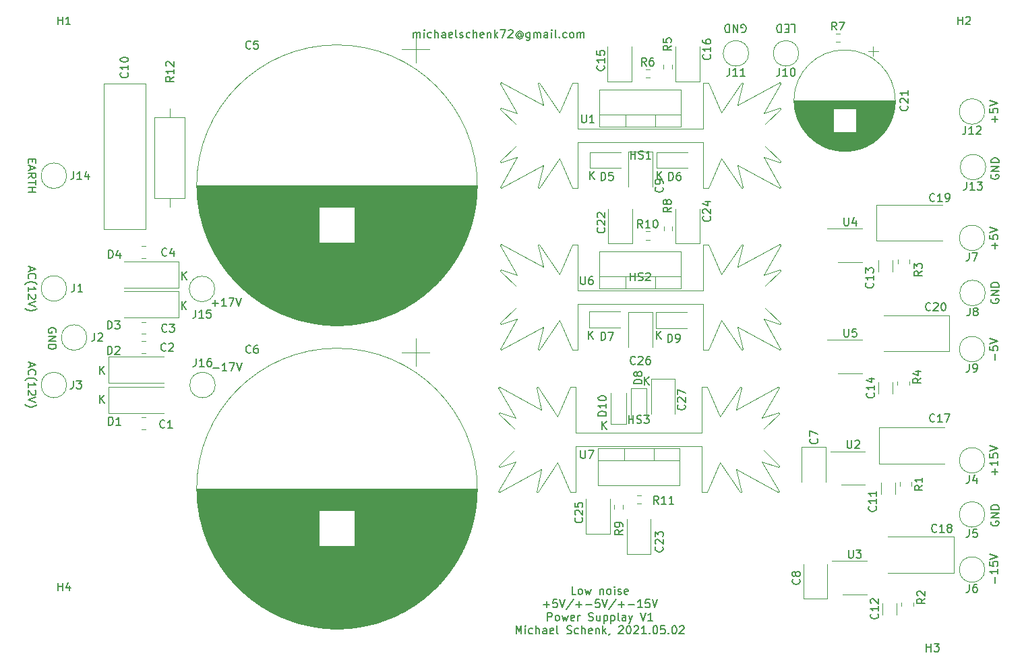
<source format=gbr>
G04 #@! TF.GenerationSoftware,KiCad,Pcbnew,(5.1.9-0-10_14)*
G04 #@! TF.CreationDate,2021-05-02T16:07:57+02:00*
G04 #@! TF.ProjectId,dac-psu,6461632d-7073-4752-9e6b-696361645f70,rev?*
G04 #@! TF.SameCoordinates,Original*
G04 #@! TF.FileFunction,Legend,Top*
G04 #@! TF.FilePolarity,Positive*
%FSLAX46Y46*%
G04 Gerber Fmt 4.6, Leading zero omitted, Abs format (unit mm)*
G04 Created by KiCad (PCBNEW (5.1.9-0-10_14)) date 2021-05-02 16:07:57*
%MOMM*%
%LPD*%
G01*
G04 APERTURE LIST*
%ADD10C,0.150000*%
%ADD11C,0.120000*%
G04 APERTURE END LIST*
D10*
X173601095Y-70302380D02*
X173601095Y-69302380D01*
X174172523Y-70302380D02*
X173743952Y-69730952D01*
X174172523Y-69302380D02*
X173601095Y-69873809D01*
X165092095Y-70302380D02*
X165092095Y-69302380D01*
X165663523Y-70302380D02*
X165234952Y-69730952D01*
X165663523Y-69302380D02*
X165092095Y-69873809D01*
X173474095Y-90368380D02*
X173474095Y-89368380D01*
X174045523Y-90368380D02*
X173616952Y-89796952D01*
X174045523Y-89368380D02*
X173474095Y-89939809D01*
X164965095Y-90368380D02*
X164965095Y-89368380D01*
X165536523Y-90368380D02*
X165107952Y-89796952D01*
X165536523Y-89368380D02*
X164965095Y-89939809D01*
X171950095Y-96083380D02*
X171950095Y-95083380D01*
X172521523Y-96083380D02*
X172092952Y-95511952D01*
X172521523Y-95083380D02*
X171950095Y-95654809D01*
X215971428Y-107425904D02*
X215971428Y-106664000D01*
X216352380Y-107044952D02*
X215590476Y-107044952D01*
X216352380Y-105664000D02*
X216352380Y-106235428D01*
X216352380Y-105949714D02*
X215352380Y-105949714D01*
X215495238Y-106044952D01*
X215590476Y-106140190D01*
X215638095Y-106235428D01*
X215352380Y-104759238D02*
X215352380Y-105235428D01*
X215828571Y-105283047D01*
X215780952Y-105235428D01*
X215733333Y-105140190D01*
X215733333Y-104902095D01*
X215780952Y-104806857D01*
X215828571Y-104759238D01*
X215923809Y-104711619D01*
X216161904Y-104711619D01*
X216257142Y-104759238D01*
X216304761Y-104806857D01*
X216352380Y-104902095D01*
X216352380Y-105140190D01*
X216304761Y-105235428D01*
X216257142Y-105283047D01*
X215352380Y-104425904D02*
X216352380Y-104092571D01*
X215352380Y-103759238D01*
X215971428Y-121014904D02*
X215971428Y-120253000D01*
X216352380Y-119253000D02*
X216352380Y-119824428D01*
X216352380Y-119538714D02*
X215352380Y-119538714D01*
X215495238Y-119633952D01*
X215590476Y-119729190D01*
X215638095Y-119824428D01*
X215352380Y-118348238D02*
X215352380Y-118824428D01*
X215828571Y-118872047D01*
X215780952Y-118824428D01*
X215733333Y-118729190D01*
X215733333Y-118491095D01*
X215780952Y-118395857D01*
X215828571Y-118348238D01*
X215923809Y-118300619D01*
X216161904Y-118300619D01*
X216257142Y-118348238D01*
X216304761Y-118395857D01*
X216352380Y-118491095D01*
X216352380Y-118729190D01*
X216304761Y-118824428D01*
X216257142Y-118872047D01*
X215352380Y-118014904D02*
X216352380Y-117681571D01*
X215352380Y-117348238D01*
X215527000Y-113283904D02*
X215479380Y-113379142D01*
X215479380Y-113522000D01*
X215527000Y-113664857D01*
X215622238Y-113760095D01*
X215717476Y-113807714D01*
X215907952Y-113855333D01*
X216050809Y-113855333D01*
X216241285Y-113807714D01*
X216336523Y-113760095D01*
X216431761Y-113664857D01*
X216479380Y-113522000D01*
X216479380Y-113426761D01*
X216431761Y-113283904D01*
X216384142Y-113236285D01*
X216050809Y-113236285D01*
X216050809Y-113426761D01*
X216479380Y-112807714D02*
X215479380Y-112807714D01*
X216479380Y-112236285D01*
X215479380Y-112236285D01*
X216479380Y-111760095D02*
X215479380Y-111760095D01*
X215479380Y-111522000D01*
X215527000Y-111379142D01*
X215622238Y-111283904D01*
X215717476Y-111236285D01*
X215907952Y-111188666D01*
X216050809Y-111188666D01*
X216241285Y-111236285D01*
X216336523Y-111283904D01*
X216431761Y-111379142D01*
X216479380Y-111522000D01*
X216479380Y-111760095D01*
X215527000Y-85343904D02*
X215479380Y-85439142D01*
X215479380Y-85582000D01*
X215527000Y-85724857D01*
X215622238Y-85820095D01*
X215717476Y-85867714D01*
X215907952Y-85915333D01*
X216050809Y-85915333D01*
X216241285Y-85867714D01*
X216336523Y-85820095D01*
X216431761Y-85724857D01*
X216479380Y-85582000D01*
X216479380Y-85486761D01*
X216431761Y-85343904D01*
X216384142Y-85296285D01*
X216050809Y-85296285D01*
X216050809Y-85486761D01*
X216479380Y-84867714D02*
X215479380Y-84867714D01*
X216479380Y-84296285D01*
X215479380Y-84296285D01*
X216479380Y-83820095D02*
X215479380Y-83820095D01*
X215479380Y-83582000D01*
X215527000Y-83439142D01*
X215622238Y-83343904D01*
X215717476Y-83296285D01*
X215907952Y-83248666D01*
X216050809Y-83248666D01*
X216241285Y-83296285D01*
X216336523Y-83343904D01*
X216431761Y-83439142D01*
X216479380Y-83582000D01*
X216479380Y-83820095D01*
X215527000Y-69722904D02*
X215479380Y-69818142D01*
X215479380Y-69961000D01*
X215527000Y-70103857D01*
X215622238Y-70199095D01*
X215717476Y-70246714D01*
X215907952Y-70294333D01*
X216050809Y-70294333D01*
X216241285Y-70246714D01*
X216336523Y-70199095D01*
X216431761Y-70103857D01*
X216479380Y-69961000D01*
X216479380Y-69865761D01*
X216431761Y-69722904D01*
X216384142Y-69675285D01*
X216050809Y-69675285D01*
X216050809Y-69865761D01*
X216479380Y-69246714D02*
X215479380Y-69246714D01*
X216479380Y-68675285D01*
X215479380Y-68675285D01*
X216479380Y-68199095D02*
X215479380Y-68199095D01*
X215479380Y-67961000D01*
X215527000Y-67818142D01*
X215622238Y-67722904D01*
X215717476Y-67675285D01*
X215907952Y-67627666D01*
X216050809Y-67627666D01*
X216241285Y-67675285D01*
X216336523Y-67722904D01*
X216431761Y-67818142D01*
X216479380Y-67961000D01*
X216479380Y-68199095D01*
X215971428Y-92979714D02*
X215971428Y-92217809D01*
X215352380Y-91265428D02*
X215352380Y-91741619D01*
X215828571Y-91789238D01*
X215780952Y-91741619D01*
X215733333Y-91646380D01*
X215733333Y-91408285D01*
X215780952Y-91313047D01*
X215828571Y-91265428D01*
X215923809Y-91217809D01*
X216161904Y-91217809D01*
X216257142Y-91265428D01*
X216304761Y-91313047D01*
X216352380Y-91408285D01*
X216352380Y-91646380D01*
X216304761Y-91741619D01*
X216257142Y-91789238D01*
X215352380Y-90932095D02*
X216352380Y-90598761D01*
X215352380Y-90265428D01*
X215971428Y-79009714D02*
X215971428Y-78247809D01*
X216352380Y-78628761D02*
X215590476Y-78628761D01*
X215352380Y-77295428D02*
X215352380Y-77771619D01*
X215828571Y-77819238D01*
X215780952Y-77771619D01*
X215733333Y-77676380D01*
X215733333Y-77438285D01*
X215780952Y-77343047D01*
X215828571Y-77295428D01*
X215923809Y-77247809D01*
X216161904Y-77247809D01*
X216257142Y-77295428D01*
X216304761Y-77343047D01*
X216352380Y-77438285D01*
X216352380Y-77676380D01*
X216304761Y-77771619D01*
X216257142Y-77819238D01*
X215352380Y-76962095D02*
X216352380Y-76628761D01*
X215352380Y-76295428D01*
X190380857Y-50855619D02*
X190857047Y-50855619D01*
X190857047Y-51855619D01*
X190047523Y-51379428D02*
X189714190Y-51379428D01*
X189571333Y-50855619D02*
X190047523Y-50855619D01*
X190047523Y-51855619D01*
X189571333Y-51855619D01*
X189142761Y-50855619D02*
X189142761Y-51855619D01*
X188904666Y-51855619D01*
X188761809Y-51808000D01*
X188666571Y-51712761D01*
X188618952Y-51617523D01*
X188571333Y-51427047D01*
X188571333Y-51284190D01*
X188618952Y-51093714D01*
X188666571Y-50998476D01*
X188761809Y-50903238D01*
X188904666Y-50855619D01*
X189142761Y-50855619D01*
X184149904Y-51808000D02*
X184245142Y-51855619D01*
X184388000Y-51855619D01*
X184530857Y-51808000D01*
X184626095Y-51712761D01*
X184673714Y-51617523D01*
X184721333Y-51427047D01*
X184721333Y-51284190D01*
X184673714Y-51093714D01*
X184626095Y-50998476D01*
X184530857Y-50903238D01*
X184388000Y-50855619D01*
X184292761Y-50855619D01*
X184149904Y-50903238D01*
X184102285Y-50950857D01*
X184102285Y-51284190D01*
X184292761Y-51284190D01*
X183673714Y-50855619D02*
X183673714Y-51855619D01*
X183102285Y-50855619D01*
X183102285Y-51855619D01*
X182626095Y-50855619D02*
X182626095Y-51855619D01*
X182388000Y-51855619D01*
X182245142Y-51808000D01*
X182149904Y-51712761D01*
X182102285Y-51617523D01*
X182054666Y-51427047D01*
X182054666Y-51284190D01*
X182102285Y-51093714D01*
X182149904Y-50998476D01*
X182245142Y-50903238D01*
X182388000Y-50855619D01*
X182626095Y-50855619D01*
X95067428Y-67802380D02*
X95067428Y-68135714D01*
X94543619Y-68278571D02*
X94543619Y-67802380D01*
X95543619Y-67802380D01*
X95543619Y-68278571D01*
X94829333Y-68659523D02*
X94829333Y-69135714D01*
X94543619Y-68564285D02*
X95543619Y-68897619D01*
X94543619Y-69230952D01*
X94543619Y-70135714D02*
X95019809Y-69802380D01*
X94543619Y-69564285D02*
X95543619Y-69564285D01*
X95543619Y-69945238D01*
X95496000Y-70040476D01*
X95448380Y-70088095D01*
X95353142Y-70135714D01*
X95210285Y-70135714D01*
X95115047Y-70088095D01*
X95067428Y-70040476D01*
X95019809Y-69945238D01*
X95019809Y-69564285D01*
X95543619Y-70421428D02*
X95543619Y-70992857D01*
X94543619Y-70707142D02*
X95543619Y-70707142D01*
X94543619Y-71326190D02*
X95543619Y-71326190D01*
X95067428Y-71326190D02*
X95067428Y-71897619D01*
X94543619Y-71897619D02*
X95543619Y-71897619D01*
X98036000Y-89535095D02*
X98083619Y-89439857D01*
X98083619Y-89297000D01*
X98036000Y-89154142D01*
X97940761Y-89058904D01*
X97845523Y-89011285D01*
X97655047Y-88963666D01*
X97512190Y-88963666D01*
X97321714Y-89011285D01*
X97226476Y-89058904D01*
X97131238Y-89154142D01*
X97083619Y-89297000D01*
X97083619Y-89392238D01*
X97131238Y-89535095D01*
X97178857Y-89582714D01*
X97512190Y-89582714D01*
X97512190Y-89392238D01*
X97083619Y-90011285D02*
X98083619Y-90011285D01*
X97083619Y-90582714D01*
X98083619Y-90582714D01*
X97083619Y-91058904D02*
X98083619Y-91058904D01*
X98083619Y-91297000D01*
X98036000Y-91439857D01*
X97940761Y-91535095D01*
X97845523Y-91582714D01*
X97655047Y-91630333D01*
X97512190Y-91630333D01*
X97321714Y-91582714D01*
X97226476Y-91535095D01*
X97131238Y-91439857D01*
X97083619Y-91297000D01*
X97083619Y-91058904D01*
X94829333Y-93353285D02*
X94829333Y-93829476D01*
X94543619Y-93258047D02*
X95543619Y-93591380D01*
X94543619Y-93924714D01*
X94638857Y-94829476D02*
X94591238Y-94781857D01*
X94543619Y-94639000D01*
X94543619Y-94543761D01*
X94591238Y-94400904D01*
X94686476Y-94305666D01*
X94781714Y-94258047D01*
X94972190Y-94210428D01*
X95115047Y-94210428D01*
X95305523Y-94258047D01*
X95400761Y-94305666D01*
X95496000Y-94400904D01*
X95543619Y-94543761D01*
X95543619Y-94639000D01*
X95496000Y-94781857D01*
X95448380Y-94829476D01*
X94162666Y-95543761D02*
X94210285Y-95496142D01*
X94353142Y-95400904D01*
X94448380Y-95353285D01*
X94591238Y-95305666D01*
X94829333Y-95258047D01*
X95019809Y-95258047D01*
X95257904Y-95305666D01*
X95400761Y-95353285D01*
X95496000Y-95400904D01*
X95638857Y-95496142D01*
X95686476Y-95543761D01*
X94543619Y-96448523D02*
X94543619Y-95877095D01*
X94543619Y-96162809D02*
X95543619Y-96162809D01*
X95400761Y-96067571D01*
X95305523Y-95972333D01*
X95257904Y-95877095D01*
X95448380Y-96829476D02*
X95496000Y-96877095D01*
X95543619Y-96972333D01*
X95543619Y-97210428D01*
X95496000Y-97305666D01*
X95448380Y-97353285D01*
X95353142Y-97400904D01*
X95257904Y-97400904D01*
X95115047Y-97353285D01*
X94543619Y-96781857D01*
X94543619Y-97400904D01*
X95543619Y-97686619D02*
X94543619Y-98019952D01*
X95543619Y-98353285D01*
X94162666Y-98591380D02*
X94210285Y-98639000D01*
X94353142Y-98734238D01*
X94448380Y-98781857D01*
X94591238Y-98829476D01*
X94829333Y-98877095D01*
X95019809Y-98877095D01*
X95257904Y-98829476D01*
X95400761Y-98781857D01*
X95496000Y-98734238D01*
X95638857Y-98639000D01*
X95686476Y-98591380D01*
X94829333Y-81288285D02*
X94829333Y-81764476D01*
X94543619Y-81193047D02*
X95543619Y-81526380D01*
X94543619Y-81859714D01*
X94638857Y-82764476D02*
X94591238Y-82716857D01*
X94543619Y-82574000D01*
X94543619Y-82478761D01*
X94591238Y-82335904D01*
X94686476Y-82240666D01*
X94781714Y-82193047D01*
X94972190Y-82145428D01*
X95115047Y-82145428D01*
X95305523Y-82193047D01*
X95400761Y-82240666D01*
X95496000Y-82335904D01*
X95543619Y-82478761D01*
X95543619Y-82574000D01*
X95496000Y-82716857D01*
X95448380Y-82764476D01*
X94162666Y-83478761D02*
X94210285Y-83431142D01*
X94353142Y-83335904D01*
X94448380Y-83288285D01*
X94591238Y-83240666D01*
X94829333Y-83193047D01*
X95019809Y-83193047D01*
X95257904Y-83240666D01*
X95400761Y-83288285D01*
X95496000Y-83335904D01*
X95638857Y-83431142D01*
X95686476Y-83478761D01*
X94543619Y-84383523D02*
X94543619Y-83812095D01*
X94543619Y-84097809D02*
X95543619Y-84097809D01*
X95400761Y-84002571D01*
X95305523Y-83907333D01*
X95257904Y-83812095D01*
X95448380Y-84764476D02*
X95496000Y-84812095D01*
X95543619Y-84907333D01*
X95543619Y-85145428D01*
X95496000Y-85240666D01*
X95448380Y-85288285D01*
X95353142Y-85335904D01*
X95257904Y-85335904D01*
X95115047Y-85288285D01*
X94543619Y-84716857D01*
X94543619Y-85335904D01*
X95543619Y-85621619D02*
X94543619Y-85954952D01*
X95543619Y-86288285D01*
X94162666Y-86526380D02*
X94210285Y-86574000D01*
X94353142Y-86669238D01*
X94448380Y-86716857D01*
X94591238Y-86764476D01*
X94829333Y-86812095D01*
X95019809Y-86812095D01*
X95257904Y-86764476D01*
X95400761Y-86716857D01*
X95496000Y-86669238D01*
X95638857Y-86574000D01*
X95686476Y-86526380D01*
X166616095Y-101671380D02*
X166616095Y-100671380D01*
X167187523Y-101671380D02*
X166758952Y-101099952D01*
X167187523Y-100671380D02*
X166616095Y-101242809D01*
X142955714Y-52522380D02*
X142955714Y-51855714D01*
X142955714Y-51950952D02*
X143003333Y-51903333D01*
X143098571Y-51855714D01*
X143241428Y-51855714D01*
X143336666Y-51903333D01*
X143384285Y-51998571D01*
X143384285Y-52522380D01*
X143384285Y-51998571D02*
X143431904Y-51903333D01*
X143527142Y-51855714D01*
X143670000Y-51855714D01*
X143765238Y-51903333D01*
X143812857Y-51998571D01*
X143812857Y-52522380D01*
X144289047Y-52522380D02*
X144289047Y-51855714D01*
X144289047Y-51522380D02*
X144241428Y-51570000D01*
X144289047Y-51617619D01*
X144336666Y-51570000D01*
X144289047Y-51522380D01*
X144289047Y-51617619D01*
X145193809Y-52474761D02*
X145098571Y-52522380D01*
X144908095Y-52522380D01*
X144812857Y-52474761D01*
X144765238Y-52427142D01*
X144717619Y-52331904D01*
X144717619Y-52046190D01*
X144765238Y-51950952D01*
X144812857Y-51903333D01*
X144908095Y-51855714D01*
X145098571Y-51855714D01*
X145193809Y-51903333D01*
X145622380Y-52522380D02*
X145622380Y-51522380D01*
X146050952Y-52522380D02*
X146050952Y-51998571D01*
X146003333Y-51903333D01*
X145908095Y-51855714D01*
X145765238Y-51855714D01*
X145670000Y-51903333D01*
X145622380Y-51950952D01*
X146955714Y-52522380D02*
X146955714Y-51998571D01*
X146908095Y-51903333D01*
X146812857Y-51855714D01*
X146622380Y-51855714D01*
X146527142Y-51903333D01*
X146955714Y-52474761D02*
X146860476Y-52522380D01*
X146622380Y-52522380D01*
X146527142Y-52474761D01*
X146479523Y-52379523D01*
X146479523Y-52284285D01*
X146527142Y-52189047D01*
X146622380Y-52141428D01*
X146860476Y-52141428D01*
X146955714Y-52093809D01*
X147812857Y-52474761D02*
X147717619Y-52522380D01*
X147527142Y-52522380D01*
X147431904Y-52474761D01*
X147384285Y-52379523D01*
X147384285Y-51998571D01*
X147431904Y-51903333D01*
X147527142Y-51855714D01*
X147717619Y-51855714D01*
X147812857Y-51903333D01*
X147860476Y-51998571D01*
X147860476Y-52093809D01*
X147384285Y-52189047D01*
X148431904Y-52522380D02*
X148336666Y-52474761D01*
X148289047Y-52379523D01*
X148289047Y-51522380D01*
X148765238Y-52474761D02*
X148860476Y-52522380D01*
X149050952Y-52522380D01*
X149146190Y-52474761D01*
X149193809Y-52379523D01*
X149193809Y-52331904D01*
X149146190Y-52236666D01*
X149050952Y-52189047D01*
X148908095Y-52189047D01*
X148812857Y-52141428D01*
X148765238Y-52046190D01*
X148765238Y-51998571D01*
X148812857Y-51903333D01*
X148908095Y-51855714D01*
X149050952Y-51855714D01*
X149146190Y-51903333D01*
X150050952Y-52474761D02*
X149955714Y-52522380D01*
X149765238Y-52522380D01*
X149670000Y-52474761D01*
X149622380Y-52427142D01*
X149574761Y-52331904D01*
X149574761Y-52046190D01*
X149622380Y-51950952D01*
X149670000Y-51903333D01*
X149765238Y-51855714D01*
X149955714Y-51855714D01*
X150050952Y-51903333D01*
X150479523Y-52522380D02*
X150479523Y-51522380D01*
X150908095Y-52522380D02*
X150908095Y-51998571D01*
X150860476Y-51903333D01*
X150765238Y-51855714D01*
X150622380Y-51855714D01*
X150527142Y-51903333D01*
X150479523Y-51950952D01*
X151765238Y-52474761D02*
X151670000Y-52522380D01*
X151479523Y-52522380D01*
X151384285Y-52474761D01*
X151336666Y-52379523D01*
X151336666Y-51998571D01*
X151384285Y-51903333D01*
X151479523Y-51855714D01*
X151670000Y-51855714D01*
X151765238Y-51903333D01*
X151812857Y-51998571D01*
X151812857Y-52093809D01*
X151336666Y-52189047D01*
X152241428Y-51855714D02*
X152241428Y-52522380D01*
X152241428Y-51950952D02*
X152289047Y-51903333D01*
X152384285Y-51855714D01*
X152527142Y-51855714D01*
X152622380Y-51903333D01*
X152670000Y-51998571D01*
X152670000Y-52522380D01*
X153146190Y-52522380D02*
X153146190Y-51522380D01*
X153241428Y-52141428D02*
X153527142Y-52522380D01*
X153527142Y-51855714D02*
X153146190Y-52236666D01*
X153860476Y-51522380D02*
X154527142Y-51522380D01*
X154098571Y-52522380D01*
X154860476Y-51617619D02*
X154908095Y-51570000D01*
X155003333Y-51522380D01*
X155241428Y-51522380D01*
X155336666Y-51570000D01*
X155384285Y-51617619D01*
X155431904Y-51712857D01*
X155431904Y-51808095D01*
X155384285Y-51950952D01*
X154812857Y-52522380D01*
X155431904Y-52522380D01*
X156479523Y-52046190D02*
X156431904Y-51998571D01*
X156336666Y-51950952D01*
X156241428Y-51950952D01*
X156146190Y-51998571D01*
X156098571Y-52046190D01*
X156050952Y-52141428D01*
X156050952Y-52236666D01*
X156098571Y-52331904D01*
X156146190Y-52379523D01*
X156241428Y-52427142D01*
X156336666Y-52427142D01*
X156431904Y-52379523D01*
X156479523Y-52331904D01*
X156479523Y-51950952D02*
X156479523Y-52331904D01*
X156527142Y-52379523D01*
X156574761Y-52379523D01*
X156670000Y-52331904D01*
X156717619Y-52236666D01*
X156717619Y-51998571D01*
X156622380Y-51855714D01*
X156479523Y-51760476D01*
X156289047Y-51712857D01*
X156098571Y-51760476D01*
X155955714Y-51855714D01*
X155860476Y-51998571D01*
X155812857Y-52189047D01*
X155860476Y-52379523D01*
X155955714Y-52522380D01*
X156098571Y-52617619D01*
X156289047Y-52665238D01*
X156479523Y-52617619D01*
X156622380Y-52522380D01*
X157574761Y-51855714D02*
X157574761Y-52665238D01*
X157527142Y-52760476D01*
X157479523Y-52808095D01*
X157384285Y-52855714D01*
X157241428Y-52855714D01*
X157146190Y-52808095D01*
X157574761Y-52474761D02*
X157479523Y-52522380D01*
X157289047Y-52522380D01*
X157193809Y-52474761D01*
X157146190Y-52427142D01*
X157098571Y-52331904D01*
X157098571Y-52046190D01*
X157146190Y-51950952D01*
X157193809Y-51903333D01*
X157289047Y-51855714D01*
X157479523Y-51855714D01*
X157574761Y-51903333D01*
X158050952Y-52522380D02*
X158050952Y-51855714D01*
X158050952Y-51950952D02*
X158098571Y-51903333D01*
X158193809Y-51855714D01*
X158336666Y-51855714D01*
X158431904Y-51903333D01*
X158479523Y-51998571D01*
X158479523Y-52522380D01*
X158479523Y-51998571D02*
X158527142Y-51903333D01*
X158622380Y-51855714D01*
X158765238Y-51855714D01*
X158860476Y-51903333D01*
X158908095Y-51998571D01*
X158908095Y-52522380D01*
X159812857Y-52522380D02*
X159812857Y-51998571D01*
X159765238Y-51903333D01*
X159670000Y-51855714D01*
X159479523Y-51855714D01*
X159384285Y-51903333D01*
X159812857Y-52474761D02*
X159717619Y-52522380D01*
X159479523Y-52522380D01*
X159384285Y-52474761D01*
X159336666Y-52379523D01*
X159336666Y-52284285D01*
X159384285Y-52189047D01*
X159479523Y-52141428D01*
X159717619Y-52141428D01*
X159812857Y-52093809D01*
X160289047Y-52522380D02*
X160289047Y-51855714D01*
X160289047Y-51522380D02*
X160241428Y-51570000D01*
X160289047Y-51617619D01*
X160336666Y-51570000D01*
X160289047Y-51522380D01*
X160289047Y-51617619D01*
X160908095Y-52522380D02*
X160812857Y-52474761D01*
X160765238Y-52379523D01*
X160765238Y-51522380D01*
X161289047Y-52427142D02*
X161336666Y-52474761D01*
X161289047Y-52522380D01*
X161241428Y-52474761D01*
X161289047Y-52427142D01*
X161289047Y-52522380D01*
X162193809Y-52474761D02*
X162098571Y-52522380D01*
X161908095Y-52522380D01*
X161812857Y-52474761D01*
X161765238Y-52427142D01*
X161717619Y-52331904D01*
X161717619Y-52046190D01*
X161765238Y-51950952D01*
X161812857Y-51903333D01*
X161908095Y-51855714D01*
X162098571Y-51855714D01*
X162193809Y-51903333D01*
X162765238Y-52522380D02*
X162670000Y-52474761D01*
X162622380Y-52427142D01*
X162574761Y-52331904D01*
X162574761Y-52046190D01*
X162622380Y-51950952D01*
X162670000Y-51903333D01*
X162765238Y-51855714D01*
X162908095Y-51855714D01*
X163003333Y-51903333D01*
X163050952Y-51950952D01*
X163098571Y-52046190D01*
X163098571Y-52331904D01*
X163050952Y-52427142D01*
X163003333Y-52474761D01*
X162908095Y-52522380D01*
X162765238Y-52522380D01*
X163527142Y-52522380D02*
X163527142Y-51855714D01*
X163527142Y-51950952D02*
X163574761Y-51903333D01*
X163670000Y-51855714D01*
X163812857Y-51855714D01*
X163908095Y-51903333D01*
X163955714Y-51998571D01*
X163955714Y-52522380D01*
X163955714Y-51998571D02*
X164003333Y-51903333D01*
X164098571Y-51855714D01*
X164241428Y-51855714D01*
X164336666Y-51903333D01*
X164384285Y-51998571D01*
X164384285Y-52522380D01*
X163346190Y-122437380D02*
X162870000Y-122437380D01*
X162870000Y-121437380D01*
X163822380Y-122437380D02*
X163727142Y-122389761D01*
X163679523Y-122342142D01*
X163631904Y-122246904D01*
X163631904Y-121961190D01*
X163679523Y-121865952D01*
X163727142Y-121818333D01*
X163822380Y-121770714D01*
X163965238Y-121770714D01*
X164060476Y-121818333D01*
X164108095Y-121865952D01*
X164155714Y-121961190D01*
X164155714Y-122246904D01*
X164108095Y-122342142D01*
X164060476Y-122389761D01*
X163965238Y-122437380D01*
X163822380Y-122437380D01*
X164489047Y-121770714D02*
X164679523Y-122437380D01*
X164870000Y-121961190D01*
X165060476Y-122437380D01*
X165250952Y-121770714D01*
X166393809Y-121770714D02*
X166393809Y-122437380D01*
X166393809Y-121865952D02*
X166441428Y-121818333D01*
X166536666Y-121770714D01*
X166679523Y-121770714D01*
X166774761Y-121818333D01*
X166822380Y-121913571D01*
X166822380Y-122437380D01*
X167441428Y-122437380D02*
X167346190Y-122389761D01*
X167298571Y-122342142D01*
X167250952Y-122246904D01*
X167250952Y-121961190D01*
X167298571Y-121865952D01*
X167346190Y-121818333D01*
X167441428Y-121770714D01*
X167584285Y-121770714D01*
X167679523Y-121818333D01*
X167727142Y-121865952D01*
X167774761Y-121961190D01*
X167774761Y-122246904D01*
X167727142Y-122342142D01*
X167679523Y-122389761D01*
X167584285Y-122437380D01*
X167441428Y-122437380D01*
X168203333Y-122437380D02*
X168203333Y-121770714D01*
X168203333Y-121437380D02*
X168155714Y-121485000D01*
X168203333Y-121532619D01*
X168250952Y-121485000D01*
X168203333Y-121437380D01*
X168203333Y-121532619D01*
X168631904Y-122389761D02*
X168727142Y-122437380D01*
X168917619Y-122437380D01*
X169012857Y-122389761D01*
X169060476Y-122294523D01*
X169060476Y-122246904D01*
X169012857Y-122151666D01*
X168917619Y-122104047D01*
X168774761Y-122104047D01*
X168679523Y-122056428D01*
X168631904Y-121961190D01*
X168631904Y-121913571D01*
X168679523Y-121818333D01*
X168774761Y-121770714D01*
X168917619Y-121770714D01*
X169012857Y-121818333D01*
X169870000Y-122389761D02*
X169774761Y-122437380D01*
X169584285Y-122437380D01*
X169489047Y-122389761D01*
X169441428Y-122294523D01*
X169441428Y-121913571D01*
X169489047Y-121818333D01*
X169584285Y-121770714D01*
X169774761Y-121770714D01*
X169870000Y-121818333D01*
X169917619Y-121913571D01*
X169917619Y-122008809D01*
X169441428Y-122104047D01*
X159274761Y-123706428D02*
X160036666Y-123706428D01*
X159655714Y-124087380D02*
X159655714Y-123325476D01*
X160989047Y-123087380D02*
X160512857Y-123087380D01*
X160465238Y-123563571D01*
X160512857Y-123515952D01*
X160608095Y-123468333D01*
X160846190Y-123468333D01*
X160941428Y-123515952D01*
X160989047Y-123563571D01*
X161036666Y-123658809D01*
X161036666Y-123896904D01*
X160989047Y-123992142D01*
X160941428Y-124039761D01*
X160846190Y-124087380D01*
X160608095Y-124087380D01*
X160512857Y-124039761D01*
X160465238Y-123992142D01*
X161322380Y-123087380D02*
X161655714Y-124087380D01*
X161989047Y-123087380D01*
X163036666Y-123039761D02*
X162179523Y-124325476D01*
X163370000Y-123706428D02*
X164131904Y-123706428D01*
X163750952Y-124087380D02*
X163750952Y-123325476D01*
X164608095Y-123706428D02*
X165370000Y-123706428D01*
X166322380Y-123087380D02*
X165846190Y-123087380D01*
X165798571Y-123563571D01*
X165846190Y-123515952D01*
X165941428Y-123468333D01*
X166179523Y-123468333D01*
X166274761Y-123515952D01*
X166322380Y-123563571D01*
X166370000Y-123658809D01*
X166370000Y-123896904D01*
X166322380Y-123992142D01*
X166274761Y-124039761D01*
X166179523Y-124087380D01*
X165941428Y-124087380D01*
X165846190Y-124039761D01*
X165798571Y-123992142D01*
X166655714Y-123087380D02*
X166989047Y-124087380D01*
X167322380Y-123087380D01*
X168370000Y-123039761D02*
X167512857Y-124325476D01*
X168703333Y-123706428D02*
X169465238Y-123706428D01*
X169084285Y-124087380D02*
X169084285Y-123325476D01*
X169941428Y-123706428D02*
X170703333Y-123706428D01*
X171703333Y-124087380D02*
X171131904Y-124087380D01*
X171417619Y-124087380D02*
X171417619Y-123087380D01*
X171322380Y-123230238D01*
X171227142Y-123325476D01*
X171131904Y-123373095D01*
X172608095Y-123087380D02*
X172131904Y-123087380D01*
X172084285Y-123563571D01*
X172131904Y-123515952D01*
X172227142Y-123468333D01*
X172465238Y-123468333D01*
X172560476Y-123515952D01*
X172608095Y-123563571D01*
X172655714Y-123658809D01*
X172655714Y-123896904D01*
X172608095Y-123992142D01*
X172560476Y-124039761D01*
X172465238Y-124087380D01*
X172227142Y-124087380D01*
X172131904Y-124039761D01*
X172084285Y-123992142D01*
X172941428Y-123087380D02*
X173274761Y-124087380D01*
X173608095Y-123087380D01*
X159798571Y-125737380D02*
X159798571Y-124737380D01*
X160179523Y-124737380D01*
X160274761Y-124785000D01*
X160322380Y-124832619D01*
X160370000Y-124927857D01*
X160370000Y-125070714D01*
X160322380Y-125165952D01*
X160274761Y-125213571D01*
X160179523Y-125261190D01*
X159798571Y-125261190D01*
X160941428Y-125737380D02*
X160846190Y-125689761D01*
X160798571Y-125642142D01*
X160750952Y-125546904D01*
X160750952Y-125261190D01*
X160798571Y-125165952D01*
X160846190Y-125118333D01*
X160941428Y-125070714D01*
X161084285Y-125070714D01*
X161179523Y-125118333D01*
X161227142Y-125165952D01*
X161274761Y-125261190D01*
X161274761Y-125546904D01*
X161227142Y-125642142D01*
X161179523Y-125689761D01*
X161084285Y-125737380D01*
X160941428Y-125737380D01*
X161608095Y-125070714D02*
X161798571Y-125737380D01*
X161989047Y-125261190D01*
X162179523Y-125737380D01*
X162370000Y-125070714D01*
X163131904Y-125689761D02*
X163036666Y-125737380D01*
X162846190Y-125737380D01*
X162750952Y-125689761D01*
X162703333Y-125594523D01*
X162703333Y-125213571D01*
X162750952Y-125118333D01*
X162846190Y-125070714D01*
X163036666Y-125070714D01*
X163131904Y-125118333D01*
X163179523Y-125213571D01*
X163179523Y-125308809D01*
X162703333Y-125404047D01*
X163608095Y-125737380D02*
X163608095Y-125070714D01*
X163608095Y-125261190D02*
X163655714Y-125165952D01*
X163703333Y-125118333D01*
X163798571Y-125070714D01*
X163893809Y-125070714D01*
X164941428Y-125689761D02*
X165084285Y-125737380D01*
X165322380Y-125737380D01*
X165417619Y-125689761D01*
X165465238Y-125642142D01*
X165512857Y-125546904D01*
X165512857Y-125451666D01*
X165465238Y-125356428D01*
X165417619Y-125308809D01*
X165322380Y-125261190D01*
X165131904Y-125213571D01*
X165036666Y-125165952D01*
X164989047Y-125118333D01*
X164941428Y-125023095D01*
X164941428Y-124927857D01*
X164989047Y-124832619D01*
X165036666Y-124785000D01*
X165131904Y-124737380D01*
X165370000Y-124737380D01*
X165512857Y-124785000D01*
X166370000Y-125070714D02*
X166370000Y-125737380D01*
X165941428Y-125070714D02*
X165941428Y-125594523D01*
X165989047Y-125689761D01*
X166084285Y-125737380D01*
X166227142Y-125737380D01*
X166322380Y-125689761D01*
X166370000Y-125642142D01*
X166846190Y-125070714D02*
X166846190Y-126070714D01*
X166846190Y-125118333D02*
X166941428Y-125070714D01*
X167131904Y-125070714D01*
X167227142Y-125118333D01*
X167274761Y-125165952D01*
X167322380Y-125261190D01*
X167322380Y-125546904D01*
X167274761Y-125642142D01*
X167227142Y-125689761D01*
X167131904Y-125737380D01*
X166941428Y-125737380D01*
X166846190Y-125689761D01*
X167750952Y-125070714D02*
X167750952Y-126070714D01*
X167750952Y-125118333D02*
X167846190Y-125070714D01*
X168036666Y-125070714D01*
X168131904Y-125118333D01*
X168179523Y-125165952D01*
X168227142Y-125261190D01*
X168227142Y-125546904D01*
X168179523Y-125642142D01*
X168131904Y-125689761D01*
X168036666Y-125737380D01*
X167846190Y-125737380D01*
X167750952Y-125689761D01*
X168798571Y-125737380D02*
X168703333Y-125689761D01*
X168655714Y-125594523D01*
X168655714Y-124737380D01*
X169608095Y-125737380D02*
X169608095Y-125213571D01*
X169560476Y-125118333D01*
X169465238Y-125070714D01*
X169274761Y-125070714D01*
X169179523Y-125118333D01*
X169608095Y-125689761D02*
X169512857Y-125737380D01*
X169274761Y-125737380D01*
X169179523Y-125689761D01*
X169131904Y-125594523D01*
X169131904Y-125499285D01*
X169179523Y-125404047D01*
X169274761Y-125356428D01*
X169512857Y-125356428D01*
X169608095Y-125308809D01*
X169989047Y-125070714D02*
X170227142Y-125737380D01*
X170465238Y-125070714D02*
X170227142Y-125737380D01*
X170131904Y-125975476D01*
X170084285Y-126023095D01*
X169989047Y-126070714D01*
X171465238Y-124737380D02*
X171798571Y-125737380D01*
X172131904Y-124737380D01*
X172989047Y-125737380D02*
X172417619Y-125737380D01*
X172703333Y-125737380D02*
X172703333Y-124737380D01*
X172608095Y-124880238D01*
X172512857Y-124975476D01*
X172417619Y-125023095D01*
X155846190Y-127387380D02*
X155846190Y-126387380D01*
X156179523Y-127101666D01*
X156512857Y-126387380D01*
X156512857Y-127387380D01*
X156989047Y-127387380D02*
X156989047Y-126720714D01*
X156989047Y-126387380D02*
X156941428Y-126435000D01*
X156989047Y-126482619D01*
X157036666Y-126435000D01*
X156989047Y-126387380D01*
X156989047Y-126482619D01*
X157893809Y-127339761D02*
X157798571Y-127387380D01*
X157608095Y-127387380D01*
X157512857Y-127339761D01*
X157465238Y-127292142D01*
X157417619Y-127196904D01*
X157417619Y-126911190D01*
X157465238Y-126815952D01*
X157512857Y-126768333D01*
X157608095Y-126720714D01*
X157798571Y-126720714D01*
X157893809Y-126768333D01*
X158322380Y-127387380D02*
X158322380Y-126387380D01*
X158750952Y-127387380D02*
X158750952Y-126863571D01*
X158703333Y-126768333D01*
X158608095Y-126720714D01*
X158465238Y-126720714D01*
X158370000Y-126768333D01*
X158322380Y-126815952D01*
X159655714Y-127387380D02*
X159655714Y-126863571D01*
X159608095Y-126768333D01*
X159512857Y-126720714D01*
X159322380Y-126720714D01*
X159227142Y-126768333D01*
X159655714Y-127339761D02*
X159560476Y-127387380D01*
X159322380Y-127387380D01*
X159227142Y-127339761D01*
X159179523Y-127244523D01*
X159179523Y-127149285D01*
X159227142Y-127054047D01*
X159322380Y-127006428D01*
X159560476Y-127006428D01*
X159655714Y-126958809D01*
X160512857Y-127339761D02*
X160417619Y-127387380D01*
X160227142Y-127387380D01*
X160131904Y-127339761D01*
X160084285Y-127244523D01*
X160084285Y-126863571D01*
X160131904Y-126768333D01*
X160227142Y-126720714D01*
X160417619Y-126720714D01*
X160512857Y-126768333D01*
X160560476Y-126863571D01*
X160560476Y-126958809D01*
X160084285Y-127054047D01*
X161131904Y-127387380D02*
X161036666Y-127339761D01*
X160989047Y-127244523D01*
X160989047Y-126387380D01*
X162227142Y-127339761D02*
X162370000Y-127387380D01*
X162608095Y-127387380D01*
X162703333Y-127339761D01*
X162750952Y-127292142D01*
X162798571Y-127196904D01*
X162798571Y-127101666D01*
X162750952Y-127006428D01*
X162703333Y-126958809D01*
X162608095Y-126911190D01*
X162417619Y-126863571D01*
X162322380Y-126815952D01*
X162274761Y-126768333D01*
X162227142Y-126673095D01*
X162227142Y-126577857D01*
X162274761Y-126482619D01*
X162322380Y-126435000D01*
X162417619Y-126387380D01*
X162655714Y-126387380D01*
X162798571Y-126435000D01*
X163655714Y-127339761D02*
X163560476Y-127387380D01*
X163370000Y-127387380D01*
X163274761Y-127339761D01*
X163227142Y-127292142D01*
X163179523Y-127196904D01*
X163179523Y-126911190D01*
X163227142Y-126815952D01*
X163274761Y-126768333D01*
X163370000Y-126720714D01*
X163560476Y-126720714D01*
X163655714Y-126768333D01*
X164084285Y-127387380D02*
X164084285Y-126387380D01*
X164512857Y-127387380D02*
X164512857Y-126863571D01*
X164465238Y-126768333D01*
X164370000Y-126720714D01*
X164227142Y-126720714D01*
X164131904Y-126768333D01*
X164084285Y-126815952D01*
X165370000Y-127339761D02*
X165274761Y-127387380D01*
X165084285Y-127387380D01*
X164989047Y-127339761D01*
X164941428Y-127244523D01*
X164941428Y-126863571D01*
X164989047Y-126768333D01*
X165084285Y-126720714D01*
X165274761Y-126720714D01*
X165370000Y-126768333D01*
X165417619Y-126863571D01*
X165417619Y-126958809D01*
X164941428Y-127054047D01*
X165846190Y-126720714D02*
X165846190Y-127387380D01*
X165846190Y-126815952D02*
X165893809Y-126768333D01*
X165989047Y-126720714D01*
X166131904Y-126720714D01*
X166227142Y-126768333D01*
X166274761Y-126863571D01*
X166274761Y-127387380D01*
X166750952Y-127387380D02*
X166750952Y-126387380D01*
X166846190Y-127006428D02*
X167131904Y-127387380D01*
X167131904Y-126720714D02*
X166750952Y-127101666D01*
X167608095Y-127339761D02*
X167608095Y-127387380D01*
X167560476Y-127482619D01*
X167512857Y-127530238D01*
X168750952Y-126482619D02*
X168798571Y-126435000D01*
X168893809Y-126387380D01*
X169131904Y-126387380D01*
X169227142Y-126435000D01*
X169274761Y-126482619D01*
X169322380Y-126577857D01*
X169322380Y-126673095D01*
X169274761Y-126815952D01*
X168703333Y-127387380D01*
X169322380Y-127387380D01*
X169941428Y-126387380D02*
X170036666Y-126387380D01*
X170131904Y-126435000D01*
X170179523Y-126482619D01*
X170227142Y-126577857D01*
X170274761Y-126768333D01*
X170274761Y-127006428D01*
X170227142Y-127196904D01*
X170179523Y-127292142D01*
X170131904Y-127339761D01*
X170036666Y-127387380D01*
X169941428Y-127387380D01*
X169846190Y-127339761D01*
X169798571Y-127292142D01*
X169750952Y-127196904D01*
X169703333Y-127006428D01*
X169703333Y-126768333D01*
X169750952Y-126577857D01*
X169798571Y-126482619D01*
X169846190Y-126435000D01*
X169941428Y-126387380D01*
X170655714Y-126482619D02*
X170703333Y-126435000D01*
X170798571Y-126387380D01*
X171036666Y-126387380D01*
X171131904Y-126435000D01*
X171179523Y-126482619D01*
X171227142Y-126577857D01*
X171227142Y-126673095D01*
X171179523Y-126815952D01*
X170608095Y-127387380D01*
X171227142Y-127387380D01*
X172179523Y-127387380D02*
X171608095Y-127387380D01*
X171893809Y-127387380D02*
X171893809Y-126387380D01*
X171798571Y-126530238D01*
X171703333Y-126625476D01*
X171608095Y-126673095D01*
X172608095Y-127292142D02*
X172655714Y-127339761D01*
X172608095Y-127387380D01*
X172560476Y-127339761D01*
X172608095Y-127292142D01*
X172608095Y-127387380D01*
X173274761Y-126387380D02*
X173369999Y-126387380D01*
X173465238Y-126435000D01*
X173512857Y-126482619D01*
X173560476Y-126577857D01*
X173608095Y-126768333D01*
X173608095Y-127006428D01*
X173560476Y-127196904D01*
X173512857Y-127292142D01*
X173465238Y-127339761D01*
X173369999Y-127387380D01*
X173274761Y-127387380D01*
X173179523Y-127339761D01*
X173131904Y-127292142D01*
X173084285Y-127196904D01*
X173036666Y-127006428D01*
X173036666Y-126768333D01*
X173084285Y-126577857D01*
X173131904Y-126482619D01*
X173179523Y-126435000D01*
X173274761Y-126387380D01*
X174512857Y-126387380D02*
X174036666Y-126387380D01*
X173989047Y-126863571D01*
X174036666Y-126815952D01*
X174131904Y-126768333D01*
X174369999Y-126768333D01*
X174465238Y-126815952D01*
X174512857Y-126863571D01*
X174560476Y-126958809D01*
X174560476Y-127196904D01*
X174512857Y-127292142D01*
X174465238Y-127339761D01*
X174369999Y-127387380D01*
X174131904Y-127387380D01*
X174036666Y-127339761D01*
X173989047Y-127292142D01*
X174989047Y-127292142D02*
X175036666Y-127339761D01*
X174989047Y-127387380D01*
X174941428Y-127339761D01*
X174989047Y-127292142D01*
X174989047Y-127387380D01*
X175655714Y-126387380D02*
X175750952Y-126387380D01*
X175846190Y-126435000D01*
X175893809Y-126482619D01*
X175941428Y-126577857D01*
X175989047Y-126768333D01*
X175989047Y-127006428D01*
X175941428Y-127196904D01*
X175893809Y-127292142D01*
X175846190Y-127339761D01*
X175750952Y-127387380D01*
X175655714Y-127387380D01*
X175560476Y-127339761D01*
X175512857Y-127292142D01*
X175465238Y-127196904D01*
X175417619Y-127006428D01*
X175417619Y-126768333D01*
X175465238Y-126577857D01*
X175512857Y-126482619D01*
X175560476Y-126435000D01*
X175655714Y-126387380D01*
X176369999Y-126482619D02*
X176417619Y-126435000D01*
X176512857Y-126387380D01*
X176750952Y-126387380D01*
X176846190Y-126435000D01*
X176893809Y-126482619D01*
X176941428Y-126577857D01*
X176941428Y-126673095D01*
X176893809Y-126815952D01*
X176322380Y-127387380D01*
X176941428Y-127387380D01*
X103560595Y-98432880D02*
X103560595Y-97432880D01*
X104132023Y-98432880D02*
X103703452Y-97861452D01*
X104132023Y-97432880D02*
X103560595Y-98004309D01*
X103560595Y-94749880D02*
X103560595Y-93749880D01*
X104132023Y-94749880D02*
X103703452Y-94178452D01*
X104132023Y-93749880D02*
X103560595Y-94321309D01*
X113847595Y-86621880D02*
X113847595Y-85621880D01*
X114419023Y-86621880D02*
X113990452Y-86050452D01*
X114419023Y-85621880D02*
X113847595Y-86193309D01*
X113911095Y-82875380D02*
X113911095Y-81875380D01*
X114482523Y-82875380D02*
X114053952Y-82303952D01*
X114482523Y-81875380D02*
X113911095Y-82446809D01*
X117745095Y-93987928D02*
X118507000Y-93987928D01*
X119507000Y-94368880D02*
X118935571Y-94368880D01*
X119221285Y-94368880D02*
X119221285Y-93368880D01*
X119126047Y-93511738D01*
X119030809Y-93606976D01*
X118935571Y-93654595D01*
X119840333Y-93368880D02*
X120507000Y-93368880D01*
X120078428Y-94368880D01*
X120745095Y-93368880D02*
X121078428Y-94368880D01*
X121411761Y-93368880D01*
X117681595Y-85859928D02*
X118443500Y-85859928D01*
X118062547Y-86240880D02*
X118062547Y-85478976D01*
X119443500Y-86240880D02*
X118872071Y-86240880D01*
X119157785Y-86240880D02*
X119157785Y-85240880D01*
X119062547Y-85383738D01*
X118967309Y-85478976D01*
X118872071Y-85526595D01*
X119776833Y-85240880D02*
X120443500Y-85240880D01*
X120014928Y-86240880D01*
X120681595Y-85240880D02*
X121014928Y-86240880D01*
X121348261Y-85240880D01*
X215971428Y-63134714D02*
X215971428Y-62372809D01*
X216352380Y-62753761D02*
X215590476Y-62753761D01*
X215352380Y-61420428D02*
X215352380Y-61896619D01*
X215828571Y-61944238D01*
X215780952Y-61896619D01*
X215733333Y-61801380D01*
X215733333Y-61563285D01*
X215780952Y-61468047D01*
X215828571Y-61420428D01*
X215923809Y-61372809D01*
X216161904Y-61372809D01*
X216257142Y-61420428D01*
X216304761Y-61468047D01*
X216352380Y-61563285D01*
X216352380Y-61801380D01*
X216304761Y-61896619D01*
X216257142Y-61944238D01*
X215352380Y-61087095D02*
X216352380Y-60753761D01*
X215352380Y-60420428D01*
D11*
X118059781Y-96139000D02*
G75*
G03*
X118059781Y-96139000I-1600781J0D01*
G01*
X117996281Y-84074000D02*
G75*
G03*
X117996281Y-84074000I-1600781J0D01*
G01*
X170993976Y-111063300D02*
X171503424Y-111063300D01*
X170993976Y-110018300D02*
X171503424Y-110018300D01*
X172107776Y-77890900D02*
X172617224Y-77890900D01*
X172107776Y-76845900D02*
X172617224Y-76845900D01*
X169229300Y-111708024D02*
X169229300Y-111198576D01*
X168184300Y-111708024D02*
X168184300Y-111198576D01*
X175426900Y-76724724D02*
X175426900Y-76215276D01*
X174381900Y-76724724D02*
X174381900Y-76215276D01*
X167706800Y-101031600D02*
X167706800Y-97131600D01*
X169706800Y-101031600D02*
X169706800Y-97131600D01*
X167706800Y-101031600D02*
X169706800Y-101031600D01*
X173390000Y-86985600D02*
X177290000Y-86985600D01*
X173390000Y-88985600D02*
X177290000Y-88985600D01*
X173390000Y-86985600D02*
X173390000Y-88985600D01*
X172246800Y-96531600D02*
X172246800Y-100431600D01*
X170246800Y-96531600D02*
X170246800Y-100431600D01*
X172246800Y-96531600D02*
X170246800Y-96531600D01*
X165010000Y-86934800D02*
X168910000Y-86934800D01*
X165010000Y-88934800D02*
X168910000Y-88934800D01*
X165010000Y-86934800D02*
X165010000Y-88934800D01*
X173453500Y-66881500D02*
X177353500Y-66881500D01*
X173453500Y-68881500D02*
X177353500Y-68881500D01*
X173453500Y-66881500D02*
X173453500Y-68881500D01*
X165073500Y-66881500D02*
X168973500Y-66881500D01*
X165073500Y-68881500D02*
X168973500Y-68881500D01*
X165073500Y-66881500D02*
X165073500Y-68881500D01*
X203157500Y-97206252D02*
X203157500Y-95783748D01*
X201337500Y-97206252D02*
X201337500Y-95783748D01*
X201337500Y-80480248D02*
X201337500Y-81902752D01*
X203157500Y-80480248D02*
X203157500Y-81902752D01*
X203665500Y-124955752D02*
X203665500Y-123533248D01*
X201845500Y-124955752D02*
X201845500Y-123533248D01*
X201655000Y-108420248D02*
X201655000Y-109842752D01*
X203475000Y-108420248D02*
X203475000Y-109842752D01*
X110411500Y-72634000D02*
X114251500Y-72634000D01*
X114251500Y-72634000D02*
X114251500Y-62494000D01*
X114251500Y-62494000D02*
X110411500Y-62494000D01*
X110411500Y-62494000D02*
X110411500Y-72634000D01*
X112331500Y-73744000D02*
X112331500Y-72634000D01*
X112331500Y-61384000D02*
X112331500Y-62494000D01*
X99390781Y-69850000D02*
G75*
G03*
X99390781Y-69850000I-1600781J0D01*
G01*
X104060000Y-76550000D02*
X104060000Y-58310000D01*
X109300000Y-76550000D02*
X109300000Y-58310000D01*
X104060000Y-76550000D02*
X109300000Y-76550000D01*
X104060000Y-58310000D02*
X109300000Y-58310000D01*
X195983776Y-53037000D02*
X196493224Y-53037000D01*
X195983776Y-51992000D02*
X196493224Y-51992000D01*
X172107776Y-57545500D02*
X172617224Y-57545500D01*
X172107776Y-56500500D02*
X172617224Y-56500500D01*
X175401500Y-56388724D02*
X175401500Y-55879276D01*
X174356500Y-56388724D02*
X174356500Y-55879276D01*
X169940000Y-66871500D02*
X169940000Y-71256500D01*
X172960000Y-66871500D02*
X169940000Y-66871500D01*
X172960000Y-71256500D02*
X172960000Y-66871500D01*
X150970000Y-109140000D02*
G75*
G03*
X150970000Y-109140000I-17620000J0D01*
G01*
X150930000Y-109140000D02*
X115770000Y-109140000D01*
X150930000Y-109180000D02*
X115770000Y-109180000D01*
X150930000Y-109220000D02*
X115770000Y-109220000D01*
X150930000Y-109260000D02*
X115770000Y-109260000D01*
X150930000Y-109300000D02*
X115770000Y-109300000D01*
X150929000Y-109340000D02*
X115771000Y-109340000D01*
X150929000Y-109380000D02*
X115771000Y-109380000D01*
X150928000Y-109420000D02*
X115772000Y-109420000D01*
X150928000Y-109460000D02*
X115772000Y-109460000D01*
X150927000Y-109500000D02*
X115773000Y-109500000D01*
X150926000Y-109540000D02*
X115774000Y-109540000D01*
X150925000Y-109580000D02*
X115775000Y-109580000D01*
X150924000Y-109620000D02*
X115776000Y-109620000D01*
X150923000Y-109660000D02*
X115777000Y-109660000D01*
X150922000Y-109700000D02*
X115778000Y-109700000D01*
X150920000Y-109740000D02*
X115780000Y-109740000D01*
X150919000Y-109780000D02*
X115781000Y-109780000D01*
X150917000Y-109820000D02*
X115783000Y-109820000D01*
X150916000Y-109861000D02*
X115784000Y-109861000D01*
X150914000Y-109901000D02*
X115786000Y-109901000D01*
X150912000Y-109941000D02*
X115788000Y-109941000D01*
X150910000Y-109981000D02*
X115790000Y-109981000D01*
X150909000Y-110021000D02*
X115791000Y-110021000D01*
X150906000Y-110061000D02*
X115794000Y-110061000D01*
X150904000Y-110101000D02*
X115796000Y-110101000D01*
X150902000Y-110141000D02*
X115798000Y-110141000D01*
X150900000Y-110181000D02*
X115800000Y-110181000D01*
X150897000Y-110221000D02*
X115803000Y-110221000D01*
X150895000Y-110261000D02*
X115805000Y-110261000D01*
X150892000Y-110301000D02*
X115808000Y-110301000D01*
X150890000Y-110341000D02*
X115810000Y-110341000D01*
X150887000Y-110381000D02*
X115813000Y-110381000D01*
X150884000Y-110421000D02*
X115816000Y-110421000D01*
X150881000Y-110461000D02*
X115819000Y-110461000D01*
X150878000Y-110501000D02*
X115822000Y-110501000D01*
X150875000Y-110541000D02*
X115825000Y-110541000D01*
X150872000Y-110581000D02*
X115828000Y-110581000D01*
X150868000Y-110621000D02*
X115832000Y-110621000D01*
X150865000Y-110661000D02*
X115835000Y-110661000D01*
X150861000Y-110701000D02*
X115839000Y-110701000D01*
X150858000Y-110741000D02*
X115842000Y-110741000D01*
X150854000Y-110781000D02*
X115846000Y-110781000D01*
X150850000Y-110821000D02*
X115850000Y-110821000D01*
X150846000Y-110861000D02*
X115854000Y-110861000D01*
X150842000Y-110901000D02*
X115858000Y-110901000D01*
X150838000Y-110941000D02*
X115862000Y-110941000D01*
X150834000Y-110981000D02*
X115866000Y-110981000D01*
X150830000Y-111021000D02*
X115870000Y-111021000D01*
X150826000Y-111061000D02*
X115874000Y-111061000D01*
X150821000Y-111101000D02*
X115879000Y-111101000D01*
X150817000Y-111141000D02*
X115883000Y-111141000D01*
X150812000Y-111181000D02*
X115888000Y-111181000D01*
X150807000Y-111221000D02*
X115893000Y-111221000D01*
X150802000Y-111261000D02*
X115898000Y-111261000D01*
X150798000Y-111301000D02*
X115902000Y-111301000D01*
X150793000Y-111341000D02*
X115907000Y-111341000D01*
X150788000Y-111381000D02*
X115912000Y-111381000D01*
X150782000Y-111421000D02*
X115918000Y-111421000D01*
X150777000Y-111461000D02*
X115923000Y-111461000D01*
X150772000Y-111501000D02*
X115928000Y-111501000D01*
X150766000Y-111541000D02*
X115934000Y-111541000D01*
X150761000Y-111581000D02*
X115939000Y-111581000D01*
X150755000Y-111621000D02*
X115945000Y-111621000D01*
X150749000Y-111661000D02*
X115951000Y-111661000D01*
X150744000Y-111701000D02*
X115956000Y-111701000D01*
X150738000Y-111741000D02*
X115962000Y-111741000D01*
X150732000Y-111781000D02*
X115968000Y-111781000D01*
X150725000Y-111821000D02*
X115975000Y-111821000D01*
X150719000Y-111861000D02*
X115981000Y-111861000D01*
X150713000Y-111901000D02*
X135590000Y-111901000D01*
X131110000Y-111901000D02*
X115987000Y-111901000D01*
X150707000Y-111941000D02*
X135590000Y-111941000D01*
X131110000Y-111941000D02*
X115993000Y-111941000D01*
X150700000Y-111981000D02*
X135590000Y-111981000D01*
X131110000Y-111981000D02*
X116000000Y-111981000D01*
X150694000Y-112021000D02*
X135590000Y-112021000D01*
X131110000Y-112021000D02*
X116006000Y-112021000D01*
X150687000Y-112061000D02*
X135590000Y-112061000D01*
X131110000Y-112061000D02*
X116013000Y-112061000D01*
X150680000Y-112101000D02*
X135590000Y-112101000D01*
X131110000Y-112101000D02*
X116020000Y-112101000D01*
X150673000Y-112141000D02*
X135590000Y-112141000D01*
X131110000Y-112141000D02*
X116027000Y-112141000D01*
X150666000Y-112181000D02*
X135590000Y-112181000D01*
X131110000Y-112181000D02*
X116034000Y-112181000D01*
X150659000Y-112221000D02*
X135590000Y-112221000D01*
X131110000Y-112221000D02*
X116041000Y-112221000D01*
X150652000Y-112261000D02*
X135590000Y-112261000D01*
X131110000Y-112261000D02*
X116048000Y-112261000D01*
X150645000Y-112301000D02*
X135590000Y-112301000D01*
X131110000Y-112301000D02*
X116055000Y-112301000D01*
X150637000Y-112341000D02*
X135590000Y-112341000D01*
X131110000Y-112341000D02*
X116063000Y-112341000D01*
X150630000Y-112381000D02*
X135590000Y-112381000D01*
X131110000Y-112381000D02*
X116070000Y-112381000D01*
X150623000Y-112421000D02*
X135590000Y-112421000D01*
X131110000Y-112421000D02*
X116077000Y-112421000D01*
X150615000Y-112461000D02*
X135590000Y-112461000D01*
X131110000Y-112461000D02*
X116085000Y-112461000D01*
X150607000Y-112501000D02*
X135590000Y-112501000D01*
X131110000Y-112501000D02*
X116093000Y-112501000D01*
X150599000Y-112541000D02*
X135590000Y-112541000D01*
X131110000Y-112541000D02*
X116101000Y-112541000D01*
X150591000Y-112581000D02*
X135590000Y-112581000D01*
X131110000Y-112581000D02*
X116109000Y-112581000D01*
X150583000Y-112621000D02*
X135590000Y-112621000D01*
X131110000Y-112621000D02*
X116117000Y-112621000D01*
X150575000Y-112661000D02*
X135590000Y-112661000D01*
X131110000Y-112661000D02*
X116125000Y-112661000D01*
X150567000Y-112701000D02*
X135590000Y-112701000D01*
X131110000Y-112701000D02*
X116133000Y-112701000D01*
X150559000Y-112741000D02*
X135590000Y-112741000D01*
X131110000Y-112741000D02*
X116141000Y-112741000D01*
X150550000Y-112781000D02*
X135590000Y-112781000D01*
X131110000Y-112781000D02*
X116150000Y-112781000D01*
X150542000Y-112821000D02*
X135590000Y-112821000D01*
X131110000Y-112821000D02*
X116158000Y-112821000D01*
X150533000Y-112861000D02*
X135590000Y-112861000D01*
X131110000Y-112861000D02*
X116167000Y-112861000D01*
X150525000Y-112901000D02*
X135590000Y-112901000D01*
X131110000Y-112901000D02*
X116175000Y-112901000D01*
X150516000Y-112941000D02*
X135590000Y-112941000D01*
X131110000Y-112941000D02*
X116184000Y-112941000D01*
X150507000Y-112981000D02*
X135590000Y-112981000D01*
X131110000Y-112981000D02*
X116193000Y-112981000D01*
X150498000Y-113021000D02*
X135590000Y-113021000D01*
X131110000Y-113021000D02*
X116202000Y-113021000D01*
X150489000Y-113061000D02*
X135590000Y-113061000D01*
X131110000Y-113061000D02*
X116211000Y-113061000D01*
X150480000Y-113101000D02*
X135590000Y-113101000D01*
X131110000Y-113101000D02*
X116220000Y-113101000D01*
X150470000Y-113141000D02*
X135590000Y-113141000D01*
X131110000Y-113141000D02*
X116230000Y-113141000D01*
X150461000Y-113181000D02*
X135590000Y-113181000D01*
X131110000Y-113181000D02*
X116239000Y-113181000D01*
X150452000Y-113221000D02*
X135590000Y-113221000D01*
X131110000Y-113221000D02*
X116248000Y-113221000D01*
X150442000Y-113261000D02*
X135590000Y-113261000D01*
X131110000Y-113261000D02*
X116258000Y-113261000D01*
X150432000Y-113301000D02*
X135590000Y-113301000D01*
X131110000Y-113301000D02*
X116268000Y-113301000D01*
X150423000Y-113341000D02*
X135590000Y-113341000D01*
X131110000Y-113341000D02*
X116277000Y-113341000D01*
X150413000Y-113381000D02*
X135590000Y-113381000D01*
X131110000Y-113381000D02*
X116287000Y-113381000D01*
X150403000Y-113421000D02*
X135590000Y-113421000D01*
X131110000Y-113421000D02*
X116297000Y-113421000D01*
X150393000Y-113461000D02*
X135590000Y-113461000D01*
X131110000Y-113461000D02*
X116307000Y-113461000D01*
X150383000Y-113501000D02*
X135590000Y-113501000D01*
X131110000Y-113501000D02*
X116317000Y-113501000D01*
X150372000Y-113541000D02*
X135590000Y-113541000D01*
X131110000Y-113541000D02*
X116328000Y-113541000D01*
X150362000Y-113581000D02*
X135590000Y-113581000D01*
X131110000Y-113581000D02*
X116338000Y-113581000D01*
X150351000Y-113621000D02*
X135590000Y-113621000D01*
X131110000Y-113621000D02*
X116349000Y-113621000D01*
X150341000Y-113661000D02*
X135590000Y-113661000D01*
X131110000Y-113661000D02*
X116359000Y-113661000D01*
X150330000Y-113701000D02*
X135590000Y-113701000D01*
X131110000Y-113701000D02*
X116370000Y-113701000D01*
X150319000Y-113741000D02*
X135590000Y-113741000D01*
X131110000Y-113741000D02*
X116381000Y-113741000D01*
X150309000Y-113781000D02*
X135590000Y-113781000D01*
X131110000Y-113781000D02*
X116391000Y-113781000D01*
X150298000Y-113821000D02*
X135590000Y-113821000D01*
X131110000Y-113821000D02*
X116402000Y-113821000D01*
X150287000Y-113861000D02*
X135590000Y-113861000D01*
X131110000Y-113861000D02*
X116413000Y-113861000D01*
X150275000Y-113901000D02*
X135590000Y-113901000D01*
X131110000Y-113901000D02*
X116425000Y-113901000D01*
X150264000Y-113941000D02*
X135590000Y-113941000D01*
X131110000Y-113941000D02*
X116436000Y-113941000D01*
X150253000Y-113981000D02*
X135590000Y-113981000D01*
X131110000Y-113981000D02*
X116447000Y-113981000D01*
X150241000Y-114021000D02*
X135590000Y-114021000D01*
X131110000Y-114021000D02*
X116459000Y-114021000D01*
X150230000Y-114061000D02*
X135590000Y-114061000D01*
X131110000Y-114061000D02*
X116470000Y-114061000D01*
X150218000Y-114101000D02*
X135590000Y-114101000D01*
X131110000Y-114101000D02*
X116482000Y-114101000D01*
X150206000Y-114141000D02*
X135590000Y-114141000D01*
X131110000Y-114141000D02*
X116494000Y-114141000D01*
X150194000Y-114181000D02*
X135590000Y-114181000D01*
X131110000Y-114181000D02*
X116506000Y-114181000D01*
X150182000Y-114221000D02*
X135590000Y-114221000D01*
X131110000Y-114221000D02*
X116518000Y-114221000D01*
X150170000Y-114261000D02*
X135590000Y-114261000D01*
X131110000Y-114261000D02*
X116530000Y-114261000D01*
X150158000Y-114301000D02*
X135590000Y-114301000D01*
X131110000Y-114301000D02*
X116542000Y-114301000D01*
X150146000Y-114341000D02*
X135590000Y-114341000D01*
X131110000Y-114341000D02*
X116554000Y-114341000D01*
X150133000Y-114381000D02*
X135590000Y-114381000D01*
X131110000Y-114381000D02*
X116567000Y-114381000D01*
X150121000Y-114421000D02*
X135590000Y-114421000D01*
X131110000Y-114421000D02*
X116579000Y-114421000D01*
X150108000Y-114461000D02*
X135590000Y-114461000D01*
X131110000Y-114461000D02*
X116592000Y-114461000D01*
X150095000Y-114501000D02*
X135590000Y-114501000D01*
X131110000Y-114501000D02*
X116605000Y-114501000D01*
X150083000Y-114541000D02*
X135590000Y-114541000D01*
X131110000Y-114541000D02*
X116617000Y-114541000D01*
X150070000Y-114581000D02*
X135590000Y-114581000D01*
X131110000Y-114581000D02*
X116630000Y-114581000D01*
X150057000Y-114621000D02*
X135590000Y-114621000D01*
X131110000Y-114621000D02*
X116643000Y-114621000D01*
X150044000Y-114661000D02*
X135590000Y-114661000D01*
X131110000Y-114661000D02*
X116656000Y-114661000D01*
X150030000Y-114701000D02*
X135590000Y-114701000D01*
X131110000Y-114701000D02*
X116670000Y-114701000D01*
X150017000Y-114741000D02*
X135590000Y-114741000D01*
X131110000Y-114741000D02*
X116683000Y-114741000D01*
X150003000Y-114781000D02*
X135590000Y-114781000D01*
X131110000Y-114781000D02*
X116697000Y-114781000D01*
X149990000Y-114821000D02*
X135590000Y-114821000D01*
X131110000Y-114821000D02*
X116710000Y-114821000D01*
X149976000Y-114861000D02*
X135590000Y-114861000D01*
X131110000Y-114861000D02*
X116724000Y-114861000D01*
X149962000Y-114901000D02*
X135590000Y-114901000D01*
X131110000Y-114901000D02*
X116738000Y-114901000D01*
X149949000Y-114941000D02*
X135590000Y-114941000D01*
X131110000Y-114941000D02*
X116751000Y-114941000D01*
X149935000Y-114981000D02*
X135590000Y-114981000D01*
X131110000Y-114981000D02*
X116765000Y-114981000D01*
X149920000Y-115021000D02*
X135590000Y-115021000D01*
X131110000Y-115021000D02*
X116780000Y-115021000D01*
X149906000Y-115061000D02*
X135590000Y-115061000D01*
X131110000Y-115061000D02*
X116794000Y-115061000D01*
X149892000Y-115101000D02*
X135590000Y-115101000D01*
X131110000Y-115101000D02*
X116808000Y-115101000D01*
X149877000Y-115141000D02*
X135590000Y-115141000D01*
X131110000Y-115141000D02*
X116823000Y-115141000D01*
X149863000Y-115181000D02*
X135590000Y-115181000D01*
X131110000Y-115181000D02*
X116837000Y-115181000D01*
X149848000Y-115221000D02*
X135590000Y-115221000D01*
X131110000Y-115221000D02*
X116852000Y-115221000D01*
X149834000Y-115261000D02*
X135590000Y-115261000D01*
X131110000Y-115261000D02*
X116866000Y-115261000D01*
X149819000Y-115301000D02*
X135590000Y-115301000D01*
X131110000Y-115301000D02*
X116881000Y-115301000D01*
X149804000Y-115341000D02*
X135590000Y-115341000D01*
X131110000Y-115341000D02*
X116896000Y-115341000D01*
X149789000Y-115381000D02*
X135590000Y-115381000D01*
X131110000Y-115381000D02*
X116911000Y-115381000D01*
X149773000Y-115421000D02*
X135590000Y-115421000D01*
X131110000Y-115421000D02*
X116927000Y-115421000D01*
X149758000Y-115461000D02*
X135590000Y-115461000D01*
X131110000Y-115461000D02*
X116942000Y-115461000D01*
X149743000Y-115501000D02*
X135590000Y-115501000D01*
X131110000Y-115501000D02*
X116957000Y-115501000D01*
X149727000Y-115541000D02*
X135590000Y-115541000D01*
X131110000Y-115541000D02*
X116973000Y-115541000D01*
X149711000Y-115581000D02*
X135590000Y-115581000D01*
X131110000Y-115581000D02*
X116989000Y-115581000D01*
X149696000Y-115621000D02*
X135590000Y-115621000D01*
X131110000Y-115621000D02*
X117004000Y-115621000D01*
X149680000Y-115661000D02*
X135590000Y-115661000D01*
X131110000Y-115661000D02*
X117020000Y-115661000D01*
X149664000Y-115701000D02*
X135590000Y-115701000D01*
X131110000Y-115701000D02*
X117036000Y-115701000D01*
X149648000Y-115741000D02*
X135590000Y-115741000D01*
X131110000Y-115741000D02*
X117052000Y-115741000D01*
X149631000Y-115781000D02*
X135590000Y-115781000D01*
X131110000Y-115781000D02*
X117069000Y-115781000D01*
X149615000Y-115821000D02*
X135590000Y-115821000D01*
X131110000Y-115821000D02*
X117085000Y-115821000D01*
X149599000Y-115861000D02*
X135590000Y-115861000D01*
X131110000Y-115861000D02*
X117101000Y-115861000D01*
X149582000Y-115901000D02*
X135590000Y-115901000D01*
X131110000Y-115901000D02*
X117118000Y-115901000D01*
X149565000Y-115941000D02*
X135590000Y-115941000D01*
X131110000Y-115941000D02*
X117135000Y-115941000D01*
X149549000Y-115981000D02*
X135590000Y-115981000D01*
X131110000Y-115981000D02*
X117151000Y-115981000D01*
X149532000Y-116021000D02*
X135590000Y-116021000D01*
X131110000Y-116021000D02*
X117168000Y-116021000D01*
X149515000Y-116061000D02*
X135590000Y-116061000D01*
X131110000Y-116061000D02*
X117185000Y-116061000D01*
X149498000Y-116101000D02*
X135590000Y-116101000D01*
X131110000Y-116101000D02*
X117202000Y-116101000D01*
X149480000Y-116141000D02*
X135590000Y-116141000D01*
X131110000Y-116141000D02*
X117220000Y-116141000D01*
X149463000Y-116181000D02*
X135590000Y-116181000D01*
X131110000Y-116181000D02*
X117237000Y-116181000D01*
X149445000Y-116221000D02*
X135590000Y-116221000D01*
X131110000Y-116221000D02*
X117255000Y-116221000D01*
X149428000Y-116261000D02*
X135590000Y-116261000D01*
X131110000Y-116261000D02*
X117272000Y-116261000D01*
X149410000Y-116301000D02*
X135590000Y-116301000D01*
X131110000Y-116301000D02*
X117290000Y-116301000D01*
X149392000Y-116341000D02*
X135590000Y-116341000D01*
X131110000Y-116341000D02*
X117308000Y-116341000D01*
X149374000Y-116381000D02*
X117326000Y-116381000D01*
X149356000Y-116421000D02*
X117344000Y-116421000D01*
X149338000Y-116461000D02*
X117362000Y-116461000D01*
X149320000Y-116501000D02*
X117380000Y-116501000D01*
X149301000Y-116541000D02*
X117399000Y-116541000D01*
X149283000Y-116581000D02*
X117417000Y-116581000D01*
X149264000Y-116621000D02*
X117436000Y-116621000D01*
X149245000Y-116661000D02*
X117455000Y-116661000D01*
X149226000Y-116701000D02*
X117474000Y-116701000D01*
X149207000Y-116741000D02*
X117493000Y-116741000D01*
X149188000Y-116781000D02*
X117512000Y-116781000D01*
X149169000Y-116821000D02*
X117531000Y-116821000D01*
X149149000Y-116861000D02*
X117551000Y-116861000D01*
X149130000Y-116901000D02*
X117570000Y-116901000D01*
X149110000Y-116941000D02*
X117590000Y-116941000D01*
X149090000Y-116981000D02*
X117610000Y-116981000D01*
X149070000Y-117021000D02*
X117630000Y-117021000D01*
X149050000Y-117061000D02*
X117650000Y-117061000D01*
X149030000Y-117101000D02*
X117670000Y-117101000D01*
X149010000Y-117141000D02*
X117690000Y-117141000D01*
X148989000Y-117181000D02*
X117711000Y-117181000D01*
X148969000Y-117221000D02*
X117731000Y-117221000D01*
X148948000Y-117261000D02*
X117752000Y-117261000D01*
X148927000Y-117301000D02*
X117773000Y-117301000D01*
X148906000Y-117340000D02*
X117794000Y-117340000D01*
X148885000Y-117380000D02*
X117815000Y-117380000D01*
X148864000Y-117420000D02*
X117836000Y-117420000D01*
X148842000Y-117460000D02*
X117858000Y-117460000D01*
X148821000Y-117500000D02*
X117879000Y-117500000D01*
X148799000Y-117540000D02*
X117901000Y-117540000D01*
X148778000Y-117580000D02*
X117922000Y-117580000D01*
X148756000Y-117620000D02*
X117944000Y-117620000D01*
X148734000Y-117660000D02*
X117966000Y-117660000D01*
X148711000Y-117700000D02*
X117989000Y-117700000D01*
X148689000Y-117740000D02*
X118011000Y-117740000D01*
X148667000Y-117780000D02*
X118033000Y-117780000D01*
X148644000Y-117820000D02*
X118056000Y-117820000D01*
X148621000Y-117860000D02*
X118079000Y-117860000D01*
X148599000Y-117900000D02*
X118101000Y-117900000D01*
X148576000Y-117940000D02*
X118124000Y-117940000D01*
X148553000Y-117980000D02*
X118147000Y-117980000D01*
X148529000Y-118020000D02*
X118171000Y-118020000D01*
X148506000Y-118060000D02*
X118194000Y-118060000D01*
X148482000Y-118100000D02*
X118218000Y-118100000D01*
X148459000Y-118140000D02*
X118241000Y-118140000D01*
X148435000Y-118180000D02*
X118265000Y-118180000D01*
X148411000Y-118220000D02*
X118289000Y-118220000D01*
X148387000Y-118260000D02*
X118313000Y-118260000D01*
X148362000Y-118300000D02*
X118338000Y-118300000D01*
X148338000Y-118340000D02*
X118362000Y-118340000D01*
X148313000Y-118380000D02*
X118387000Y-118380000D01*
X148289000Y-118420000D02*
X118411000Y-118420000D01*
X148264000Y-118460000D02*
X118436000Y-118460000D01*
X148239000Y-118500000D02*
X118461000Y-118500000D01*
X148214000Y-118540000D02*
X118486000Y-118540000D01*
X148188000Y-118580000D02*
X118512000Y-118580000D01*
X148163000Y-118620000D02*
X118537000Y-118620000D01*
X148137000Y-118660000D02*
X118563000Y-118660000D01*
X148112000Y-118700000D02*
X118588000Y-118700000D01*
X148086000Y-118740000D02*
X118614000Y-118740000D01*
X148060000Y-118780000D02*
X118640000Y-118780000D01*
X148033000Y-118820000D02*
X118667000Y-118820000D01*
X148007000Y-118860000D02*
X118693000Y-118860000D01*
X147980000Y-118900000D02*
X118720000Y-118900000D01*
X147954000Y-118940000D02*
X118746000Y-118940000D01*
X147927000Y-118980000D02*
X118773000Y-118980000D01*
X147900000Y-119020000D02*
X118800000Y-119020000D01*
X147873000Y-119060000D02*
X118827000Y-119060000D01*
X147845000Y-119100000D02*
X118855000Y-119100000D01*
X147818000Y-119140000D02*
X118882000Y-119140000D01*
X147790000Y-119180000D02*
X118910000Y-119180000D01*
X147762000Y-119220000D02*
X118938000Y-119220000D01*
X147734000Y-119260000D02*
X118966000Y-119260000D01*
X147706000Y-119300000D02*
X118994000Y-119300000D01*
X147678000Y-119340000D02*
X119022000Y-119340000D01*
X147649000Y-119380000D02*
X119051000Y-119380000D01*
X147621000Y-119420000D02*
X119079000Y-119420000D01*
X147592000Y-119460000D02*
X119108000Y-119460000D01*
X147563000Y-119500000D02*
X119137000Y-119500000D01*
X147534000Y-119540000D02*
X119166000Y-119540000D01*
X147505000Y-119580000D02*
X119195000Y-119580000D01*
X147475000Y-119620000D02*
X119225000Y-119620000D01*
X147445000Y-119660000D02*
X119255000Y-119660000D01*
X147415000Y-119700000D02*
X119285000Y-119700000D01*
X147385000Y-119740000D02*
X119315000Y-119740000D01*
X147355000Y-119780000D02*
X119345000Y-119780000D01*
X147325000Y-119820000D02*
X119375000Y-119820000D01*
X147294000Y-119860000D02*
X119406000Y-119860000D01*
X147264000Y-119900000D02*
X119436000Y-119900000D01*
X147233000Y-119940000D02*
X119467000Y-119940000D01*
X147201000Y-119980000D02*
X119499000Y-119980000D01*
X147170000Y-120020000D02*
X119530000Y-120020000D01*
X147139000Y-120060000D02*
X119561000Y-120060000D01*
X147107000Y-120100000D02*
X119593000Y-120100000D01*
X147075000Y-120140000D02*
X119625000Y-120140000D01*
X147043000Y-120180000D02*
X119657000Y-120180000D01*
X147011000Y-120220000D02*
X119689000Y-120220000D01*
X146978000Y-120260000D02*
X119722000Y-120260000D01*
X146946000Y-120300000D02*
X119754000Y-120300000D01*
X146913000Y-120340000D02*
X119787000Y-120340000D01*
X146880000Y-120380000D02*
X119820000Y-120380000D01*
X146847000Y-120420000D02*
X119853000Y-120420000D01*
X146813000Y-120460000D02*
X119887000Y-120460000D01*
X146780000Y-120500000D02*
X119920000Y-120500000D01*
X146746000Y-120540000D02*
X119954000Y-120540000D01*
X146712000Y-120580000D02*
X119988000Y-120580000D01*
X146677000Y-120620000D02*
X120023000Y-120620000D01*
X146643000Y-120660000D02*
X120057000Y-120660000D01*
X146608000Y-120700000D02*
X120092000Y-120700000D01*
X146573000Y-120740000D02*
X120127000Y-120740000D01*
X146538000Y-120780000D02*
X120162000Y-120780000D01*
X146503000Y-120820000D02*
X120197000Y-120820000D01*
X146467000Y-120860000D02*
X120233000Y-120860000D01*
X146432000Y-120900000D02*
X120268000Y-120900000D01*
X146396000Y-120940000D02*
X120304000Y-120940000D01*
X146360000Y-120980000D02*
X120340000Y-120980000D01*
X146323000Y-121020000D02*
X120377000Y-121020000D01*
X146287000Y-121060000D02*
X120413000Y-121060000D01*
X146250000Y-121100000D02*
X120450000Y-121100000D01*
X146213000Y-121140000D02*
X120487000Y-121140000D01*
X146175000Y-121180000D02*
X120525000Y-121180000D01*
X146138000Y-121220000D02*
X120562000Y-121220000D01*
X146100000Y-121260000D02*
X120600000Y-121260000D01*
X146062000Y-121300000D02*
X120638000Y-121300000D01*
X146024000Y-121340000D02*
X120676000Y-121340000D01*
X145985000Y-121380000D02*
X120715000Y-121380000D01*
X145946000Y-121420000D02*
X120754000Y-121420000D01*
X145907000Y-121460000D02*
X120793000Y-121460000D01*
X145868000Y-121500000D02*
X120832000Y-121500000D01*
X145829000Y-121540000D02*
X120871000Y-121540000D01*
X145789000Y-121580000D02*
X120911000Y-121580000D01*
X145749000Y-121620000D02*
X120951000Y-121620000D01*
X145709000Y-121660000D02*
X120991000Y-121660000D01*
X145668000Y-121700000D02*
X121032000Y-121700000D01*
X145627000Y-121740000D02*
X121073000Y-121740000D01*
X145586000Y-121780000D02*
X121114000Y-121780000D01*
X145545000Y-121820000D02*
X121155000Y-121820000D01*
X145503000Y-121860000D02*
X121197000Y-121860000D01*
X145461000Y-121900000D02*
X121239000Y-121900000D01*
X145419000Y-121940000D02*
X121281000Y-121940000D01*
X145377000Y-121980000D02*
X121323000Y-121980000D01*
X145334000Y-122020000D02*
X121366000Y-122020000D01*
X145291000Y-122060000D02*
X121409000Y-122060000D01*
X145248000Y-122100000D02*
X121452000Y-122100000D01*
X145204000Y-122140000D02*
X121496000Y-122140000D01*
X145161000Y-122180000D02*
X121539000Y-122180000D01*
X145116000Y-122220000D02*
X121584000Y-122220000D01*
X145072000Y-122260000D02*
X121628000Y-122260000D01*
X145027000Y-122300000D02*
X121673000Y-122300000D01*
X144982000Y-122340000D02*
X121718000Y-122340000D01*
X144937000Y-122380000D02*
X121763000Y-122380000D01*
X144891000Y-122420000D02*
X121809000Y-122420000D01*
X144845000Y-122460000D02*
X121855000Y-122460000D01*
X144799000Y-122500000D02*
X121901000Y-122500000D01*
X144752000Y-122540000D02*
X121948000Y-122540000D01*
X144705000Y-122580000D02*
X121995000Y-122580000D01*
X144657000Y-122620000D02*
X122043000Y-122620000D01*
X144610000Y-122660000D02*
X122090000Y-122660000D01*
X144562000Y-122700000D02*
X122138000Y-122700000D01*
X144513000Y-122740000D02*
X122187000Y-122740000D01*
X144465000Y-122780000D02*
X122235000Y-122780000D01*
X144416000Y-122820000D02*
X122284000Y-122820000D01*
X144366000Y-122860000D02*
X122334000Y-122860000D01*
X144316000Y-122900000D02*
X122384000Y-122900000D01*
X144266000Y-122940000D02*
X122434000Y-122940000D01*
X144215000Y-122980000D02*
X122485000Y-122980000D01*
X144165000Y-123020000D02*
X122535000Y-123020000D01*
X144113000Y-123060000D02*
X122587000Y-123060000D01*
X144061000Y-123100000D02*
X122639000Y-123100000D01*
X144009000Y-123140000D02*
X122691000Y-123140000D01*
X143957000Y-123180000D02*
X122743000Y-123180000D01*
X143904000Y-123220000D02*
X122796000Y-123220000D01*
X143850000Y-123260000D02*
X122850000Y-123260000D01*
X143797000Y-123300000D02*
X122903000Y-123300000D01*
X143742000Y-123340000D02*
X122958000Y-123340000D01*
X143688000Y-123380000D02*
X123012000Y-123380000D01*
X143633000Y-123420000D02*
X123067000Y-123420000D01*
X143577000Y-123460000D02*
X123123000Y-123460000D01*
X143521000Y-123500000D02*
X123179000Y-123500000D01*
X143465000Y-123540000D02*
X123235000Y-123540000D01*
X143408000Y-123580000D02*
X123292000Y-123580000D01*
X143350000Y-123620000D02*
X123350000Y-123620000D01*
X143292000Y-123660000D02*
X123408000Y-123660000D01*
X143234000Y-123700000D02*
X123466000Y-123700000D01*
X143175000Y-123740000D02*
X123525000Y-123740000D01*
X143115000Y-123780000D02*
X123585000Y-123780000D01*
X143055000Y-123820000D02*
X123645000Y-123820000D01*
X142995000Y-123860000D02*
X123705000Y-123860000D01*
X142934000Y-123900000D02*
X123766000Y-123900000D01*
X142872000Y-123940000D02*
X123828000Y-123940000D01*
X142810000Y-123980000D02*
X123890000Y-123980000D01*
X142747000Y-124020000D02*
X123953000Y-124020000D01*
X142684000Y-124060000D02*
X124016000Y-124060000D01*
X142620000Y-124100000D02*
X124080000Y-124100000D01*
X142555000Y-124140000D02*
X124145000Y-124140000D01*
X142490000Y-124180000D02*
X124210000Y-124180000D01*
X142424000Y-124220000D02*
X124276000Y-124220000D01*
X142358000Y-124260000D02*
X124342000Y-124260000D01*
X142290000Y-124300000D02*
X124410000Y-124300000D01*
X142223000Y-124340000D02*
X124477000Y-124340000D01*
X142154000Y-124380000D02*
X124546000Y-124380000D01*
X142085000Y-124420000D02*
X124615000Y-124420000D01*
X142015000Y-124460000D02*
X124685000Y-124460000D01*
X141944000Y-124500000D02*
X124756000Y-124500000D01*
X141872000Y-124540000D02*
X124828000Y-124540000D01*
X141800000Y-124580000D02*
X124900000Y-124580000D01*
X141727000Y-124620000D02*
X124973000Y-124620000D01*
X141653000Y-124660000D02*
X125047000Y-124660000D01*
X141578000Y-124700000D02*
X125122000Y-124700000D01*
X141502000Y-124740000D02*
X125198000Y-124740000D01*
X141426000Y-124780000D02*
X125274000Y-124780000D01*
X141348000Y-124820000D02*
X125352000Y-124820000D01*
X141270000Y-124860000D02*
X125430000Y-124860000D01*
X141190000Y-124900000D02*
X125510000Y-124900000D01*
X141109000Y-124940000D02*
X125591000Y-124940000D01*
X141028000Y-124980000D02*
X125672000Y-124980000D01*
X140945000Y-125020000D02*
X125755000Y-125020000D01*
X140862000Y-125060000D02*
X125838000Y-125060000D01*
X140777000Y-125100000D02*
X125923000Y-125100000D01*
X140691000Y-125140000D02*
X126009000Y-125140000D01*
X140603000Y-125180000D02*
X126097000Y-125180000D01*
X140515000Y-125220000D02*
X126185000Y-125220000D01*
X140425000Y-125260000D02*
X126275000Y-125260000D01*
X140333000Y-125300000D02*
X126367000Y-125300000D01*
X140240000Y-125340000D02*
X126460000Y-125340000D01*
X140146000Y-125380000D02*
X126554000Y-125380000D01*
X140050000Y-125420000D02*
X126650000Y-125420000D01*
X139953000Y-125460000D02*
X126747000Y-125460000D01*
X139854000Y-125500000D02*
X126846000Y-125500000D01*
X139753000Y-125540000D02*
X126947000Y-125540000D01*
X139650000Y-125580000D02*
X127050000Y-125580000D01*
X139545000Y-125620000D02*
X127155000Y-125620000D01*
X139439000Y-125660000D02*
X127261000Y-125660000D01*
X139330000Y-125700000D02*
X127370000Y-125700000D01*
X139218000Y-125740000D02*
X127482000Y-125740000D01*
X139105000Y-125780000D02*
X127595000Y-125780000D01*
X138989000Y-125820000D02*
X127711000Y-125820000D01*
X138870000Y-125860000D02*
X127830000Y-125860000D01*
X138748000Y-125900000D02*
X127952000Y-125900000D01*
X138623000Y-125940000D02*
X128077000Y-125940000D01*
X138495000Y-125980000D02*
X128205000Y-125980000D01*
X138363000Y-126020000D02*
X128337000Y-126020000D01*
X138228000Y-126060000D02*
X128472000Y-126060000D01*
X138088000Y-126100000D02*
X128612000Y-126100000D01*
X137943000Y-126140000D02*
X128757000Y-126140000D01*
X137794000Y-126180000D02*
X128906000Y-126180000D01*
X137639000Y-126220000D02*
X129061000Y-126220000D01*
X137478000Y-126260000D02*
X129222000Y-126260000D01*
X137310000Y-126300000D02*
X129390000Y-126300000D01*
X137135000Y-126340000D02*
X129565000Y-126340000D01*
X136950000Y-126380000D02*
X129750000Y-126380000D01*
X136755000Y-126420000D02*
X129945000Y-126420000D01*
X136548000Y-126460000D02*
X130152000Y-126460000D01*
X136326000Y-126500000D02*
X130374000Y-126500000D01*
X136086000Y-126540000D02*
X130614000Y-126540000D01*
X135823000Y-126580000D02*
X130877000Y-126580000D01*
X135527000Y-126620000D02*
X131173000Y-126620000D01*
X135185000Y-126660000D02*
X131515000Y-126660000D01*
X134763000Y-126700000D02*
X131937000Y-126700000D01*
X134150000Y-126740000D02*
X132550000Y-126740000D01*
X143225000Y-90285998D02*
X143225000Y-93785998D01*
X144975000Y-92035998D02*
X141475000Y-92035998D01*
X150970000Y-71040000D02*
G75*
G03*
X150970000Y-71040000I-17620000J0D01*
G01*
X150930000Y-71040000D02*
X115770000Y-71040000D01*
X150930000Y-71080000D02*
X115770000Y-71080000D01*
X150930000Y-71120000D02*
X115770000Y-71120000D01*
X150930000Y-71160000D02*
X115770000Y-71160000D01*
X150930000Y-71200000D02*
X115770000Y-71200000D01*
X150929000Y-71240000D02*
X115771000Y-71240000D01*
X150929000Y-71280000D02*
X115771000Y-71280000D01*
X150928000Y-71320000D02*
X115772000Y-71320000D01*
X150928000Y-71360000D02*
X115772000Y-71360000D01*
X150927000Y-71400000D02*
X115773000Y-71400000D01*
X150926000Y-71440000D02*
X115774000Y-71440000D01*
X150925000Y-71480000D02*
X115775000Y-71480000D01*
X150924000Y-71520000D02*
X115776000Y-71520000D01*
X150923000Y-71560000D02*
X115777000Y-71560000D01*
X150922000Y-71600000D02*
X115778000Y-71600000D01*
X150920000Y-71640000D02*
X115780000Y-71640000D01*
X150919000Y-71680000D02*
X115781000Y-71680000D01*
X150917000Y-71720000D02*
X115783000Y-71720000D01*
X150916000Y-71761000D02*
X115784000Y-71761000D01*
X150914000Y-71801000D02*
X115786000Y-71801000D01*
X150912000Y-71841000D02*
X115788000Y-71841000D01*
X150910000Y-71881000D02*
X115790000Y-71881000D01*
X150909000Y-71921000D02*
X115791000Y-71921000D01*
X150906000Y-71961000D02*
X115794000Y-71961000D01*
X150904000Y-72001000D02*
X115796000Y-72001000D01*
X150902000Y-72041000D02*
X115798000Y-72041000D01*
X150900000Y-72081000D02*
X115800000Y-72081000D01*
X150897000Y-72121000D02*
X115803000Y-72121000D01*
X150895000Y-72161000D02*
X115805000Y-72161000D01*
X150892000Y-72201000D02*
X115808000Y-72201000D01*
X150890000Y-72241000D02*
X115810000Y-72241000D01*
X150887000Y-72281000D02*
X115813000Y-72281000D01*
X150884000Y-72321000D02*
X115816000Y-72321000D01*
X150881000Y-72361000D02*
X115819000Y-72361000D01*
X150878000Y-72401000D02*
X115822000Y-72401000D01*
X150875000Y-72441000D02*
X115825000Y-72441000D01*
X150872000Y-72481000D02*
X115828000Y-72481000D01*
X150868000Y-72521000D02*
X115832000Y-72521000D01*
X150865000Y-72561000D02*
X115835000Y-72561000D01*
X150861000Y-72601000D02*
X115839000Y-72601000D01*
X150858000Y-72641000D02*
X115842000Y-72641000D01*
X150854000Y-72681000D02*
X115846000Y-72681000D01*
X150850000Y-72721000D02*
X115850000Y-72721000D01*
X150846000Y-72761000D02*
X115854000Y-72761000D01*
X150842000Y-72801000D02*
X115858000Y-72801000D01*
X150838000Y-72841000D02*
X115862000Y-72841000D01*
X150834000Y-72881000D02*
X115866000Y-72881000D01*
X150830000Y-72921000D02*
X115870000Y-72921000D01*
X150826000Y-72961000D02*
X115874000Y-72961000D01*
X150821000Y-73001000D02*
X115879000Y-73001000D01*
X150817000Y-73041000D02*
X115883000Y-73041000D01*
X150812000Y-73081000D02*
X115888000Y-73081000D01*
X150807000Y-73121000D02*
X115893000Y-73121000D01*
X150802000Y-73161000D02*
X115898000Y-73161000D01*
X150798000Y-73201000D02*
X115902000Y-73201000D01*
X150793000Y-73241000D02*
X115907000Y-73241000D01*
X150788000Y-73281000D02*
X115912000Y-73281000D01*
X150782000Y-73321000D02*
X115918000Y-73321000D01*
X150777000Y-73361000D02*
X115923000Y-73361000D01*
X150772000Y-73401000D02*
X115928000Y-73401000D01*
X150766000Y-73441000D02*
X115934000Y-73441000D01*
X150761000Y-73481000D02*
X115939000Y-73481000D01*
X150755000Y-73521000D02*
X115945000Y-73521000D01*
X150749000Y-73561000D02*
X115951000Y-73561000D01*
X150744000Y-73601000D02*
X115956000Y-73601000D01*
X150738000Y-73641000D02*
X115962000Y-73641000D01*
X150732000Y-73681000D02*
X115968000Y-73681000D01*
X150725000Y-73721000D02*
X115975000Y-73721000D01*
X150719000Y-73761000D02*
X115981000Y-73761000D01*
X150713000Y-73801000D02*
X135590000Y-73801000D01*
X131110000Y-73801000D02*
X115987000Y-73801000D01*
X150707000Y-73841000D02*
X135590000Y-73841000D01*
X131110000Y-73841000D02*
X115993000Y-73841000D01*
X150700000Y-73881000D02*
X135590000Y-73881000D01*
X131110000Y-73881000D02*
X116000000Y-73881000D01*
X150694000Y-73921000D02*
X135590000Y-73921000D01*
X131110000Y-73921000D02*
X116006000Y-73921000D01*
X150687000Y-73961000D02*
X135590000Y-73961000D01*
X131110000Y-73961000D02*
X116013000Y-73961000D01*
X150680000Y-74001000D02*
X135590000Y-74001000D01*
X131110000Y-74001000D02*
X116020000Y-74001000D01*
X150673000Y-74041000D02*
X135590000Y-74041000D01*
X131110000Y-74041000D02*
X116027000Y-74041000D01*
X150666000Y-74081000D02*
X135590000Y-74081000D01*
X131110000Y-74081000D02*
X116034000Y-74081000D01*
X150659000Y-74121000D02*
X135590000Y-74121000D01*
X131110000Y-74121000D02*
X116041000Y-74121000D01*
X150652000Y-74161000D02*
X135590000Y-74161000D01*
X131110000Y-74161000D02*
X116048000Y-74161000D01*
X150645000Y-74201000D02*
X135590000Y-74201000D01*
X131110000Y-74201000D02*
X116055000Y-74201000D01*
X150637000Y-74241000D02*
X135590000Y-74241000D01*
X131110000Y-74241000D02*
X116063000Y-74241000D01*
X150630000Y-74281000D02*
X135590000Y-74281000D01*
X131110000Y-74281000D02*
X116070000Y-74281000D01*
X150623000Y-74321000D02*
X135590000Y-74321000D01*
X131110000Y-74321000D02*
X116077000Y-74321000D01*
X150615000Y-74361000D02*
X135590000Y-74361000D01*
X131110000Y-74361000D02*
X116085000Y-74361000D01*
X150607000Y-74401000D02*
X135590000Y-74401000D01*
X131110000Y-74401000D02*
X116093000Y-74401000D01*
X150599000Y-74441000D02*
X135590000Y-74441000D01*
X131110000Y-74441000D02*
X116101000Y-74441000D01*
X150591000Y-74481000D02*
X135590000Y-74481000D01*
X131110000Y-74481000D02*
X116109000Y-74481000D01*
X150583000Y-74521000D02*
X135590000Y-74521000D01*
X131110000Y-74521000D02*
X116117000Y-74521000D01*
X150575000Y-74561000D02*
X135590000Y-74561000D01*
X131110000Y-74561000D02*
X116125000Y-74561000D01*
X150567000Y-74601000D02*
X135590000Y-74601000D01*
X131110000Y-74601000D02*
X116133000Y-74601000D01*
X150559000Y-74641000D02*
X135590000Y-74641000D01*
X131110000Y-74641000D02*
X116141000Y-74641000D01*
X150550000Y-74681000D02*
X135590000Y-74681000D01*
X131110000Y-74681000D02*
X116150000Y-74681000D01*
X150542000Y-74721000D02*
X135590000Y-74721000D01*
X131110000Y-74721000D02*
X116158000Y-74721000D01*
X150533000Y-74761000D02*
X135590000Y-74761000D01*
X131110000Y-74761000D02*
X116167000Y-74761000D01*
X150525000Y-74801000D02*
X135590000Y-74801000D01*
X131110000Y-74801000D02*
X116175000Y-74801000D01*
X150516000Y-74841000D02*
X135590000Y-74841000D01*
X131110000Y-74841000D02*
X116184000Y-74841000D01*
X150507000Y-74881000D02*
X135590000Y-74881000D01*
X131110000Y-74881000D02*
X116193000Y-74881000D01*
X150498000Y-74921000D02*
X135590000Y-74921000D01*
X131110000Y-74921000D02*
X116202000Y-74921000D01*
X150489000Y-74961000D02*
X135590000Y-74961000D01*
X131110000Y-74961000D02*
X116211000Y-74961000D01*
X150480000Y-75001000D02*
X135590000Y-75001000D01*
X131110000Y-75001000D02*
X116220000Y-75001000D01*
X150470000Y-75041000D02*
X135590000Y-75041000D01*
X131110000Y-75041000D02*
X116230000Y-75041000D01*
X150461000Y-75081000D02*
X135590000Y-75081000D01*
X131110000Y-75081000D02*
X116239000Y-75081000D01*
X150452000Y-75121000D02*
X135590000Y-75121000D01*
X131110000Y-75121000D02*
X116248000Y-75121000D01*
X150442000Y-75161000D02*
X135590000Y-75161000D01*
X131110000Y-75161000D02*
X116258000Y-75161000D01*
X150432000Y-75201000D02*
X135590000Y-75201000D01*
X131110000Y-75201000D02*
X116268000Y-75201000D01*
X150423000Y-75241000D02*
X135590000Y-75241000D01*
X131110000Y-75241000D02*
X116277000Y-75241000D01*
X150413000Y-75281000D02*
X135590000Y-75281000D01*
X131110000Y-75281000D02*
X116287000Y-75281000D01*
X150403000Y-75321000D02*
X135590000Y-75321000D01*
X131110000Y-75321000D02*
X116297000Y-75321000D01*
X150393000Y-75361000D02*
X135590000Y-75361000D01*
X131110000Y-75361000D02*
X116307000Y-75361000D01*
X150383000Y-75401000D02*
X135590000Y-75401000D01*
X131110000Y-75401000D02*
X116317000Y-75401000D01*
X150372000Y-75441000D02*
X135590000Y-75441000D01*
X131110000Y-75441000D02*
X116328000Y-75441000D01*
X150362000Y-75481000D02*
X135590000Y-75481000D01*
X131110000Y-75481000D02*
X116338000Y-75481000D01*
X150351000Y-75521000D02*
X135590000Y-75521000D01*
X131110000Y-75521000D02*
X116349000Y-75521000D01*
X150341000Y-75561000D02*
X135590000Y-75561000D01*
X131110000Y-75561000D02*
X116359000Y-75561000D01*
X150330000Y-75601000D02*
X135590000Y-75601000D01*
X131110000Y-75601000D02*
X116370000Y-75601000D01*
X150319000Y-75641000D02*
X135590000Y-75641000D01*
X131110000Y-75641000D02*
X116381000Y-75641000D01*
X150309000Y-75681000D02*
X135590000Y-75681000D01*
X131110000Y-75681000D02*
X116391000Y-75681000D01*
X150298000Y-75721000D02*
X135590000Y-75721000D01*
X131110000Y-75721000D02*
X116402000Y-75721000D01*
X150287000Y-75761000D02*
X135590000Y-75761000D01*
X131110000Y-75761000D02*
X116413000Y-75761000D01*
X150275000Y-75801000D02*
X135590000Y-75801000D01*
X131110000Y-75801000D02*
X116425000Y-75801000D01*
X150264000Y-75841000D02*
X135590000Y-75841000D01*
X131110000Y-75841000D02*
X116436000Y-75841000D01*
X150253000Y-75881000D02*
X135590000Y-75881000D01*
X131110000Y-75881000D02*
X116447000Y-75881000D01*
X150241000Y-75921000D02*
X135590000Y-75921000D01*
X131110000Y-75921000D02*
X116459000Y-75921000D01*
X150230000Y-75961000D02*
X135590000Y-75961000D01*
X131110000Y-75961000D02*
X116470000Y-75961000D01*
X150218000Y-76001000D02*
X135590000Y-76001000D01*
X131110000Y-76001000D02*
X116482000Y-76001000D01*
X150206000Y-76041000D02*
X135590000Y-76041000D01*
X131110000Y-76041000D02*
X116494000Y-76041000D01*
X150194000Y-76081000D02*
X135590000Y-76081000D01*
X131110000Y-76081000D02*
X116506000Y-76081000D01*
X150182000Y-76121000D02*
X135590000Y-76121000D01*
X131110000Y-76121000D02*
X116518000Y-76121000D01*
X150170000Y-76161000D02*
X135590000Y-76161000D01*
X131110000Y-76161000D02*
X116530000Y-76161000D01*
X150158000Y-76201000D02*
X135590000Y-76201000D01*
X131110000Y-76201000D02*
X116542000Y-76201000D01*
X150146000Y-76241000D02*
X135590000Y-76241000D01*
X131110000Y-76241000D02*
X116554000Y-76241000D01*
X150133000Y-76281000D02*
X135590000Y-76281000D01*
X131110000Y-76281000D02*
X116567000Y-76281000D01*
X150121000Y-76321000D02*
X135590000Y-76321000D01*
X131110000Y-76321000D02*
X116579000Y-76321000D01*
X150108000Y-76361000D02*
X135590000Y-76361000D01*
X131110000Y-76361000D02*
X116592000Y-76361000D01*
X150095000Y-76401000D02*
X135590000Y-76401000D01*
X131110000Y-76401000D02*
X116605000Y-76401000D01*
X150083000Y-76441000D02*
X135590000Y-76441000D01*
X131110000Y-76441000D02*
X116617000Y-76441000D01*
X150070000Y-76481000D02*
X135590000Y-76481000D01*
X131110000Y-76481000D02*
X116630000Y-76481000D01*
X150057000Y-76521000D02*
X135590000Y-76521000D01*
X131110000Y-76521000D02*
X116643000Y-76521000D01*
X150044000Y-76561000D02*
X135590000Y-76561000D01*
X131110000Y-76561000D02*
X116656000Y-76561000D01*
X150030000Y-76601000D02*
X135590000Y-76601000D01*
X131110000Y-76601000D02*
X116670000Y-76601000D01*
X150017000Y-76641000D02*
X135590000Y-76641000D01*
X131110000Y-76641000D02*
X116683000Y-76641000D01*
X150003000Y-76681000D02*
X135590000Y-76681000D01*
X131110000Y-76681000D02*
X116697000Y-76681000D01*
X149990000Y-76721000D02*
X135590000Y-76721000D01*
X131110000Y-76721000D02*
X116710000Y-76721000D01*
X149976000Y-76761000D02*
X135590000Y-76761000D01*
X131110000Y-76761000D02*
X116724000Y-76761000D01*
X149962000Y-76801000D02*
X135590000Y-76801000D01*
X131110000Y-76801000D02*
X116738000Y-76801000D01*
X149949000Y-76841000D02*
X135590000Y-76841000D01*
X131110000Y-76841000D02*
X116751000Y-76841000D01*
X149935000Y-76881000D02*
X135590000Y-76881000D01*
X131110000Y-76881000D02*
X116765000Y-76881000D01*
X149920000Y-76921000D02*
X135590000Y-76921000D01*
X131110000Y-76921000D02*
X116780000Y-76921000D01*
X149906000Y-76961000D02*
X135590000Y-76961000D01*
X131110000Y-76961000D02*
X116794000Y-76961000D01*
X149892000Y-77001000D02*
X135590000Y-77001000D01*
X131110000Y-77001000D02*
X116808000Y-77001000D01*
X149877000Y-77041000D02*
X135590000Y-77041000D01*
X131110000Y-77041000D02*
X116823000Y-77041000D01*
X149863000Y-77081000D02*
X135590000Y-77081000D01*
X131110000Y-77081000D02*
X116837000Y-77081000D01*
X149848000Y-77121000D02*
X135590000Y-77121000D01*
X131110000Y-77121000D02*
X116852000Y-77121000D01*
X149834000Y-77161000D02*
X135590000Y-77161000D01*
X131110000Y-77161000D02*
X116866000Y-77161000D01*
X149819000Y-77201000D02*
X135590000Y-77201000D01*
X131110000Y-77201000D02*
X116881000Y-77201000D01*
X149804000Y-77241000D02*
X135590000Y-77241000D01*
X131110000Y-77241000D02*
X116896000Y-77241000D01*
X149789000Y-77281000D02*
X135590000Y-77281000D01*
X131110000Y-77281000D02*
X116911000Y-77281000D01*
X149773000Y-77321000D02*
X135590000Y-77321000D01*
X131110000Y-77321000D02*
X116927000Y-77321000D01*
X149758000Y-77361000D02*
X135590000Y-77361000D01*
X131110000Y-77361000D02*
X116942000Y-77361000D01*
X149743000Y-77401000D02*
X135590000Y-77401000D01*
X131110000Y-77401000D02*
X116957000Y-77401000D01*
X149727000Y-77441000D02*
X135590000Y-77441000D01*
X131110000Y-77441000D02*
X116973000Y-77441000D01*
X149711000Y-77481000D02*
X135590000Y-77481000D01*
X131110000Y-77481000D02*
X116989000Y-77481000D01*
X149696000Y-77521000D02*
X135590000Y-77521000D01*
X131110000Y-77521000D02*
X117004000Y-77521000D01*
X149680000Y-77561000D02*
X135590000Y-77561000D01*
X131110000Y-77561000D02*
X117020000Y-77561000D01*
X149664000Y-77601000D02*
X135590000Y-77601000D01*
X131110000Y-77601000D02*
X117036000Y-77601000D01*
X149648000Y-77641000D02*
X135590000Y-77641000D01*
X131110000Y-77641000D02*
X117052000Y-77641000D01*
X149631000Y-77681000D02*
X135590000Y-77681000D01*
X131110000Y-77681000D02*
X117069000Y-77681000D01*
X149615000Y-77721000D02*
X135590000Y-77721000D01*
X131110000Y-77721000D02*
X117085000Y-77721000D01*
X149599000Y-77761000D02*
X135590000Y-77761000D01*
X131110000Y-77761000D02*
X117101000Y-77761000D01*
X149582000Y-77801000D02*
X135590000Y-77801000D01*
X131110000Y-77801000D02*
X117118000Y-77801000D01*
X149565000Y-77841000D02*
X135590000Y-77841000D01*
X131110000Y-77841000D02*
X117135000Y-77841000D01*
X149549000Y-77881000D02*
X135590000Y-77881000D01*
X131110000Y-77881000D02*
X117151000Y-77881000D01*
X149532000Y-77921000D02*
X135590000Y-77921000D01*
X131110000Y-77921000D02*
X117168000Y-77921000D01*
X149515000Y-77961000D02*
X135590000Y-77961000D01*
X131110000Y-77961000D02*
X117185000Y-77961000D01*
X149498000Y-78001000D02*
X135590000Y-78001000D01*
X131110000Y-78001000D02*
X117202000Y-78001000D01*
X149480000Y-78041000D02*
X135590000Y-78041000D01*
X131110000Y-78041000D02*
X117220000Y-78041000D01*
X149463000Y-78081000D02*
X135590000Y-78081000D01*
X131110000Y-78081000D02*
X117237000Y-78081000D01*
X149445000Y-78121000D02*
X135590000Y-78121000D01*
X131110000Y-78121000D02*
X117255000Y-78121000D01*
X149428000Y-78161000D02*
X135590000Y-78161000D01*
X131110000Y-78161000D02*
X117272000Y-78161000D01*
X149410000Y-78201000D02*
X135590000Y-78201000D01*
X131110000Y-78201000D02*
X117290000Y-78201000D01*
X149392000Y-78241000D02*
X135590000Y-78241000D01*
X131110000Y-78241000D02*
X117308000Y-78241000D01*
X149374000Y-78281000D02*
X117326000Y-78281000D01*
X149356000Y-78321000D02*
X117344000Y-78321000D01*
X149338000Y-78361000D02*
X117362000Y-78361000D01*
X149320000Y-78401000D02*
X117380000Y-78401000D01*
X149301000Y-78441000D02*
X117399000Y-78441000D01*
X149283000Y-78481000D02*
X117417000Y-78481000D01*
X149264000Y-78521000D02*
X117436000Y-78521000D01*
X149245000Y-78561000D02*
X117455000Y-78561000D01*
X149226000Y-78601000D02*
X117474000Y-78601000D01*
X149207000Y-78641000D02*
X117493000Y-78641000D01*
X149188000Y-78681000D02*
X117512000Y-78681000D01*
X149169000Y-78721000D02*
X117531000Y-78721000D01*
X149149000Y-78761000D02*
X117551000Y-78761000D01*
X149130000Y-78801000D02*
X117570000Y-78801000D01*
X149110000Y-78841000D02*
X117590000Y-78841000D01*
X149090000Y-78881000D02*
X117610000Y-78881000D01*
X149070000Y-78921000D02*
X117630000Y-78921000D01*
X149050000Y-78961000D02*
X117650000Y-78961000D01*
X149030000Y-79001000D02*
X117670000Y-79001000D01*
X149010000Y-79041000D02*
X117690000Y-79041000D01*
X148989000Y-79081000D02*
X117711000Y-79081000D01*
X148969000Y-79121000D02*
X117731000Y-79121000D01*
X148948000Y-79161000D02*
X117752000Y-79161000D01*
X148927000Y-79201000D02*
X117773000Y-79201000D01*
X148906000Y-79240000D02*
X117794000Y-79240000D01*
X148885000Y-79280000D02*
X117815000Y-79280000D01*
X148864000Y-79320000D02*
X117836000Y-79320000D01*
X148842000Y-79360000D02*
X117858000Y-79360000D01*
X148821000Y-79400000D02*
X117879000Y-79400000D01*
X148799000Y-79440000D02*
X117901000Y-79440000D01*
X148778000Y-79480000D02*
X117922000Y-79480000D01*
X148756000Y-79520000D02*
X117944000Y-79520000D01*
X148734000Y-79560000D02*
X117966000Y-79560000D01*
X148711000Y-79600000D02*
X117989000Y-79600000D01*
X148689000Y-79640000D02*
X118011000Y-79640000D01*
X148667000Y-79680000D02*
X118033000Y-79680000D01*
X148644000Y-79720000D02*
X118056000Y-79720000D01*
X148621000Y-79760000D02*
X118079000Y-79760000D01*
X148599000Y-79800000D02*
X118101000Y-79800000D01*
X148576000Y-79840000D02*
X118124000Y-79840000D01*
X148553000Y-79880000D02*
X118147000Y-79880000D01*
X148529000Y-79920000D02*
X118171000Y-79920000D01*
X148506000Y-79960000D02*
X118194000Y-79960000D01*
X148482000Y-80000000D02*
X118218000Y-80000000D01*
X148459000Y-80040000D02*
X118241000Y-80040000D01*
X148435000Y-80080000D02*
X118265000Y-80080000D01*
X148411000Y-80120000D02*
X118289000Y-80120000D01*
X148387000Y-80160000D02*
X118313000Y-80160000D01*
X148362000Y-80200000D02*
X118338000Y-80200000D01*
X148338000Y-80240000D02*
X118362000Y-80240000D01*
X148313000Y-80280000D02*
X118387000Y-80280000D01*
X148289000Y-80320000D02*
X118411000Y-80320000D01*
X148264000Y-80360000D02*
X118436000Y-80360000D01*
X148239000Y-80400000D02*
X118461000Y-80400000D01*
X148214000Y-80440000D02*
X118486000Y-80440000D01*
X148188000Y-80480000D02*
X118512000Y-80480000D01*
X148163000Y-80520000D02*
X118537000Y-80520000D01*
X148137000Y-80560000D02*
X118563000Y-80560000D01*
X148112000Y-80600000D02*
X118588000Y-80600000D01*
X148086000Y-80640000D02*
X118614000Y-80640000D01*
X148060000Y-80680000D02*
X118640000Y-80680000D01*
X148033000Y-80720000D02*
X118667000Y-80720000D01*
X148007000Y-80760000D02*
X118693000Y-80760000D01*
X147980000Y-80800000D02*
X118720000Y-80800000D01*
X147954000Y-80840000D02*
X118746000Y-80840000D01*
X147927000Y-80880000D02*
X118773000Y-80880000D01*
X147900000Y-80920000D02*
X118800000Y-80920000D01*
X147873000Y-80960000D02*
X118827000Y-80960000D01*
X147845000Y-81000000D02*
X118855000Y-81000000D01*
X147818000Y-81040000D02*
X118882000Y-81040000D01*
X147790000Y-81080000D02*
X118910000Y-81080000D01*
X147762000Y-81120000D02*
X118938000Y-81120000D01*
X147734000Y-81160000D02*
X118966000Y-81160000D01*
X147706000Y-81200000D02*
X118994000Y-81200000D01*
X147678000Y-81240000D02*
X119022000Y-81240000D01*
X147649000Y-81280000D02*
X119051000Y-81280000D01*
X147621000Y-81320000D02*
X119079000Y-81320000D01*
X147592000Y-81360000D02*
X119108000Y-81360000D01*
X147563000Y-81400000D02*
X119137000Y-81400000D01*
X147534000Y-81440000D02*
X119166000Y-81440000D01*
X147505000Y-81480000D02*
X119195000Y-81480000D01*
X147475000Y-81520000D02*
X119225000Y-81520000D01*
X147445000Y-81560000D02*
X119255000Y-81560000D01*
X147415000Y-81600000D02*
X119285000Y-81600000D01*
X147385000Y-81640000D02*
X119315000Y-81640000D01*
X147355000Y-81680000D02*
X119345000Y-81680000D01*
X147325000Y-81720000D02*
X119375000Y-81720000D01*
X147294000Y-81760000D02*
X119406000Y-81760000D01*
X147264000Y-81800000D02*
X119436000Y-81800000D01*
X147233000Y-81840000D02*
X119467000Y-81840000D01*
X147201000Y-81880000D02*
X119499000Y-81880000D01*
X147170000Y-81920000D02*
X119530000Y-81920000D01*
X147139000Y-81960000D02*
X119561000Y-81960000D01*
X147107000Y-82000000D02*
X119593000Y-82000000D01*
X147075000Y-82040000D02*
X119625000Y-82040000D01*
X147043000Y-82080000D02*
X119657000Y-82080000D01*
X147011000Y-82120000D02*
X119689000Y-82120000D01*
X146978000Y-82160000D02*
X119722000Y-82160000D01*
X146946000Y-82200000D02*
X119754000Y-82200000D01*
X146913000Y-82240000D02*
X119787000Y-82240000D01*
X146880000Y-82280000D02*
X119820000Y-82280000D01*
X146847000Y-82320000D02*
X119853000Y-82320000D01*
X146813000Y-82360000D02*
X119887000Y-82360000D01*
X146780000Y-82400000D02*
X119920000Y-82400000D01*
X146746000Y-82440000D02*
X119954000Y-82440000D01*
X146712000Y-82480000D02*
X119988000Y-82480000D01*
X146677000Y-82520000D02*
X120023000Y-82520000D01*
X146643000Y-82560000D02*
X120057000Y-82560000D01*
X146608000Y-82600000D02*
X120092000Y-82600000D01*
X146573000Y-82640000D02*
X120127000Y-82640000D01*
X146538000Y-82680000D02*
X120162000Y-82680000D01*
X146503000Y-82720000D02*
X120197000Y-82720000D01*
X146467000Y-82760000D02*
X120233000Y-82760000D01*
X146432000Y-82800000D02*
X120268000Y-82800000D01*
X146396000Y-82840000D02*
X120304000Y-82840000D01*
X146360000Y-82880000D02*
X120340000Y-82880000D01*
X146323000Y-82920000D02*
X120377000Y-82920000D01*
X146287000Y-82960000D02*
X120413000Y-82960000D01*
X146250000Y-83000000D02*
X120450000Y-83000000D01*
X146213000Y-83040000D02*
X120487000Y-83040000D01*
X146175000Y-83080000D02*
X120525000Y-83080000D01*
X146138000Y-83120000D02*
X120562000Y-83120000D01*
X146100000Y-83160000D02*
X120600000Y-83160000D01*
X146062000Y-83200000D02*
X120638000Y-83200000D01*
X146024000Y-83240000D02*
X120676000Y-83240000D01*
X145985000Y-83280000D02*
X120715000Y-83280000D01*
X145946000Y-83320000D02*
X120754000Y-83320000D01*
X145907000Y-83360000D02*
X120793000Y-83360000D01*
X145868000Y-83400000D02*
X120832000Y-83400000D01*
X145829000Y-83440000D02*
X120871000Y-83440000D01*
X145789000Y-83480000D02*
X120911000Y-83480000D01*
X145749000Y-83520000D02*
X120951000Y-83520000D01*
X145709000Y-83560000D02*
X120991000Y-83560000D01*
X145668000Y-83600000D02*
X121032000Y-83600000D01*
X145627000Y-83640000D02*
X121073000Y-83640000D01*
X145586000Y-83680000D02*
X121114000Y-83680000D01*
X145545000Y-83720000D02*
X121155000Y-83720000D01*
X145503000Y-83760000D02*
X121197000Y-83760000D01*
X145461000Y-83800000D02*
X121239000Y-83800000D01*
X145419000Y-83840000D02*
X121281000Y-83840000D01*
X145377000Y-83880000D02*
X121323000Y-83880000D01*
X145334000Y-83920000D02*
X121366000Y-83920000D01*
X145291000Y-83960000D02*
X121409000Y-83960000D01*
X145248000Y-84000000D02*
X121452000Y-84000000D01*
X145204000Y-84040000D02*
X121496000Y-84040000D01*
X145161000Y-84080000D02*
X121539000Y-84080000D01*
X145116000Y-84120000D02*
X121584000Y-84120000D01*
X145072000Y-84160000D02*
X121628000Y-84160000D01*
X145027000Y-84200000D02*
X121673000Y-84200000D01*
X144982000Y-84240000D02*
X121718000Y-84240000D01*
X144937000Y-84280000D02*
X121763000Y-84280000D01*
X144891000Y-84320000D02*
X121809000Y-84320000D01*
X144845000Y-84360000D02*
X121855000Y-84360000D01*
X144799000Y-84400000D02*
X121901000Y-84400000D01*
X144752000Y-84440000D02*
X121948000Y-84440000D01*
X144705000Y-84480000D02*
X121995000Y-84480000D01*
X144657000Y-84520000D02*
X122043000Y-84520000D01*
X144610000Y-84560000D02*
X122090000Y-84560000D01*
X144562000Y-84600000D02*
X122138000Y-84600000D01*
X144513000Y-84640000D02*
X122187000Y-84640000D01*
X144465000Y-84680000D02*
X122235000Y-84680000D01*
X144416000Y-84720000D02*
X122284000Y-84720000D01*
X144366000Y-84760000D02*
X122334000Y-84760000D01*
X144316000Y-84800000D02*
X122384000Y-84800000D01*
X144266000Y-84840000D02*
X122434000Y-84840000D01*
X144215000Y-84880000D02*
X122485000Y-84880000D01*
X144165000Y-84920000D02*
X122535000Y-84920000D01*
X144113000Y-84960000D02*
X122587000Y-84960000D01*
X144061000Y-85000000D02*
X122639000Y-85000000D01*
X144009000Y-85040000D02*
X122691000Y-85040000D01*
X143957000Y-85080000D02*
X122743000Y-85080000D01*
X143904000Y-85120000D02*
X122796000Y-85120000D01*
X143850000Y-85160000D02*
X122850000Y-85160000D01*
X143797000Y-85200000D02*
X122903000Y-85200000D01*
X143742000Y-85240000D02*
X122958000Y-85240000D01*
X143688000Y-85280000D02*
X123012000Y-85280000D01*
X143633000Y-85320000D02*
X123067000Y-85320000D01*
X143577000Y-85360000D02*
X123123000Y-85360000D01*
X143521000Y-85400000D02*
X123179000Y-85400000D01*
X143465000Y-85440000D02*
X123235000Y-85440000D01*
X143408000Y-85480000D02*
X123292000Y-85480000D01*
X143350000Y-85520000D02*
X123350000Y-85520000D01*
X143292000Y-85560000D02*
X123408000Y-85560000D01*
X143234000Y-85600000D02*
X123466000Y-85600000D01*
X143175000Y-85640000D02*
X123525000Y-85640000D01*
X143115000Y-85680000D02*
X123585000Y-85680000D01*
X143055000Y-85720000D02*
X123645000Y-85720000D01*
X142995000Y-85760000D02*
X123705000Y-85760000D01*
X142934000Y-85800000D02*
X123766000Y-85800000D01*
X142872000Y-85840000D02*
X123828000Y-85840000D01*
X142810000Y-85880000D02*
X123890000Y-85880000D01*
X142747000Y-85920000D02*
X123953000Y-85920000D01*
X142684000Y-85960000D02*
X124016000Y-85960000D01*
X142620000Y-86000000D02*
X124080000Y-86000000D01*
X142555000Y-86040000D02*
X124145000Y-86040000D01*
X142490000Y-86080000D02*
X124210000Y-86080000D01*
X142424000Y-86120000D02*
X124276000Y-86120000D01*
X142358000Y-86160000D02*
X124342000Y-86160000D01*
X142290000Y-86200000D02*
X124410000Y-86200000D01*
X142223000Y-86240000D02*
X124477000Y-86240000D01*
X142154000Y-86280000D02*
X124546000Y-86280000D01*
X142085000Y-86320000D02*
X124615000Y-86320000D01*
X142015000Y-86360000D02*
X124685000Y-86360000D01*
X141944000Y-86400000D02*
X124756000Y-86400000D01*
X141872000Y-86440000D02*
X124828000Y-86440000D01*
X141800000Y-86480000D02*
X124900000Y-86480000D01*
X141727000Y-86520000D02*
X124973000Y-86520000D01*
X141653000Y-86560000D02*
X125047000Y-86560000D01*
X141578000Y-86600000D02*
X125122000Y-86600000D01*
X141502000Y-86640000D02*
X125198000Y-86640000D01*
X141426000Y-86680000D02*
X125274000Y-86680000D01*
X141348000Y-86720000D02*
X125352000Y-86720000D01*
X141270000Y-86760000D02*
X125430000Y-86760000D01*
X141190000Y-86800000D02*
X125510000Y-86800000D01*
X141109000Y-86840000D02*
X125591000Y-86840000D01*
X141028000Y-86880000D02*
X125672000Y-86880000D01*
X140945000Y-86920000D02*
X125755000Y-86920000D01*
X140862000Y-86960000D02*
X125838000Y-86960000D01*
X140777000Y-87000000D02*
X125923000Y-87000000D01*
X140691000Y-87040000D02*
X126009000Y-87040000D01*
X140603000Y-87080000D02*
X126097000Y-87080000D01*
X140515000Y-87120000D02*
X126185000Y-87120000D01*
X140425000Y-87160000D02*
X126275000Y-87160000D01*
X140333000Y-87200000D02*
X126367000Y-87200000D01*
X140240000Y-87240000D02*
X126460000Y-87240000D01*
X140146000Y-87280000D02*
X126554000Y-87280000D01*
X140050000Y-87320000D02*
X126650000Y-87320000D01*
X139953000Y-87360000D02*
X126747000Y-87360000D01*
X139854000Y-87400000D02*
X126846000Y-87400000D01*
X139753000Y-87440000D02*
X126947000Y-87440000D01*
X139650000Y-87480000D02*
X127050000Y-87480000D01*
X139545000Y-87520000D02*
X127155000Y-87520000D01*
X139439000Y-87560000D02*
X127261000Y-87560000D01*
X139330000Y-87600000D02*
X127370000Y-87600000D01*
X139218000Y-87640000D02*
X127482000Y-87640000D01*
X139105000Y-87680000D02*
X127595000Y-87680000D01*
X138989000Y-87720000D02*
X127711000Y-87720000D01*
X138870000Y-87760000D02*
X127830000Y-87760000D01*
X138748000Y-87800000D02*
X127952000Y-87800000D01*
X138623000Y-87840000D02*
X128077000Y-87840000D01*
X138495000Y-87880000D02*
X128205000Y-87880000D01*
X138363000Y-87920000D02*
X128337000Y-87920000D01*
X138228000Y-87960000D02*
X128472000Y-87960000D01*
X138088000Y-88000000D02*
X128612000Y-88000000D01*
X137943000Y-88040000D02*
X128757000Y-88040000D01*
X137794000Y-88080000D02*
X128906000Y-88080000D01*
X137639000Y-88120000D02*
X129061000Y-88120000D01*
X137478000Y-88160000D02*
X129222000Y-88160000D01*
X137310000Y-88200000D02*
X129390000Y-88200000D01*
X137135000Y-88240000D02*
X129565000Y-88240000D01*
X136950000Y-88280000D02*
X129750000Y-88280000D01*
X136755000Y-88320000D02*
X129945000Y-88320000D01*
X136548000Y-88360000D02*
X130152000Y-88360000D01*
X136326000Y-88400000D02*
X130374000Y-88400000D01*
X136086000Y-88440000D02*
X130614000Y-88440000D01*
X135823000Y-88480000D02*
X130877000Y-88480000D01*
X135527000Y-88520000D02*
X131173000Y-88520000D01*
X135185000Y-88560000D02*
X131515000Y-88560000D01*
X134763000Y-88600000D02*
X131937000Y-88600000D01*
X134150000Y-88640000D02*
X132550000Y-88640000D01*
X143225000Y-52185998D02*
X143225000Y-55685998D01*
X144975000Y-53935998D02*
X141475000Y-53935998D01*
X166139500Y-104108500D02*
X176379500Y-104108500D01*
X166139500Y-108749500D02*
X176379500Y-108749500D01*
X166139500Y-104108500D02*
X166139500Y-108749500D01*
X176379500Y-104108500D02*
X176379500Y-108749500D01*
X166139500Y-105618500D02*
X176379500Y-105618500D01*
X169409500Y-104108500D02*
X169409500Y-105618500D01*
X173110500Y-104108500D02*
X173110500Y-105618500D01*
X176570000Y-83978500D02*
X166330000Y-83978500D01*
X176570000Y-79337500D02*
X166330000Y-79337500D01*
X176570000Y-83978500D02*
X176570000Y-79337500D01*
X166330000Y-83978500D02*
X166330000Y-79337500D01*
X176570000Y-82468500D02*
X166330000Y-82468500D01*
X173300000Y-83978500D02*
X173300000Y-82468500D01*
X169599000Y-83978500D02*
X169599000Y-82468500D01*
X197802500Y-94693000D02*
X199302500Y-94693000D01*
X197802500Y-94693000D02*
X196302500Y-94693000D01*
X197802500Y-90473000D02*
X199302500Y-90473000D01*
X197802500Y-90473000D02*
X194927500Y-90473000D01*
X197802500Y-80723000D02*
X199302500Y-80723000D01*
X197802500Y-80723000D02*
X196302500Y-80723000D01*
X197802500Y-76503000D02*
X199302500Y-76503000D01*
X197802500Y-76503000D02*
X194927500Y-76503000D01*
X198365000Y-122465000D02*
X199865000Y-122465000D01*
X198365000Y-122465000D02*
X196865000Y-122465000D01*
X198365000Y-118245000D02*
X199865000Y-118245000D01*
X198365000Y-118245000D02*
X195490000Y-118245000D01*
X198174500Y-108685500D02*
X199674500Y-108685500D01*
X198174500Y-108685500D02*
X196674500Y-108685500D01*
X198174500Y-104465500D02*
X199674500Y-104465500D01*
X198174500Y-104465500D02*
X195299500Y-104465500D01*
X176570000Y-63722000D02*
X166330000Y-63722000D01*
X176570000Y-59081000D02*
X166330000Y-59081000D01*
X176570000Y-63722000D02*
X176570000Y-59081000D01*
X166330000Y-63722000D02*
X166330000Y-59081000D01*
X176570000Y-62212000D02*
X166330000Y-62212000D01*
X173300000Y-63722000D02*
X173300000Y-62212000D01*
X169599000Y-63722000D02*
X169599000Y-62212000D01*
X203735000Y-96159564D02*
X203735000Y-95705436D01*
X205205000Y-96159564D02*
X205205000Y-95705436D01*
X205268500Y-80401936D02*
X205268500Y-80856064D01*
X203798500Y-80401936D02*
X203798500Y-80856064D01*
X204243000Y-123909064D02*
X204243000Y-123454936D01*
X205713000Y-123909064D02*
X205713000Y-123454936D01*
X205522500Y-108341936D02*
X205522500Y-108796064D01*
X204052500Y-108341936D02*
X204052500Y-108796064D01*
X214833781Y-68770500D02*
G75*
G03*
X214833781Y-68770500I-1600781J0D01*
G01*
X214706781Y-61785500D02*
G75*
G03*
X214706781Y-61785500I-1600781J0D01*
G01*
X185052281Y-54483000D02*
G75*
G03*
X185052281Y-54483000I-1600781J0D01*
G01*
X191338781Y-54483000D02*
G75*
G03*
X191338781Y-54483000I-1600781J0D01*
G01*
X214706781Y-91630500D02*
G75*
G03*
X214706781Y-91630500I-1600781J0D01*
G01*
X214770281Y-84582000D02*
G75*
G03*
X214770281Y-84582000I-1600781J0D01*
G01*
X214706781Y-77660500D02*
G75*
G03*
X214706781Y-77660500I-1600781J0D01*
G01*
X214706781Y-119316500D02*
G75*
G03*
X214706781Y-119316500I-1600781J0D01*
G01*
X214706781Y-112395000D02*
G75*
G03*
X214706781Y-112395000I-1600781J0D01*
G01*
X214706781Y-105600500D02*
G75*
G03*
X214706781Y-105600500I-1600781J0D01*
G01*
X99390781Y-96139000D02*
G75*
G03*
X99390781Y-96139000I-1600781J0D01*
G01*
X101930781Y-90170000D02*
G75*
G03*
X101930781Y-90170000I-1600781J0D01*
G01*
X99390781Y-84010500D02*
G75*
G03*
X99390781Y-84010500I-1600781J0D01*
G01*
X188879500Y-106267000D02*
X186919500Y-104377000D01*
X188789500Y-106417000D02*
X188879500Y-106267000D01*
X186739500Y-105737000D02*
X188789500Y-106417000D01*
X188889500Y-109507000D02*
X186739500Y-105737000D01*
X188769500Y-109627000D02*
X188889500Y-109507000D01*
X183469500Y-106747000D02*
X188769500Y-109627000D01*
X184129500Y-109547000D02*
X183469500Y-106747000D01*
X183949500Y-109607000D02*
X184129500Y-109547000D01*
X181449500Y-105887000D02*
X183949500Y-109607000D01*
X179829500Y-109597000D02*
X181439500Y-105887000D01*
X179159500Y-109597000D02*
X179829500Y-109597000D01*
X179159500Y-103847000D02*
X179159500Y-109597000D01*
X171259500Y-103847000D02*
X179159500Y-103847000D01*
X179159500Y-96397000D02*
X179829500Y-96397000D01*
X179159500Y-102147000D02*
X179159500Y-96397000D01*
X171259500Y-102147000D02*
X179159500Y-102147000D01*
X179829500Y-96397000D02*
X181439500Y-100107000D01*
X188789500Y-99577000D02*
X188879500Y-99727000D01*
X188769500Y-96367000D02*
X188889500Y-96487000D01*
X188889500Y-96487000D02*
X186739500Y-100257000D01*
X186739500Y-100257000D02*
X188789500Y-99577000D01*
X188879500Y-99727000D02*
X186919500Y-101617000D01*
X183469500Y-99247000D02*
X188769500Y-96367000D01*
X181449500Y-100107000D02*
X183949500Y-96387000D01*
X183949500Y-96387000D02*
X184129500Y-96447000D01*
X184129500Y-96447000D02*
X183469500Y-99247000D01*
X171259500Y-103847000D02*
X163359500Y-103847000D01*
X162689500Y-109597000D02*
X161079500Y-105887000D01*
X163359500Y-109597000D02*
X162689500Y-109597000D01*
X163359500Y-103847000D02*
X163359500Y-109597000D01*
X171259500Y-102147000D02*
X163359500Y-102147000D01*
X155779500Y-100257000D02*
X153729500Y-99577000D01*
X153749500Y-96367000D02*
X153629500Y-96487000D01*
X153729500Y-99577000D02*
X153639500Y-99727000D01*
X153629500Y-96487000D02*
X155779500Y-100257000D01*
X153639500Y-99727000D02*
X155599500Y-101617000D01*
X161069500Y-100107000D02*
X158569500Y-96387000D01*
X158389500Y-96447000D02*
X159049500Y-99247000D01*
X158569500Y-96387000D02*
X158389500Y-96447000D01*
X159049500Y-99247000D02*
X153749500Y-96367000D01*
X163359500Y-96397000D02*
X162689500Y-96397000D01*
X163359500Y-102147000D02*
X163359500Y-96397000D01*
X162689500Y-96397000D02*
X161079500Y-100107000D01*
X153749500Y-109627000D02*
X153629500Y-109507000D01*
X153639500Y-106267000D02*
X155599500Y-104377000D01*
X155779500Y-105737000D02*
X153729500Y-106417000D01*
X153729500Y-106417000D02*
X153639500Y-106267000D01*
X153629500Y-109507000D02*
X155779500Y-105737000D01*
X159049500Y-106747000D02*
X153749500Y-109627000D01*
X158389500Y-109547000D02*
X159049500Y-106747000D01*
X158569500Y-109607000D02*
X158389500Y-109547000D01*
X161069500Y-105887000D02*
X158569500Y-109607000D01*
X189070000Y-88360000D02*
X187110000Y-86470000D01*
X188980000Y-88510000D02*
X189070000Y-88360000D01*
X186930000Y-87830000D02*
X188980000Y-88510000D01*
X189080000Y-91600000D02*
X186930000Y-87830000D01*
X188960000Y-91720000D02*
X189080000Y-91600000D01*
X183660000Y-88840000D02*
X188960000Y-91720000D01*
X184320000Y-91640000D02*
X183660000Y-88840000D01*
X184140000Y-91700000D02*
X184320000Y-91640000D01*
X181640000Y-87980000D02*
X184140000Y-91700000D01*
X180020000Y-91690000D02*
X181630000Y-87980000D01*
X179350000Y-91690000D02*
X180020000Y-91690000D01*
X179350000Y-85940000D02*
X179350000Y-91690000D01*
X171450000Y-85940000D02*
X179350000Y-85940000D01*
X179350000Y-78490000D02*
X180020000Y-78490000D01*
X179350000Y-84240000D02*
X179350000Y-78490000D01*
X171450000Y-84240000D02*
X179350000Y-84240000D01*
X180020000Y-78490000D02*
X181630000Y-82200000D01*
X188980000Y-81670000D02*
X189070000Y-81820000D01*
X188960000Y-78460000D02*
X189080000Y-78580000D01*
X189080000Y-78580000D02*
X186930000Y-82350000D01*
X186930000Y-82350000D02*
X188980000Y-81670000D01*
X189070000Y-81820000D02*
X187110000Y-83710000D01*
X183660000Y-81340000D02*
X188960000Y-78460000D01*
X181640000Y-82200000D02*
X184140000Y-78480000D01*
X184140000Y-78480000D02*
X184320000Y-78540000D01*
X184320000Y-78540000D02*
X183660000Y-81340000D01*
X171450000Y-85940000D02*
X163550000Y-85940000D01*
X162880000Y-91690000D02*
X161270000Y-87980000D01*
X163550000Y-91690000D02*
X162880000Y-91690000D01*
X163550000Y-85940000D02*
X163550000Y-91690000D01*
X171450000Y-84240000D02*
X163550000Y-84240000D01*
X155970000Y-82350000D02*
X153920000Y-81670000D01*
X153940000Y-78460000D02*
X153820000Y-78580000D01*
X153920000Y-81670000D02*
X153830000Y-81820000D01*
X153820000Y-78580000D02*
X155970000Y-82350000D01*
X153830000Y-81820000D02*
X155790000Y-83710000D01*
X161260000Y-82200000D02*
X158760000Y-78480000D01*
X158580000Y-78540000D02*
X159240000Y-81340000D01*
X158760000Y-78480000D02*
X158580000Y-78540000D01*
X159240000Y-81340000D02*
X153940000Y-78460000D01*
X163550000Y-78490000D02*
X162880000Y-78490000D01*
X163550000Y-84240000D02*
X163550000Y-78490000D01*
X162880000Y-78490000D02*
X161270000Y-82200000D01*
X153940000Y-91720000D02*
X153820000Y-91600000D01*
X153830000Y-88360000D02*
X155790000Y-86470000D01*
X155970000Y-87830000D02*
X153920000Y-88510000D01*
X153920000Y-88510000D02*
X153830000Y-88360000D01*
X153820000Y-91600000D02*
X155970000Y-87830000D01*
X159240000Y-88840000D02*
X153940000Y-91720000D01*
X158580000Y-91640000D02*
X159240000Y-88840000D01*
X158760000Y-91700000D02*
X158580000Y-91640000D01*
X161260000Y-87980000D02*
X158760000Y-91700000D01*
X153830000Y-61500000D02*
X155790000Y-63390000D01*
X153920000Y-61350000D02*
X153830000Y-61500000D01*
X155970000Y-62030000D02*
X153920000Y-61350000D01*
X153820000Y-58260000D02*
X155970000Y-62030000D01*
X153940000Y-58140000D02*
X153820000Y-58260000D01*
X159240000Y-61020000D02*
X153940000Y-58140000D01*
X158580000Y-58220000D02*
X159240000Y-61020000D01*
X158760000Y-58160000D02*
X158580000Y-58220000D01*
X161260000Y-61880000D02*
X158760000Y-58160000D01*
X162880000Y-58170000D02*
X161270000Y-61880000D01*
X163550000Y-58170000D02*
X162880000Y-58170000D01*
X163550000Y-63920000D02*
X163550000Y-58170000D01*
X171450000Y-63920000D02*
X163550000Y-63920000D01*
X163550000Y-71370000D02*
X162880000Y-71370000D01*
X163550000Y-65620000D02*
X163550000Y-71370000D01*
X171450000Y-65620000D02*
X163550000Y-65620000D01*
X162880000Y-71370000D02*
X161270000Y-67660000D01*
X153920000Y-68190000D02*
X153830000Y-68040000D01*
X153940000Y-71400000D02*
X153820000Y-71280000D01*
X153820000Y-71280000D02*
X155970000Y-67510000D01*
X155970000Y-67510000D02*
X153920000Y-68190000D01*
X153830000Y-68040000D02*
X155790000Y-66150000D01*
X159240000Y-68520000D02*
X153940000Y-71400000D01*
X161260000Y-67660000D02*
X158760000Y-71380000D01*
X158760000Y-71380000D02*
X158580000Y-71320000D01*
X158580000Y-71320000D02*
X159240000Y-68520000D01*
X171450000Y-63920000D02*
X179350000Y-63920000D01*
X180020000Y-58170000D02*
X181630000Y-61880000D01*
X179350000Y-58170000D02*
X180020000Y-58170000D01*
X179350000Y-63920000D02*
X179350000Y-58170000D01*
X171450000Y-65620000D02*
X179350000Y-65620000D01*
X186930000Y-67510000D02*
X188980000Y-68190000D01*
X188960000Y-71400000D02*
X189080000Y-71280000D01*
X188980000Y-68190000D02*
X189070000Y-68040000D01*
X189080000Y-71280000D02*
X186930000Y-67510000D01*
X189070000Y-68040000D02*
X187110000Y-66150000D01*
X181640000Y-67660000D02*
X184140000Y-71380000D01*
X184320000Y-71320000D02*
X183660000Y-68520000D01*
X184140000Y-71380000D02*
X184320000Y-71320000D01*
X183660000Y-68520000D02*
X188960000Y-71400000D01*
X179350000Y-71370000D02*
X180020000Y-71370000D01*
X179350000Y-65620000D02*
X179350000Y-71370000D01*
X180020000Y-71370000D02*
X181630000Y-67660000D01*
X188960000Y-58140000D02*
X189080000Y-58260000D01*
X189070000Y-61500000D02*
X187110000Y-63390000D01*
X186930000Y-62030000D02*
X188980000Y-61350000D01*
X188980000Y-61350000D02*
X189070000Y-61500000D01*
X189080000Y-58260000D02*
X186930000Y-62030000D01*
X183660000Y-61020000D02*
X188960000Y-58140000D01*
X184320000Y-58220000D02*
X183660000Y-61020000D01*
X184140000Y-58160000D02*
X184320000Y-58220000D01*
X181640000Y-61880000D02*
X184140000Y-58160000D01*
X113469500Y-83946000D02*
X113469500Y-80646000D01*
X113469500Y-80646000D02*
X106569500Y-80646000D01*
X113469500Y-83946000D02*
X106569500Y-83946000D01*
X113469500Y-87692500D02*
X113469500Y-84392500D01*
X113469500Y-84392500D02*
X106569500Y-84392500D01*
X113469500Y-87692500D02*
X106569500Y-87692500D01*
X104669500Y-92584000D02*
X104669500Y-95884000D01*
X104669500Y-95884000D02*
X111569500Y-95884000D01*
X104669500Y-92584000D02*
X111569500Y-92584000D01*
X104669500Y-96394000D02*
X104669500Y-99694000D01*
X104669500Y-99694000D02*
X111569500Y-99694000D01*
X104669500Y-96394000D02*
X111569500Y-96394000D01*
X175804800Y-99743800D02*
X175804800Y-95358800D01*
X175804800Y-95358800D02*
X172784800Y-95358800D01*
X172784800Y-95358800D02*
X172784800Y-99743800D01*
X172960000Y-91360600D02*
X172960000Y-86975600D01*
X172960000Y-86975600D02*
X169940000Y-86975600D01*
X169940000Y-86975600D02*
X169940000Y-91360600D01*
X164606000Y-110415800D02*
X164606000Y-114800800D01*
X164606000Y-114800800D02*
X167626000Y-114800800D01*
X167626000Y-114800800D02*
X167626000Y-110415800D01*
X175883600Y-73993400D02*
X175883600Y-78378400D01*
X175883600Y-78378400D02*
X178903600Y-78378400D01*
X178903600Y-78378400D02*
X178903600Y-73993400D01*
X169736800Y-112968500D02*
X169736800Y-117353500D01*
X169736800Y-117353500D02*
X172756800Y-117353500D01*
X172756800Y-117353500D02*
X172756800Y-112968500D01*
X167400000Y-73993400D02*
X167400000Y-78378400D01*
X167400000Y-78378400D02*
X170420000Y-78378400D01*
X170420000Y-78378400D02*
X170420000Y-73993400D01*
X203474000Y-60412000D02*
G75*
G03*
X203474000Y-60412000I-6370000J0D01*
G01*
X203434000Y-60412000D02*
X190774000Y-60412000D01*
X203434000Y-60452000D02*
X190774000Y-60452000D01*
X203434000Y-60492000D02*
X190774000Y-60492000D01*
X203433000Y-60532000D02*
X190775000Y-60532000D01*
X203432000Y-60572000D02*
X190776000Y-60572000D01*
X203431000Y-60612000D02*
X190777000Y-60612000D01*
X203430000Y-60652000D02*
X190778000Y-60652000D01*
X203428000Y-60692000D02*
X190780000Y-60692000D01*
X203426000Y-60732000D02*
X190782000Y-60732000D01*
X203424000Y-60772000D02*
X190784000Y-60772000D01*
X203422000Y-60812000D02*
X190786000Y-60812000D01*
X203419000Y-60852000D02*
X190789000Y-60852000D01*
X203416000Y-60892000D02*
X190792000Y-60892000D01*
X203413000Y-60932000D02*
X190795000Y-60932000D01*
X203410000Y-60972000D02*
X190798000Y-60972000D01*
X203406000Y-61012000D02*
X190802000Y-61012000D01*
X203402000Y-61052000D02*
X190806000Y-61052000D01*
X203398000Y-61092000D02*
X190810000Y-61092000D01*
X203394000Y-61133000D02*
X190814000Y-61133000D01*
X203389000Y-61173000D02*
X190819000Y-61173000D01*
X203384000Y-61213000D02*
X190824000Y-61213000D01*
X203379000Y-61253000D02*
X190829000Y-61253000D01*
X203373000Y-61293000D02*
X190835000Y-61293000D01*
X203368000Y-61333000D02*
X190840000Y-61333000D01*
X203362000Y-61373000D02*
X190846000Y-61373000D01*
X203356000Y-61413000D02*
X190852000Y-61413000D01*
X203349000Y-61453000D02*
X190859000Y-61453000D01*
X203342000Y-61493000D02*
X198544000Y-61493000D01*
X195664000Y-61493000D02*
X190866000Y-61493000D01*
X203335000Y-61533000D02*
X198544000Y-61533000D01*
X195664000Y-61533000D02*
X190873000Y-61533000D01*
X203328000Y-61573000D02*
X198544000Y-61573000D01*
X195664000Y-61573000D02*
X190880000Y-61573000D01*
X203320000Y-61613000D02*
X198544000Y-61613000D01*
X195664000Y-61613000D02*
X190888000Y-61613000D01*
X203313000Y-61653000D02*
X198544000Y-61653000D01*
X195664000Y-61653000D02*
X190895000Y-61653000D01*
X203305000Y-61693000D02*
X198544000Y-61693000D01*
X195664000Y-61693000D02*
X190903000Y-61693000D01*
X203296000Y-61733000D02*
X198544000Y-61733000D01*
X195664000Y-61733000D02*
X190912000Y-61733000D01*
X203288000Y-61773000D02*
X198544000Y-61773000D01*
X195664000Y-61773000D02*
X190920000Y-61773000D01*
X203279000Y-61813000D02*
X198544000Y-61813000D01*
X195664000Y-61813000D02*
X190929000Y-61813000D01*
X203270000Y-61853000D02*
X198544000Y-61853000D01*
X195664000Y-61853000D02*
X190938000Y-61853000D01*
X203260000Y-61893000D02*
X198544000Y-61893000D01*
X195664000Y-61893000D02*
X190948000Y-61893000D01*
X203250000Y-61933000D02*
X198544000Y-61933000D01*
X195664000Y-61933000D02*
X190958000Y-61933000D01*
X203241000Y-61973000D02*
X198544000Y-61973000D01*
X195664000Y-61973000D02*
X190967000Y-61973000D01*
X203230000Y-62013000D02*
X198544000Y-62013000D01*
X195664000Y-62013000D02*
X190978000Y-62013000D01*
X203220000Y-62053000D02*
X198544000Y-62053000D01*
X195664000Y-62053000D02*
X190988000Y-62053000D01*
X203209000Y-62093000D02*
X198544000Y-62093000D01*
X195664000Y-62093000D02*
X190999000Y-62093000D01*
X203198000Y-62133000D02*
X198544000Y-62133000D01*
X195664000Y-62133000D02*
X191010000Y-62133000D01*
X203187000Y-62173000D02*
X198544000Y-62173000D01*
X195664000Y-62173000D02*
X191021000Y-62173000D01*
X203175000Y-62213000D02*
X198544000Y-62213000D01*
X195664000Y-62213000D02*
X191033000Y-62213000D01*
X203163000Y-62253000D02*
X198544000Y-62253000D01*
X195664000Y-62253000D02*
X191045000Y-62253000D01*
X203151000Y-62293000D02*
X198544000Y-62293000D01*
X195664000Y-62293000D02*
X191057000Y-62293000D01*
X203138000Y-62333000D02*
X198544000Y-62333000D01*
X195664000Y-62333000D02*
X191070000Y-62333000D01*
X203125000Y-62373000D02*
X198544000Y-62373000D01*
X195664000Y-62373000D02*
X191083000Y-62373000D01*
X203112000Y-62413000D02*
X198544000Y-62413000D01*
X195664000Y-62413000D02*
X191096000Y-62413000D01*
X203099000Y-62453000D02*
X198544000Y-62453000D01*
X195664000Y-62453000D02*
X191109000Y-62453000D01*
X203085000Y-62493000D02*
X198544000Y-62493000D01*
X195664000Y-62493000D02*
X191123000Y-62493000D01*
X203071000Y-62533000D02*
X198544000Y-62533000D01*
X195664000Y-62533000D02*
X191137000Y-62533000D01*
X203057000Y-62573000D02*
X198544000Y-62573000D01*
X195664000Y-62573000D02*
X191151000Y-62573000D01*
X203043000Y-62613000D02*
X198544000Y-62613000D01*
X195664000Y-62613000D02*
X191165000Y-62613000D01*
X203028000Y-62653000D02*
X198544000Y-62653000D01*
X195664000Y-62653000D02*
X191180000Y-62653000D01*
X203012000Y-62693000D02*
X198544000Y-62693000D01*
X195664000Y-62693000D02*
X191196000Y-62693000D01*
X202997000Y-62733000D02*
X198544000Y-62733000D01*
X195664000Y-62733000D02*
X191211000Y-62733000D01*
X202981000Y-62773000D02*
X198544000Y-62773000D01*
X195664000Y-62773000D02*
X191227000Y-62773000D01*
X202965000Y-62813000D02*
X198544000Y-62813000D01*
X195664000Y-62813000D02*
X191243000Y-62813000D01*
X202949000Y-62853000D02*
X198544000Y-62853000D01*
X195664000Y-62853000D02*
X191259000Y-62853000D01*
X202932000Y-62893000D02*
X198544000Y-62893000D01*
X195664000Y-62893000D02*
X191276000Y-62893000D01*
X202915000Y-62933000D02*
X198544000Y-62933000D01*
X195664000Y-62933000D02*
X191293000Y-62933000D01*
X202897000Y-62973000D02*
X198544000Y-62973000D01*
X195664000Y-62973000D02*
X191311000Y-62973000D01*
X202880000Y-63013000D02*
X198544000Y-63013000D01*
X195664000Y-63013000D02*
X191328000Y-63013000D01*
X202862000Y-63053000D02*
X198544000Y-63053000D01*
X195664000Y-63053000D02*
X191346000Y-63053000D01*
X202843000Y-63093000D02*
X198544000Y-63093000D01*
X195664000Y-63093000D02*
X191365000Y-63093000D01*
X202825000Y-63133000D02*
X198544000Y-63133000D01*
X195664000Y-63133000D02*
X191383000Y-63133000D01*
X202806000Y-63173000D02*
X198544000Y-63173000D01*
X195664000Y-63173000D02*
X191402000Y-63173000D01*
X202786000Y-63213000D02*
X198544000Y-63213000D01*
X195664000Y-63213000D02*
X191422000Y-63213000D01*
X202766000Y-63253000D02*
X198544000Y-63253000D01*
X195664000Y-63253000D02*
X191442000Y-63253000D01*
X202746000Y-63293000D02*
X198544000Y-63293000D01*
X195664000Y-63293000D02*
X191462000Y-63293000D01*
X202726000Y-63333000D02*
X198544000Y-63333000D01*
X195664000Y-63333000D02*
X191482000Y-63333000D01*
X202705000Y-63373000D02*
X198544000Y-63373000D01*
X195664000Y-63373000D02*
X191503000Y-63373000D01*
X202684000Y-63413000D02*
X198544000Y-63413000D01*
X195664000Y-63413000D02*
X191524000Y-63413000D01*
X202662000Y-63453000D02*
X198544000Y-63453000D01*
X195664000Y-63453000D02*
X191546000Y-63453000D01*
X202640000Y-63493000D02*
X198544000Y-63493000D01*
X195664000Y-63493000D02*
X191568000Y-63493000D01*
X202618000Y-63533000D02*
X198544000Y-63533000D01*
X195664000Y-63533000D02*
X191590000Y-63533000D01*
X202595000Y-63573000D02*
X198544000Y-63573000D01*
X195664000Y-63573000D02*
X191613000Y-63573000D01*
X202572000Y-63613000D02*
X198544000Y-63613000D01*
X195664000Y-63613000D02*
X191636000Y-63613000D01*
X202549000Y-63653000D02*
X198544000Y-63653000D01*
X195664000Y-63653000D02*
X191659000Y-63653000D01*
X202525000Y-63693000D02*
X198544000Y-63693000D01*
X195664000Y-63693000D02*
X191683000Y-63693000D01*
X202501000Y-63733000D02*
X198544000Y-63733000D01*
X195664000Y-63733000D02*
X191707000Y-63733000D01*
X202476000Y-63773000D02*
X198544000Y-63773000D01*
X195664000Y-63773000D02*
X191732000Y-63773000D01*
X202451000Y-63813000D02*
X198544000Y-63813000D01*
X195664000Y-63813000D02*
X191757000Y-63813000D01*
X202426000Y-63853000D02*
X198544000Y-63853000D01*
X195664000Y-63853000D02*
X191782000Y-63853000D01*
X202400000Y-63893000D02*
X198544000Y-63893000D01*
X195664000Y-63893000D02*
X191808000Y-63893000D01*
X202374000Y-63933000D02*
X198544000Y-63933000D01*
X195664000Y-63933000D02*
X191834000Y-63933000D01*
X202347000Y-63973000D02*
X198544000Y-63973000D01*
X195664000Y-63973000D02*
X191861000Y-63973000D01*
X202320000Y-64013000D02*
X198544000Y-64013000D01*
X195664000Y-64013000D02*
X191888000Y-64013000D01*
X202292000Y-64053000D02*
X198544000Y-64053000D01*
X195664000Y-64053000D02*
X191916000Y-64053000D01*
X202264000Y-64093000D02*
X198544000Y-64093000D01*
X195664000Y-64093000D02*
X191944000Y-64093000D01*
X202235000Y-64133000D02*
X198544000Y-64133000D01*
X195664000Y-64133000D02*
X191973000Y-64133000D01*
X202206000Y-64173000D02*
X198544000Y-64173000D01*
X195664000Y-64173000D02*
X192002000Y-64173000D01*
X202177000Y-64213000D02*
X198544000Y-64213000D01*
X195664000Y-64213000D02*
X192031000Y-64213000D01*
X202147000Y-64253000D02*
X198544000Y-64253000D01*
X195664000Y-64253000D02*
X192061000Y-64253000D01*
X202116000Y-64293000D02*
X198544000Y-64293000D01*
X195664000Y-64293000D02*
X192092000Y-64293000D01*
X202086000Y-64333000D02*
X198544000Y-64333000D01*
X195664000Y-64333000D02*
X192122000Y-64333000D01*
X202054000Y-64373000D02*
X192154000Y-64373000D01*
X202022000Y-64413000D02*
X192186000Y-64413000D01*
X201989000Y-64453000D02*
X192219000Y-64453000D01*
X201956000Y-64493000D02*
X192252000Y-64493000D01*
X201923000Y-64533000D02*
X192285000Y-64533000D01*
X201889000Y-64573000D02*
X192319000Y-64573000D01*
X201854000Y-64613000D02*
X192354000Y-64613000D01*
X201818000Y-64653000D02*
X192390000Y-64653000D01*
X201782000Y-64693000D02*
X192426000Y-64693000D01*
X201746000Y-64733000D02*
X192462000Y-64733000D01*
X201709000Y-64773000D02*
X192499000Y-64773000D01*
X201671000Y-64813000D02*
X192537000Y-64813000D01*
X201632000Y-64853000D02*
X192576000Y-64853000D01*
X201593000Y-64893000D02*
X192615000Y-64893000D01*
X201553000Y-64933000D02*
X192655000Y-64933000D01*
X201512000Y-64973000D02*
X192696000Y-64973000D01*
X201471000Y-65013000D02*
X192737000Y-65013000D01*
X201429000Y-65053000D02*
X192779000Y-65053000D01*
X201386000Y-65093000D02*
X192822000Y-65093000D01*
X201342000Y-65133000D02*
X192866000Y-65133000D01*
X201298000Y-65173000D02*
X192910000Y-65173000D01*
X201252000Y-65213000D02*
X192956000Y-65213000D01*
X201206000Y-65253000D02*
X193002000Y-65253000D01*
X201159000Y-65293000D02*
X193049000Y-65293000D01*
X201111000Y-65333000D02*
X193097000Y-65333000D01*
X201061000Y-65373000D02*
X193147000Y-65373000D01*
X201011000Y-65413000D02*
X193197000Y-65413000D01*
X200960000Y-65453000D02*
X193248000Y-65453000D01*
X200908000Y-65493000D02*
X193300000Y-65493000D01*
X200854000Y-65533000D02*
X193354000Y-65533000D01*
X200800000Y-65573000D02*
X193408000Y-65573000D01*
X200744000Y-65613000D02*
X193464000Y-65613000D01*
X200687000Y-65653000D02*
X193521000Y-65653000D01*
X200628000Y-65693000D02*
X193580000Y-65693000D01*
X200568000Y-65733000D02*
X193640000Y-65733000D01*
X200506000Y-65773000D02*
X193702000Y-65773000D01*
X200443000Y-65813000D02*
X193765000Y-65813000D01*
X200379000Y-65853000D02*
X193829000Y-65853000D01*
X200312000Y-65893000D02*
X193896000Y-65893000D01*
X200244000Y-65933000D02*
X193964000Y-65933000D01*
X200173000Y-65973000D02*
X194035000Y-65973000D01*
X200100000Y-66013000D02*
X194108000Y-66013000D01*
X200025000Y-66053000D02*
X194183000Y-66053000D01*
X199948000Y-66093000D02*
X194260000Y-66093000D01*
X199868000Y-66133000D02*
X194340000Y-66133000D01*
X199785000Y-66173000D02*
X194423000Y-66173000D01*
X199698000Y-66213000D02*
X194510000Y-66213000D01*
X199608000Y-66253000D02*
X194600000Y-66253000D01*
X199514000Y-66293000D02*
X194694000Y-66293000D01*
X199416000Y-66333000D02*
X194792000Y-66333000D01*
X199313000Y-66373000D02*
X194895000Y-66373000D01*
X199204000Y-66413000D02*
X195004000Y-66413000D01*
X199088000Y-66453000D02*
X195120000Y-66453000D01*
X198965000Y-66493000D02*
X195243000Y-66493000D01*
X198832000Y-66533000D02*
X195376000Y-66533000D01*
X198687000Y-66573000D02*
X195521000Y-66573000D01*
X198526000Y-66613000D02*
X195682000Y-66613000D01*
X198345000Y-66653000D02*
X195863000Y-66653000D01*
X198132000Y-66693000D02*
X196076000Y-66693000D01*
X197861000Y-66733000D02*
X196347000Y-66733000D01*
X197421000Y-66773000D02*
X196787000Y-66773000D01*
X200679000Y-53594918D02*
X200679000Y-54844918D01*
X201304000Y-54219918D02*
X200054000Y-54219918D01*
X201988000Y-91922000D02*
X210223000Y-91922000D01*
X210223000Y-91922000D02*
X210223000Y-87402000D01*
X210223000Y-87402000D02*
X201988000Y-87402000D01*
X209351500Y-73495500D02*
X201116500Y-73495500D01*
X201116500Y-73495500D02*
X201116500Y-78015500D01*
X201116500Y-78015500D02*
X209351500Y-78015500D01*
X202559500Y-119735000D02*
X210794500Y-119735000D01*
X210794500Y-119735000D02*
X210794500Y-115215000D01*
X210794500Y-115215000D02*
X202559500Y-115215000D01*
X209669000Y-101499000D02*
X201434000Y-101499000D01*
X201434000Y-101499000D02*
X201434000Y-106019000D01*
X201434000Y-106019000D02*
X209669000Y-106019000D01*
X175883600Y-53622600D02*
X175883600Y-58007600D01*
X175883600Y-58007600D02*
X178903600Y-58007600D01*
X178903600Y-58007600D02*
X178903600Y-53622600D01*
X167349200Y-53622600D02*
X167349200Y-58007600D01*
X167349200Y-58007600D02*
X170369200Y-58007600D01*
X170369200Y-58007600D02*
X170369200Y-53622600D01*
X191911000Y-118620000D02*
X191911000Y-123005000D01*
X191911000Y-123005000D02*
X194931000Y-123005000D01*
X194931000Y-123005000D02*
X194931000Y-118620000D01*
X194740500Y-108340500D02*
X194740500Y-103955500D01*
X194740500Y-103955500D02*
X191720500Y-103955500D01*
X191720500Y-103955500D02*
X191720500Y-108340500D01*
X109332752Y-80173500D02*
X108810248Y-80173500D01*
X109332752Y-78703500D02*
X108810248Y-78703500D01*
X108810248Y-88228500D02*
X109332752Y-88228500D01*
X108810248Y-89698500D02*
X109332752Y-89698500D01*
X109332752Y-92111500D02*
X108810248Y-92111500D01*
X109332752Y-90641500D02*
X108810248Y-90641500D01*
X108768248Y-100230000D02*
X109290752Y-100230000D01*
X108768248Y-101700000D02*
X109290752Y-101700000D01*
D10*
X115649476Y-92797380D02*
X115649476Y-93511666D01*
X115601857Y-93654523D01*
X115506619Y-93749761D01*
X115363761Y-93797380D01*
X115268523Y-93797380D01*
X116649476Y-93797380D02*
X116078047Y-93797380D01*
X116363761Y-93797380D02*
X116363761Y-92797380D01*
X116268523Y-92940238D01*
X116173285Y-93035476D01*
X116078047Y-93083095D01*
X117506619Y-92797380D02*
X117316142Y-92797380D01*
X117220904Y-92845000D01*
X117173285Y-92892619D01*
X117078047Y-93035476D01*
X117030428Y-93225952D01*
X117030428Y-93606904D01*
X117078047Y-93702142D01*
X117125666Y-93749761D01*
X117220904Y-93797380D01*
X117411380Y-93797380D01*
X117506619Y-93749761D01*
X117554238Y-93702142D01*
X117601857Y-93606904D01*
X117601857Y-93368809D01*
X117554238Y-93273571D01*
X117506619Y-93225952D01*
X117411380Y-93178333D01*
X117220904Y-93178333D01*
X117125666Y-93225952D01*
X117078047Y-93273571D01*
X117030428Y-93368809D01*
X115585976Y-86701380D02*
X115585976Y-87415666D01*
X115538357Y-87558523D01*
X115443119Y-87653761D01*
X115300261Y-87701380D01*
X115205023Y-87701380D01*
X116585976Y-87701380D02*
X116014547Y-87701380D01*
X116300261Y-87701380D02*
X116300261Y-86701380D01*
X116205023Y-86844238D01*
X116109785Y-86939476D01*
X116014547Y-86987095D01*
X117490738Y-86701380D02*
X117014547Y-86701380D01*
X116966928Y-87177571D01*
X117014547Y-87129952D01*
X117109785Y-87082333D01*
X117347880Y-87082333D01*
X117443119Y-87129952D01*
X117490738Y-87177571D01*
X117538357Y-87272809D01*
X117538357Y-87510904D01*
X117490738Y-87606142D01*
X117443119Y-87653761D01*
X117347880Y-87701380D01*
X117109785Y-87701380D01*
X117014547Y-87653761D01*
X116966928Y-87606142D01*
X173728142Y-111069380D02*
X173394809Y-110593190D01*
X173156714Y-111069380D02*
X173156714Y-110069380D01*
X173537666Y-110069380D01*
X173632904Y-110117000D01*
X173680523Y-110164619D01*
X173728142Y-110259857D01*
X173728142Y-110402714D01*
X173680523Y-110497952D01*
X173632904Y-110545571D01*
X173537666Y-110593190D01*
X173156714Y-110593190D01*
X174680523Y-111069380D02*
X174109095Y-111069380D01*
X174394809Y-111069380D02*
X174394809Y-110069380D01*
X174299571Y-110212238D01*
X174204333Y-110307476D01*
X174109095Y-110355095D01*
X175632904Y-111069380D02*
X175061476Y-111069380D01*
X175347190Y-111069380D02*
X175347190Y-110069380D01*
X175251952Y-110212238D01*
X175156714Y-110307476D01*
X175061476Y-110355095D01*
X171719642Y-76390780D02*
X171386309Y-75914590D01*
X171148214Y-76390780D02*
X171148214Y-75390780D01*
X171529166Y-75390780D01*
X171624404Y-75438400D01*
X171672023Y-75486019D01*
X171719642Y-75581257D01*
X171719642Y-75724114D01*
X171672023Y-75819352D01*
X171624404Y-75866971D01*
X171529166Y-75914590D01*
X171148214Y-75914590D01*
X172672023Y-76390780D02*
X172100595Y-76390780D01*
X172386309Y-76390780D02*
X172386309Y-75390780D01*
X172291071Y-75533638D01*
X172195833Y-75628876D01*
X172100595Y-75676495D01*
X173291071Y-75390780D02*
X173386309Y-75390780D01*
X173481547Y-75438400D01*
X173529166Y-75486019D01*
X173576785Y-75581257D01*
X173624404Y-75771733D01*
X173624404Y-76009828D01*
X173576785Y-76200304D01*
X173529166Y-76295542D01*
X173481547Y-76343161D01*
X173386309Y-76390780D01*
X173291071Y-76390780D01*
X173195833Y-76343161D01*
X173148214Y-76295542D01*
X173100595Y-76200304D01*
X173052976Y-76009828D01*
X173052976Y-75771733D01*
X173100595Y-75581257D01*
X173148214Y-75486019D01*
X173195833Y-75438400D01*
X173291071Y-75390780D01*
X169235380Y-114339666D02*
X168759190Y-114673000D01*
X169235380Y-114911095D02*
X168235380Y-114911095D01*
X168235380Y-114530142D01*
X168283000Y-114434904D01*
X168330619Y-114387285D01*
X168425857Y-114339666D01*
X168568714Y-114339666D01*
X168663952Y-114387285D01*
X168711571Y-114434904D01*
X168759190Y-114530142D01*
X168759190Y-114911095D01*
X169235380Y-113863476D02*
X169235380Y-113673000D01*
X169187761Y-113577761D01*
X169140142Y-113530142D01*
X168997285Y-113434904D01*
X168806809Y-113387285D01*
X168425857Y-113387285D01*
X168330619Y-113434904D01*
X168283000Y-113482523D01*
X168235380Y-113577761D01*
X168235380Y-113768238D01*
X168283000Y-113863476D01*
X168330619Y-113911095D01*
X168425857Y-113958714D01*
X168663952Y-113958714D01*
X168759190Y-113911095D01*
X168806809Y-113863476D01*
X168854428Y-113768238D01*
X168854428Y-113577761D01*
X168806809Y-113482523D01*
X168759190Y-113434904D01*
X168663952Y-113387285D01*
X175331380Y-73826666D02*
X174855190Y-74160000D01*
X175331380Y-74398095D02*
X174331380Y-74398095D01*
X174331380Y-74017142D01*
X174379000Y-73921904D01*
X174426619Y-73874285D01*
X174521857Y-73826666D01*
X174664714Y-73826666D01*
X174759952Y-73874285D01*
X174807571Y-73921904D01*
X174855190Y-74017142D01*
X174855190Y-74398095D01*
X174759952Y-73255238D02*
X174712333Y-73350476D01*
X174664714Y-73398095D01*
X174569476Y-73445714D01*
X174521857Y-73445714D01*
X174426619Y-73398095D01*
X174379000Y-73350476D01*
X174331380Y-73255238D01*
X174331380Y-73064761D01*
X174379000Y-72969523D01*
X174426619Y-72921904D01*
X174521857Y-72874285D01*
X174569476Y-72874285D01*
X174664714Y-72921904D01*
X174712333Y-72969523D01*
X174759952Y-73064761D01*
X174759952Y-73255238D01*
X174807571Y-73350476D01*
X174855190Y-73398095D01*
X174950428Y-73445714D01*
X175140904Y-73445714D01*
X175236142Y-73398095D01*
X175283761Y-73350476D01*
X175331380Y-73255238D01*
X175331380Y-73064761D01*
X175283761Y-72969523D01*
X175236142Y-72921904D01*
X175140904Y-72874285D01*
X174950428Y-72874285D01*
X174855190Y-72921904D01*
X174807571Y-72969523D01*
X174759952Y-73064761D01*
X167159180Y-99995885D02*
X166159180Y-99995885D01*
X166159180Y-99757790D01*
X166206800Y-99614933D01*
X166302038Y-99519695D01*
X166397276Y-99472076D01*
X166587752Y-99424457D01*
X166730609Y-99424457D01*
X166921085Y-99472076D01*
X167016323Y-99519695D01*
X167111561Y-99614933D01*
X167159180Y-99757790D01*
X167159180Y-99995885D01*
X167159180Y-98472076D02*
X167159180Y-99043504D01*
X167159180Y-98757790D02*
X166159180Y-98757790D01*
X166302038Y-98853028D01*
X166397276Y-98948266D01*
X166444895Y-99043504D01*
X166159180Y-97853028D02*
X166159180Y-97757790D01*
X166206800Y-97662552D01*
X166254419Y-97614933D01*
X166349657Y-97567314D01*
X166540133Y-97519695D01*
X166778228Y-97519695D01*
X166968704Y-97567314D01*
X167063942Y-97614933D01*
X167111561Y-97662552D01*
X167159180Y-97757790D01*
X167159180Y-97853028D01*
X167111561Y-97948266D01*
X167063942Y-97995885D01*
X166968704Y-98043504D01*
X166778228Y-98091123D01*
X166540133Y-98091123D01*
X166349657Y-98043504D01*
X166254419Y-97995885D01*
X166206800Y-97948266D01*
X166159180Y-97853028D01*
X174901904Y-90749380D02*
X174901904Y-89749380D01*
X175140000Y-89749380D01*
X175282857Y-89797000D01*
X175378095Y-89892238D01*
X175425714Y-89987476D01*
X175473333Y-90177952D01*
X175473333Y-90320809D01*
X175425714Y-90511285D01*
X175378095Y-90606523D01*
X175282857Y-90701761D01*
X175140000Y-90749380D01*
X174901904Y-90749380D01*
X175949523Y-90749380D02*
X176140000Y-90749380D01*
X176235238Y-90701761D01*
X176282857Y-90654142D01*
X176378095Y-90511285D01*
X176425714Y-90320809D01*
X176425714Y-89939857D01*
X176378095Y-89844619D01*
X176330476Y-89797000D01*
X176235238Y-89749380D01*
X176044761Y-89749380D01*
X175949523Y-89797000D01*
X175901904Y-89844619D01*
X175854285Y-89939857D01*
X175854285Y-90177952D01*
X175901904Y-90273190D01*
X175949523Y-90320809D01*
X176044761Y-90368428D01*
X176235238Y-90368428D01*
X176330476Y-90320809D01*
X176378095Y-90273190D01*
X176425714Y-90177952D01*
X171648380Y-95988095D02*
X170648380Y-95988095D01*
X170648380Y-95750000D01*
X170696000Y-95607142D01*
X170791238Y-95511904D01*
X170886476Y-95464285D01*
X171076952Y-95416666D01*
X171219809Y-95416666D01*
X171410285Y-95464285D01*
X171505523Y-95511904D01*
X171600761Y-95607142D01*
X171648380Y-95750000D01*
X171648380Y-95988095D01*
X171076952Y-94845238D02*
X171029333Y-94940476D01*
X170981714Y-94988095D01*
X170886476Y-95035714D01*
X170838857Y-95035714D01*
X170743619Y-94988095D01*
X170696000Y-94940476D01*
X170648380Y-94845238D01*
X170648380Y-94654761D01*
X170696000Y-94559523D01*
X170743619Y-94511904D01*
X170838857Y-94464285D01*
X170886476Y-94464285D01*
X170981714Y-94511904D01*
X171029333Y-94559523D01*
X171076952Y-94654761D01*
X171076952Y-94845238D01*
X171124571Y-94940476D01*
X171172190Y-94988095D01*
X171267428Y-95035714D01*
X171457904Y-95035714D01*
X171553142Y-94988095D01*
X171600761Y-94940476D01*
X171648380Y-94845238D01*
X171648380Y-94654761D01*
X171600761Y-94559523D01*
X171553142Y-94511904D01*
X171457904Y-94464285D01*
X171267428Y-94464285D01*
X171172190Y-94511904D01*
X171124571Y-94559523D01*
X171076952Y-94654761D01*
X166520904Y-90495380D02*
X166520904Y-89495380D01*
X166759000Y-89495380D01*
X166901857Y-89543000D01*
X166997095Y-89638238D01*
X167044714Y-89733476D01*
X167092333Y-89923952D01*
X167092333Y-90066809D01*
X167044714Y-90257285D01*
X166997095Y-90352523D01*
X166901857Y-90447761D01*
X166759000Y-90495380D01*
X166520904Y-90495380D01*
X167425666Y-89495380D02*
X168092333Y-89495380D01*
X167663761Y-90495380D01*
X175029904Y-70429380D02*
X175029904Y-69429380D01*
X175268000Y-69429380D01*
X175410857Y-69477000D01*
X175506095Y-69572238D01*
X175553714Y-69667476D01*
X175601333Y-69857952D01*
X175601333Y-70000809D01*
X175553714Y-70191285D01*
X175506095Y-70286523D01*
X175410857Y-70381761D01*
X175268000Y-70429380D01*
X175029904Y-70429380D01*
X176458476Y-69429380D02*
X176268000Y-69429380D01*
X176172761Y-69477000D01*
X176125142Y-69524619D01*
X176029904Y-69667476D01*
X175982285Y-69857952D01*
X175982285Y-70238904D01*
X176029904Y-70334142D01*
X176077523Y-70381761D01*
X176172761Y-70429380D01*
X176363238Y-70429380D01*
X176458476Y-70381761D01*
X176506095Y-70334142D01*
X176553714Y-70238904D01*
X176553714Y-70000809D01*
X176506095Y-69905571D01*
X176458476Y-69857952D01*
X176363238Y-69810333D01*
X176172761Y-69810333D01*
X176077523Y-69857952D01*
X176029904Y-69905571D01*
X175982285Y-70000809D01*
X166520904Y-70429380D02*
X166520904Y-69429380D01*
X166759000Y-69429380D01*
X166901857Y-69477000D01*
X166997095Y-69572238D01*
X167044714Y-69667476D01*
X167092333Y-69857952D01*
X167092333Y-70000809D01*
X167044714Y-70191285D01*
X166997095Y-70286523D01*
X166901857Y-70381761D01*
X166759000Y-70429380D01*
X166520904Y-70429380D01*
X167997095Y-69429380D02*
X167520904Y-69429380D01*
X167473285Y-69905571D01*
X167520904Y-69857952D01*
X167616142Y-69810333D01*
X167854238Y-69810333D01*
X167949476Y-69857952D01*
X167997095Y-69905571D01*
X168044714Y-70000809D01*
X168044714Y-70238904D01*
X167997095Y-70334142D01*
X167949476Y-70381761D01*
X167854238Y-70429380D01*
X167616142Y-70429380D01*
X167520904Y-70381761D01*
X167473285Y-70334142D01*
X200754642Y-97137857D02*
X200802261Y-97185476D01*
X200849880Y-97328333D01*
X200849880Y-97423571D01*
X200802261Y-97566428D01*
X200707023Y-97661666D01*
X200611785Y-97709285D01*
X200421309Y-97756904D01*
X200278452Y-97756904D01*
X200087976Y-97709285D01*
X199992738Y-97661666D01*
X199897500Y-97566428D01*
X199849880Y-97423571D01*
X199849880Y-97328333D01*
X199897500Y-97185476D01*
X199945119Y-97137857D01*
X200849880Y-96185476D02*
X200849880Y-96756904D01*
X200849880Y-96471190D02*
X199849880Y-96471190D01*
X199992738Y-96566428D01*
X200087976Y-96661666D01*
X200135595Y-96756904D01*
X200183214Y-95328333D02*
X200849880Y-95328333D01*
X199802261Y-95566428D02*
X200516547Y-95804523D01*
X200516547Y-95185476D01*
X200636142Y-83319857D02*
X200683761Y-83367476D01*
X200731380Y-83510333D01*
X200731380Y-83605571D01*
X200683761Y-83748428D01*
X200588523Y-83843666D01*
X200493285Y-83891285D01*
X200302809Y-83938904D01*
X200159952Y-83938904D01*
X199969476Y-83891285D01*
X199874238Y-83843666D01*
X199779000Y-83748428D01*
X199731380Y-83605571D01*
X199731380Y-83510333D01*
X199779000Y-83367476D01*
X199826619Y-83319857D01*
X200731380Y-82367476D02*
X200731380Y-82938904D01*
X200731380Y-82653190D02*
X199731380Y-82653190D01*
X199874238Y-82748428D01*
X199969476Y-82843666D01*
X200017095Y-82938904D01*
X199731380Y-82034142D02*
X199731380Y-81415095D01*
X200112333Y-81748428D01*
X200112333Y-81605571D01*
X200159952Y-81510333D01*
X200207571Y-81462714D01*
X200302809Y-81415095D01*
X200540904Y-81415095D01*
X200636142Y-81462714D01*
X200683761Y-81510333D01*
X200731380Y-81605571D01*
X200731380Y-81891285D01*
X200683761Y-81986523D01*
X200636142Y-82034142D01*
X201262642Y-124887357D02*
X201310261Y-124934976D01*
X201357880Y-125077833D01*
X201357880Y-125173071D01*
X201310261Y-125315928D01*
X201215023Y-125411166D01*
X201119785Y-125458785D01*
X200929309Y-125506404D01*
X200786452Y-125506404D01*
X200595976Y-125458785D01*
X200500738Y-125411166D01*
X200405500Y-125315928D01*
X200357880Y-125173071D01*
X200357880Y-125077833D01*
X200405500Y-124934976D01*
X200453119Y-124887357D01*
X201357880Y-123934976D02*
X201357880Y-124506404D01*
X201357880Y-124220690D02*
X200357880Y-124220690D01*
X200500738Y-124315928D01*
X200595976Y-124411166D01*
X200643595Y-124506404D01*
X200453119Y-123554023D02*
X200405500Y-123506404D01*
X200357880Y-123411166D01*
X200357880Y-123173071D01*
X200405500Y-123077833D01*
X200453119Y-123030214D01*
X200548357Y-122982595D01*
X200643595Y-122982595D01*
X200786452Y-123030214D01*
X201357880Y-123601642D01*
X201357880Y-122982595D01*
X201017142Y-111386857D02*
X201064761Y-111434476D01*
X201112380Y-111577333D01*
X201112380Y-111672571D01*
X201064761Y-111815428D01*
X200969523Y-111910666D01*
X200874285Y-111958285D01*
X200683809Y-112005904D01*
X200540952Y-112005904D01*
X200350476Y-111958285D01*
X200255238Y-111910666D01*
X200160000Y-111815428D01*
X200112380Y-111672571D01*
X200112380Y-111577333D01*
X200160000Y-111434476D01*
X200207619Y-111386857D01*
X201112380Y-110434476D02*
X201112380Y-111005904D01*
X201112380Y-110720190D02*
X200112380Y-110720190D01*
X200255238Y-110815428D01*
X200350476Y-110910666D01*
X200398095Y-111005904D01*
X201112380Y-109482095D02*
X201112380Y-110053523D01*
X201112380Y-109767809D02*
X200112380Y-109767809D01*
X200255238Y-109863047D01*
X200350476Y-109958285D01*
X200398095Y-110053523D01*
X112847380Y-57411857D02*
X112371190Y-57745190D01*
X112847380Y-57983285D02*
X111847380Y-57983285D01*
X111847380Y-57602333D01*
X111895000Y-57507095D01*
X111942619Y-57459476D01*
X112037857Y-57411857D01*
X112180714Y-57411857D01*
X112275952Y-57459476D01*
X112323571Y-57507095D01*
X112371190Y-57602333D01*
X112371190Y-57983285D01*
X112847380Y-56459476D02*
X112847380Y-57030904D01*
X112847380Y-56745190D02*
X111847380Y-56745190D01*
X111990238Y-56840428D01*
X112085476Y-56935666D01*
X112133095Y-57030904D01*
X111942619Y-56078523D02*
X111895000Y-56030904D01*
X111847380Y-55935666D01*
X111847380Y-55697571D01*
X111895000Y-55602333D01*
X111942619Y-55554714D01*
X112037857Y-55507095D01*
X112133095Y-55507095D01*
X112275952Y-55554714D01*
X112847380Y-56126142D01*
X112847380Y-55507095D01*
X100282476Y-69302380D02*
X100282476Y-70016666D01*
X100234857Y-70159523D01*
X100139619Y-70254761D01*
X99996761Y-70302380D01*
X99901523Y-70302380D01*
X101282476Y-70302380D02*
X100711047Y-70302380D01*
X100996761Y-70302380D02*
X100996761Y-69302380D01*
X100901523Y-69445238D01*
X100806285Y-69540476D01*
X100711047Y-69588095D01*
X102139619Y-69635714D02*
X102139619Y-70302380D01*
X101901523Y-69254761D02*
X101663428Y-69969047D01*
X102282476Y-69969047D01*
X107037142Y-56903857D02*
X107084761Y-56951476D01*
X107132380Y-57094333D01*
X107132380Y-57189571D01*
X107084761Y-57332428D01*
X106989523Y-57427666D01*
X106894285Y-57475285D01*
X106703809Y-57522904D01*
X106560952Y-57522904D01*
X106370476Y-57475285D01*
X106275238Y-57427666D01*
X106180000Y-57332428D01*
X106132380Y-57189571D01*
X106132380Y-57094333D01*
X106180000Y-56951476D01*
X106227619Y-56903857D01*
X107132380Y-55951476D02*
X107132380Y-56522904D01*
X107132380Y-56237190D02*
X106132380Y-56237190D01*
X106275238Y-56332428D01*
X106370476Y-56427666D01*
X106418095Y-56522904D01*
X106132380Y-55332428D02*
X106132380Y-55237190D01*
X106180000Y-55141952D01*
X106227619Y-55094333D01*
X106322857Y-55046714D01*
X106513333Y-54999095D01*
X106751428Y-54999095D01*
X106941904Y-55046714D01*
X107037142Y-55094333D01*
X107084761Y-55141952D01*
X107132380Y-55237190D01*
X107132380Y-55332428D01*
X107084761Y-55427666D01*
X107037142Y-55475285D01*
X106941904Y-55522904D01*
X106751428Y-55570523D01*
X106513333Y-55570523D01*
X106322857Y-55522904D01*
X106227619Y-55475285D01*
X106180000Y-55427666D01*
X106132380Y-55332428D01*
X196071833Y-51536880D02*
X195738500Y-51060690D01*
X195500404Y-51536880D02*
X195500404Y-50536880D01*
X195881357Y-50536880D01*
X195976595Y-50584500D01*
X196024214Y-50632119D01*
X196071833Y-50727357D01*
X196071833Y-50870214D01*
X196024214Y-50965452D01*
X195976595Y-51013071D01*
X195881357Y-51060690D01*
X195500404Y-51060690D01*
X196405166Y-50536880D02*
X197071833Y-50536880D01*
X196643261Y-51536880D01*
X172195833Y-56045380D02*
X171862500Y-55569190D01*
X171624404Y-56045380D02*
X171624404Y-55045380D01*
X172005357Y-55045380D01*
X172100595Y-55093000D01*
X172148214Y-55140619D01*
X172195833Y-55235857D01*
X172195833Y-55378714D01*
X172148214Y-55473952D01*
X172100595Y-55521571D01*
X172005357Y-55569190D01*
X171624404Y-55569190D01*
X173052976Y-55045380D02*
X172862500Y-55045380D01*
X172767261Y-55093000D01*
X172719642Y-55140619D01*
X172624404Y-55283476D01*
X172576785Y-55473952D01*
X172576785Y-55854904D01*
X172624404Y-55950142D01*
X172672023Y-55997761D01*
X172767261Y-56045380D01*
X172957738Y-56045380D01*
X173052976Y-55997761D01*
X173100595Y-55950142D01*
X173148214Y-55854904D01*
X173148214Y-55616809D01*
X173100595Y-55521571D01*
X173052976Y-55473952D01*
X172957738Y-55426333D01*
X172767261Y-55426333D01*
X172672023Y-55473952D01*
X172624404Y-55521571D01*
X172576785Y-55616809D01*
X175331380Y-53506666D02*
X174855190Y-53840000D01*
X175331380Y-54078095D02*
X174331380Y-54078095D01*
X174331380Y-53697142D01*
X174379000Y-53601904D01*
X174426619Y-53554285D01*
X174521857Y-53506666D01*
X174664714Y-53506666D01*
X174759952Y-53554285D01*
X174807571Y-53601904D01*
X174855190Y-53697142D01*
X174855190Y-54078095D01*
X174331380Y-52601904D02*
X174331380Y-53078095D01*
X174807571Y-53125714D01*
X174759952Y-53078095D01*
X174712333Y-52982857D01*
X174712333Y-52744761D01*
X174759952Y-52649523D01*
X174807571Y-52601904D01*
X174902809Y-52554285D01*
X175140904Y-52554285D01*
X175236142Y-52601904D01*
X175283761Y-52649523D01*
X175331380Y-52744761D01*
X175331380Y-52982857D01*
X175283761Y-53078095D01*
X175236142Y-53125714D01*
X174220142Y-71286666D02*
X174267761Y-71334285D01*
X174315380Y-71477142D01*
X174315380Y-71572380D01*
X174267761Y-71715238D01*
X174172523Y-71810476D01*
X174077285Y-71858095D01*
X173886809Y-71905714D01*
X173743952Y-71905714D01*
X173553476Y-71858095D01*
X173458238Y-71810476D01*
X173363000Y-71715238D01*
X173315380Y-71572380D01*
X173315380Y-71477142D01*
X173363000Y-71334285D01*
X173410619Y-71286666D01*
X174315380Y-70810476D02*
X174315380Y-70620000D01*
X174267761Y-70524761D01*
X174220142Y-70477142D01*
X174077285Y-70381904D01*
X173886809Y-70334285D01*
X173505857Y-70334285D01*
X173410619Y-70381904D01*
X173363000Y-70429523D01*
X173315380Y-70524761D01*
X173315380Y-70715238D01*
X173363000Y-70810476D01*
X173410619Y-70858095D01*
X173505857Y-70905714D01*
X173743952Y-70905714D01*
X173839190Y-70858095D01*
X173886809Y-70810476D01*
X173934428Y-70715238D01*
X173934428Y-70524761D01*
X173886809Y-70429523D01*
X173839190Y-70381904D01*
X173743952Y-70334285D01*
X122515333Y-92051142D02*
X122467714Y-92098761D01*
X122324857Y-92146380D01*
X122229619Y-92146380D01*
X122086761Y-92098761D01*
X121991523Y-92003523D01*
X121943904Y-91908285D01*
X121896285Y-91717809D01*
X121896285Y-91574952D01*
X121943904Y-91384476D01*
X121991523Y-91289238D01*
X122086761Y-91194000D01*
X122229619Y-91146380D01*
X122324857Y-91146380D01*
X122467714Y-91194000D01*
X122515333Y-91241619D01*
X123372476Y-91146380D02*
X123182000Y-91146380D01*
X123086761Y-91194000D01*
X123039142Y-91241619D01*
X122943904Y-91384476D01*
X122896285Y-91574952D01*
X122896285Y-91955904D01*
X122943904Y-92051142D01*
X122991523Y-92098761D01*
X123086761Y-92146380D01*
X123277238Y-92146380D01*
X123372476Y-92098761D01*
X123420095Y-92051142D01*
X123467714Y-91955904D01*
X123467714Y-91717809D01*
X123420095Y-91622571D01*
X123372476Y-91574952D01*
X123277238Y-91527333D01*
X123086761Y-91527333D01*
X122991523Y-91574952D01*
X122943904Y-91622571D01*
X122896285Y-91717809D01*
X122515333Y-53824142D02*
X122467714Y-53871761D01*
X122324857Y-53919380D01*
X122229619Y-53919380D01*
X122086761Y-53871761D01*
X121991523Y-53776523D01*
X121943904Y-53681285D01*
X121896285Y-53490809D01*
X121896285Y-53347952D01*
X121943904Y-53157476D01*
X121991523Y-53062238D01*
X122086761Y-52967000D01*
X122229619Y-52919380D01*
X122324857Y-52919380D01*
X122467714Y-52967000D01*
X122515333Y-53014619D01*
X123420095Y-52919380D02*
X122943904Y-52919380D01*
X122896285Y-53395571D01*
X122943904Y-53347952D01*
X123039142Y-53300333D01*
X123277238Y-53300333D01*
X123372476Y-53347952D01*
X123420095Y-53395571D01*
X123467714Y-53490809D01*
X123467714Y-53728904D01*
X123420095Y-53824142D01*
X123372476Y-53871761D01*
X123277238Y-53919380D01*
X123039142Y-53919380D01*
X122943904Y-53871761D01*
X122896285Y-53824142D01*
X163957095Y-104354380D02*
X163957095Y-105163904D01*
X164004714Y-105259142D01*
X164052333Y-105306761D01*
X164147571Y-105354380D01*
X164338047Y-105354380D01*
X164433285Y-105306761D01*
X164480904Y-105259142D01*
X164528523Y-105163904D01*
X164528523Y-104354380D01*
X164909476Y-104354380D02*
X165576142Y-104354380D01*
X165147571Y-105354380D01*
X163957095Y-82510380D02*
X163957095Y-83319904D01*
X164004714Y-83415142D01*
X164052333Y-83462761D01*
X164147571Y-83510380D01*
X164338047Y-83510380D01*
X164433285Y-83462761D01*
X164480904Y-83415142D01*
X164528523Y-83319904D01*
X164528523Y-82510380D01*
X165433285Y-82510380D02*
X165242809Y-82510380D01*
X165147571Y-82558000D01*
X165099952Y-82605619D01*
X165004714Y-82748476D01*
X164957095Y-82938952D01*
X164957095Y-83319904D01*
X165004714Y-83415142D01*
X165052333Y-83462761D01*
X165147571Y-83510380D01*
X165338047Y-83510380D01*
X165433285Y-83462761D01*
X165480904Y-83415142D01*
X165528523Y-83319904D01*
X165528523Y-83081809D01*
X165480904Y-82986571D01*
X165433285Y-82938952D01*
X165338047Y-82891333D01*
X165147571Y-82891333D01*
X165052333Y-82938952D01*
X165004714Y-82986571D01*
X164957095Y-83081809D01*
X197040595Y-89085380D02*
X197040595Y-89894904D01*
X197088214Y-89990142D01*
X197135833Y-90037761D01*
X197231071Y-90085380D01*
X197421547Y-90085380D01*
X197516785Y-90037761D01*
X197564404Y-89990142D01*
X197612023Y-89894904D01*
X197612023Y-89085380D01*
X198564404Y-89085380D02*
X198088214Y-89085380D01*
X198040595Y-89561571D01*
X198088214Y-89513952D01*
X198183452Y-89466333D01*
X198421547Y-89466333D01*
X198516785Y-89513952D01*
X198564404Y-89561571D01*
X198612023Y-89656809D01*
X198612023Y-89894904D01*
X198564404Y-89990142D01*
X198516785Y-90037761D01*
X198421547Y-90085380D01*
X198183452Y-90085380D01*
X198088214Y-90037761D01*
X198040595Y-89990142D01*
X197040595Y-75115380D02*
X197040595Y-75924904D01*
X197088214Y-76020142D01*
X197135833Y-76067761D01*
X197231071Y-76115380D01*
X197421547Y-76115380D01*
X197516785Y-76067761D01*
X197564404Y-76020142D01*
X197612023Y-75924904D01*
X197612023Y-75115380D01*
X198516785Y-75448714D02*
X198516785Y-76115380D01*
X198278690Y-75067761D02*
X198040595Y-75782047D01*
X198659642Y-75782047D01*
X197603095Y-116857380D02*
X197603095Y-117666904D01*
X197650714Y-117762142D01*
X197698333Y-117809761D01*
X197793571Y-117857380D01*
X197984047Y-117857380D01*
X198079285Y-117809761D01*
X198126904Y-117762142D01*
X198174523Y-117666904D01*
X198174523Y-116857380D01*
X198555476Y-116857380D02*
X199174523Y-116857380D01*
X198841190Y-117238333D01*
X198984047Y-117238333D01*
X199079285Y-117285952D01*
X199126904Y-117333571D01*
X199174523Y-117428809D01*
X199174523Y-117666904D01*
X199126904Y-117762142D01*
X199079285Y-117809761D01*
X198984047Y-117857380D01*
X198698333Y-117857380D01*
X198603095Y-117809761D01*
X198555476Y-117762142D01*
X197412595Y-103077880D02*
X197412595Y-103887404D01*
X197460214Y-103982642D01*
X197507833Y-104030261D01*
X197603071Y-104077880D01*
X197793547Y-104077880D01*
X197888785Y-104030261D01*
X197936404Y-103982642D01*
X197984023Y-103887404D01*
X197984023Y-103077880D01*
X198412595Y-103173119D02*
X198460214Y-103125500D01*
X198555452Y-103077880D01*
X198793547Y-103077880D01*
X198888785Y-103125500D01*
X198936404Y-103173119D01*
X198984023Y-103268357D01*
X198984023Y-103363595D01*
X198936404Y-103506452D01*
X198364976Y-104077880D01*
X198984023Y-104077880D01*
X164084095Y-62190380D02*
X164084095Y-62999904D01*
X164131714Y-63095142D01*
X164179333Y-63142761D01*
X164274571Y-63190380D01*
X164465047Y-63190380D01*
X164560285Y-63142761D01*
X164607904Y-63095142D01*
X164655523Y-62999904D01*
X164655523Y-62190380D01*
X165655523Y-63190380D02*
X165084095Y-63190380D01*
X165369809Y-63190380D02*
X165369809Y-62190380D01*
X165274571Y-62333238D01*
X165179333Y-62428476D01*
X165084095Y-62476095D01*
X206700380Y-95289666D02*
X206224190Y-95623000D01*
X206700380Y-95861095D02*
X205700380Y-95861095D01*
X205700380Y-95480142D01*
X205748000Y-95384904D01*
X205795619Y-95337285D01*
X205890857Y-95289666D01*
X206033714Y-95289666D01*
X206128952Y-95337285D01*
X206176571Y-95384904D01*
X206224190Y-95480142D01*
X206224190Y-95861095D01*
X206033714Y-94432523D02*
X206700380Y-94432523D01*
X205652761Y-94670619D02*
X206367047Y-94908714D01*
X206367047Y-94289666D01*
X206827380Y-81827666D02*
X206351190Y-82161000D01*
X206827380Y-82399095D02*
X205827380Y-82399095D01*
X205827380Y-82018142D01*
X205875000Y-81922904D01*
X205922619Y-81875285D01*
X206017857Y-81827666D01*
X206160714Y-81827666D01*
X206255952Y-81875285D01*
X206303571Y-81922904D01*
X206351190Y-82018142D01*
X206351190Y-82399095D01*
X205827380Y-81494333D02*
X205827380Y-80875285D01*
X206208333Y-81208619D01*
X206208333Y-81065761D01*
X206255952Y-80970523D01*
X206303571Y-80922904D01*
X206398809Y-80875285D01*
X206636904Y-80875285D01*
X206732142Y-80922904D01*
X206779761Y-80970523D01*
X206827380Y-81065761D01*
X206827380Y-81351476D01*
X206779761Y-81446714D01*
X206732142Y-81494333D01*
X207208380Y-122975666D02*
X206732190Y-123309000D01*
X207208380Y-123547095D02*
X206208380Y-123547095D01*
X206208380Y-123166142D01*
X206256000Y-123070904D01*
X206303619Y-123023285D01*
X206398857Y-122975666D01*
X206541714Y-122975666D01*
X206636952Y-123023285D01*
X206684571Y-123070904D01*
X206732190Y-123166142D01*
X206732190Y-123547095D01*
X206303619Y-122594714D02*
X206256000Y-122547095D01*
X206208380Y-122451857D01*
X206208380Y-122213761D01*
X206256000Y-122118523D01*
X206303619Y-122070904D01*
X206398857Y-122023285D01*
X206494095Y-122023285D01*
X206636952Y-122070904D01*
X207208380Y-122642333D01*
X207208380Y-122023285D01*
X206889880Y-108735666D02*
X206413690Y-109069000D01*
X206889880Y-109307095D02*
X205889880Y-109307095D01*
X205889880Y-108926142D01*
X205937500Y-108830904D01*
X205985119Y-108783285D01*
X206080357Y-108735666D01*
X206223214Y-108735666D01*
X206318452Y-108783285D01*
X206366071Y-108830904D01*
X206413690Y-108926142D01*
X206413690Y-109307095D01*
X206889880Y-107783285D02*
X206889880Y-108354714D01*
X206889880Y-108069000D02*
X205889880Y-108069000D01*
X206032738Y-108164238D01*
X206127976Y-108259476D01*
X206175595Y-108354714D01*
X212423476Y-70622880D02*
X212423476Y-71337166D01*
X212375857Y-71480023D01*
X212280619Y-71575261D01*
X212137761Y-71622880D01*
X212042523Y-71622880D01*
X213423476Y-71622880D02*
X212852047Y-71622880D01*
X213137761Y-71622880D02*
X213137761Y-70622880D01*
X213042523Y-70765738D01*
X212947285Y-70860976D01*
X212852047Y-70908595D01*
X213756809Y-70622880D02*
X214375857Y-70622880D01*
X214042523Y-71003833D01*
X214185380Y-71003833D01*
X214280619Y-71051452D01*
X214328238Y-71099071D01*
X214375857Y-71194309D01*
X214375857Y-71432404D01*
X214328238Y-71527642D01*
X214280619Y-71575261D01*
X214185380Y-71622880D01*
X213899666Y-71622880D01*
X213804428Y-71575261D01*
X213756809Y-71527642D01*
X212296476Y-63637880D02*
X212296476Y-64352166D01*
X212248857Y-64495023D01*
X212153619Y-64590261D01*
X212010761Y-64637880D01*
X211915523Y-64637880D01*
X213296476Y-64637880D02*
X212725047Y-64637880D01*
X213010761Y-64637880D02*
X213010761Y-63637880D01*
X212915523Y-63780738D01*
X212820285Y-63875976D01*
X212725047Y-63923595D01*
X213677428Y-63733119D02*
X213725047Y-63685500D01*
X213820285Y-63637880D01*
X214058380Y-63637880D01*
X214153619Y-63685500D01*
X214201238Y-63733119D01*
X214248857Y-63828357D01*
X214248857Y-63923595D01*
X214201238Y-64066452D01*
X213629809Y-64637880D01*
X214248857Y-64637880D01*
X182641976Y-56335380D02*
X182641976Y-57049666D01*
X182594357Y-57192523D01*
X182499119Y-57287761D01*
X182356261Y-57335380D01*
X182261023Y-57335380D01*
X183641976Y-57335380D02*
X183070547Y-57335380D01*
X183356261Y-57335380D02*
X183356261Y-56335380D01*
X183261023Y-56478238D01*
X183165785Y-56573476D01*
X183070547Y-56621095D01*
X184594357Y-57335380D02*
X184022928Y-57335380D01*
X184308642Y-57335380D02*
X184308642Y-56335380D01*
X184213404Y-56478238D01*
X184118166Y-56573476D01*
X184022928Y-56621095D01*
X188928476Y-56335380D02*
X188928476Y-57049666D01*
X188880857Y-57192523D01*
X188785619Y-57287761D01*
X188642761Y-57335380D01*
X188547523Y-57335380D01*
X189928476Y-57335380D02*
X189357047Y-57335380D01*
X189642761Y-57335380D02*
X189642761Y-56335380D01*
X189547523Y-56478238D01*
X189452285Y-56573476D01*
X189357047Y-56621095D01*
X190547523Y-56335380D02*
X190642761Y-56335380D01*
X190738000Y-56383000D01*
X190785619Y-56430619D01*
X190833238Y-56525857D01*
X190880857Y-56716333D01*
X190880857Y-56954428D01*
X190833238Y-57144904D01*
X190785619Y-57240142D01*
X190738000Y-57287761D01*
X190642761Y-57335380D01*
X190547523Y-57335380D01*
X190452285Y-57287761D01*
X190404666Y-57240142D01*
X190357047Y-57144904D01*
X190309428Y-56954428D01*
X190309428Y-56716333D01*
X190357047Y-56525857D01*
X190404666Y-56430619D01*
X190452285Y-56383000D01*
X190547523Y-56335380D01*
X212772666Y-93482880D02*
X212772666Y-94197166D01*
X212725047Y-94340023D01*
X212629809Y-94435261D01*
X212486952Y-94482880D01*
X212391714Y-94482880D01*
X213296476Y-94482880D02*
X213486952Y-94482880D01*
X213582190Y-94435261D01*
X213629809Y-94387642D01*
X213725047Y-94244785D01*
X213772666Y-94054309D01*
X213772666Y-93673357D01*
X213725047Y-93578119D01*
X213677428Y-93530500D01*
X213582190Y-93482880D01*
X213391714Y-93482880D01*
X213296476Y-93530500D01*
X213248857Y-93578119D01*
X213201238Y-93673357D01*
X213201238Y-93911452D01*
X213248857Y-94006690D01*
X213296476Y-94054309D01*
X213391714Y-94101928D01*
X213582190Y-94101928D01*
X213677428Y-94054309D01*
X213725047Y-94006690D01*
X213772666Y-93911452D01*
X212836166Y-86434380D02*
X212836166Y-87148666D01*
X212788547Y-87291523D01*
X212693309Y-87386761D01*
X212550452Y-87434380D01*
X212455214Y-87434380D01*
X213455214Y-86862952D02*
X213359976Y-86815333D01*
X213312357Y-86767714D01*
X213264738Y-86672476D01*
X213264738Y-86624857D01*
X213312357Y-86529619D01*
X213359976Y-86482000D01*
X213455214Y-86434380D01*
X213645690Y-86434380D01*
X213740928Y-86482000D01*
X213788547Y-86529619D01*
X213836166Y-86624857D01*
X213836166Y-86672476D01*
X213788547Y-86767714D01*
X213740928Y-86815333D01*
X213645690Y-86862952D01*
X213455214Y-86862952D01*
X213359976Y-86910571D01*
X213312357Y-86958190D01*
X213264738Y-87053428D01*
X213264738Y-87243904D01*
X213312357Y-87339142D01*
X213359976Y-87386761D01*
X213455214Y-87434380D01*
X213645690Y-87434380D01*
X213740928Y-87386761D01*
X213788547Y-87339142D01*
X213836166Y-87243904D01*
X213836166Y-87053428D01*
X213788547Y-86958190D01*
X213740928Y-86910571D01*
X213645690Y-86862952D01*
X212772666Y-79512880D02*
X212772666Y-80227166D01*
X212725047Y-80370023D01*
X212629809Y-80465261D01*
X212486952Y-80512880D01*
X212391714Y-80512880D01*
X213153619Y-79512880D02*
X213820285Y-79512880D01*
X213391714Y-80512880D01*
X212772666Y-121168880D02*
X212772666Y-121883166D01*
X212725047Y-122026023D01*
X212629809Y-122121261D01*
X212486952Y-122168880D01*
X212391714Y-122168880D01*
X213677428Y-121168880D02*
X213486952Y-121168880D01*
X213391714Y-121216500D01*
X213344095Y-121264119D01*
X213248857Y-121406976D01*
X213201238Y-121597452D01*
X213201238Y-121978404D01*
X213248857Y-122073642D01*
X213296476Y-122121261D01*
X213391714Y-122168880D01*
X213582190Y-122168880D01*
X213677428Y-122121261D01*
X213725047Y-122073642D01*
X213772666Y-121978404D01*
X213772666Y-121740309D01*
X213725047Y-121645071D01*
X213677428Y-121597452D01*
X213582190Y-121549833D01*
X213391714Y-121549833D01*
X213296476Y-121597452D01*
X213248857Y-121645071D01*
X213201238Y-121740309D01*
X212772666Y-114247380D02*
X212772666Y-114961666D01*
X212725047Y-115104523D01*
X212629809Y-115199761D01*
X212486952Y-115247380D01*
X212391714Y-115247380D01*
X213725047Y-114247380D02*
X213248857Y-114247380D01*
X213201238Y-114723571D01*
X213248857Y-114675952D01*
X213344095Y-114628333D01*
X213582190Y-114628333D01*
X213677428Y-114675952D01*
X213725047Y-114723571D01*
X213772666Y-114818809D01*
X213772666Y-115056904D01*
X213725047Y-115152142D01*
X213677428Y-115199761D01*
X213582190Y-115247380D01*
X213344095Y-115247380D01*
X213248857Y-115199761D01*
X213201238Y-115152142D01*
X212772666Y-107452880D02*
X212772666Y-108167166D01*
X212725047Y-108310023D01*
X212629809Y-108405261D01*
X212486952Y-108452880D01*
X212391714Y-108452880D01*
X213677428Y-107786214D02*
X213677428Y-108452880D01*
X213439333Y-107405261D02*
X213201238Y-108119547D01*
X213820285Y-108119547D01*
X100250666Y-95591380D02*
X100250666Y-96305666D01*
X100203047Y-96448523D01*
X100107809Y-96543761D01*
X99964952Y-96591380D01*
X99869714Y-96591380D01*
X100631619Y-95591380D02*
X101250666Y-95591380D01*
X100917333Y-95972333D01*
X101060190Y-95972333D01*
X101155428Y-96019952D01*
X101203047Y-96067571D01*
X101250666Y-96162809D01*
X101250666Y-96400904D01*
X101203047Y-96496142D01*
X101155428Y-96543761D01*
X101060190Y-96591380D01*
X100774476Y-96591380D01*
X100679238Y-96543761D01*
X100631619Y-96496142D01*
X102917666Y-89622380D02*
X102917666Y-90336666D01*
X102870047Y-90479523D01*
X102774809Y-90574761D01*
X102631952Y-90622380D01*
X102536714Y-90622380D01*
X103346238Y-89717619D02*
X103393857Y-89670000D01*
X103489095Y-89622380D01*
X103727190Y-89622380D01*
X103822428Y-89670000D01*
X103870047Y-89717619D01*
X103917666Y-89812857D01*
X103917666Y-89908095D01*
X103870047Y-90050952D01*
X103298619Y-90622380D01*
X103917666Y-90622380D01*
X100377666Y-83399380D02*
X100377666Y-84113666D01*
X100330047Y-84256523D01*
X100234809Y-84351761D01*
X100091952Y-84399380D01*
X99996714Y-84399380D01*
X101377666Y-84399380D02*
X100806238Y-84399380D01*
X101091952Y-84399380D02*
X101091952Y-83399380D01*
X100996714Y-83542238D01*
X100901476Y-83637476D01*
X100806238Y-83685095D01*
X169996404Y-100949380D02*
X169996404Y-99949380D01*
X169996404Y-100425571D02*
X170567833Y-100425571D01*
X170567833Y-100949380D02*
X170567833Y-99949380D01*
X170996404Y-100901761D02*
X171139261Y-100949380D01*
X171377357Y-100949380D01*
X171472595Y-100901761D01*
X171520214Y-100854142D01*
X171567833Y-100758904D01*
X171567833Y-100663666D01*
X171520214Y-100568428D01*
X171472595Y-100520809D01*
X171377357Y-100473190D01*
X171186880Y-100425571D01*
X171091642Y-100377952D01*
X171044023Y-100330333D01*
X170996404Y-100235095D01*
X170996404Y-100139857D01*
X171044023Y-100044619D01*
X171091642Y-99997000D01*
X171186880Y-99949380D01*
X171424976Y-99949380D01*
X171567833Y-99997000D01*
X171901166Y-99949380D02*
X172520214Y-99949380D01*
X172186880Y-100330333D01*
X172329738Y-100330333D01*
X172424976Y-100377952D01*
X172472595Y-100425571D01*
X172520214Y-100520809D01*
X172520214Y-100758904D01*
X172472595Y-100854142D01*
X172424976Y-100901761D01*
X172329738Y-100949380D01*
X172044023Y-100949380D01*
X171948785Y-100901761D01*
X171901166Y-100854142D01*
X170186904Y-83042380D02*
X170186904Y-82042380D01*
X170186904Y-82518571D02*
X170758333Y-82518571D01*
X170758333Y-83042380D02*
X170758333Y-82042380D01*
X171186904Y-82994761D02*
X171329761Y-83042380D01*
X171567857Y-83042380D01*
X171663095Y-82994761D01*
X171710714Y-82947142D01*
X171758333Y-82851904D01*
X171758333Y-82756666D01*
X171710714Y-82661428D01*
X171663095Y-82613809D01*
X171567857Y-82566190D01*
X171377380Y-82518571D01*
X171282142Y-82470952D01*
X171234523Y-82423333D01*
X171186904Y-82328095D01*
X171186904Y-82232857D01*
X171234523Y-82137619D01*
X171282142Y-82090000D01*
X171377380Y-82042380D01*
X171615476Y-82042380D01*
X171758333Y-82090000D01*
X172139285Y-82137619D02*
X172186904Y-82090000D01*
X172282142Y-82042380D01*
X172520238Y-82042380D01*
X172615476Y-82090000D01*
X172663095Y-82137619D01*
X172710714Y-82232857D01*
X172710714Y-82328095D01*
X172663095Y-82470952D01*
X172091666Y-83042380D01*
X172710714Y-83042380D01*
X170236904Y-67722380D02*
X170236904Y-66722380D01*
X170236904Y-67198571D02*
X170808333Y-67198571D01*
X170808333Y-67722380D02*
X170808333Y-66722380D01*
X171236904Y-67674761D02*
X171379761Y-67722380D01*
X171617857Y-67722380D01*
X171713095Y-67674761D01*
X171760714Y-67627142D01*
X171808333Y-67531904D01*
X171808333Y-67436666D01*
X171760714Y-67341428D01*
X171713095Y-67293809D01*
X171617857Y-67246190D01*
X171427380Y-67198571D01*
X171332142Y-67150952D01*
X171284523Y-67103333D01*
X171236904Y-67008095D01*
X171236904Y-66912857D01*
X171284523Y-66817619D01*
X171332142Y-66770000D01*
X171427380Y-66722380D01*
X171665476Y-66722380D01*
X171808333Y-66770000D01*
X172760714Y-67722380D02*
X172189285Y-67722380D01*
X172475000Y-67722380D02*
X172475000Y-66722380D01*
X172379761Y-66865238D01*
X172284523Y-66960476D01*
X172189285Y-67008095D01*
X98298095Y-121982380D02*
X98298095Y-120982380D01*
X98298095Y-121458571D02*
X98869523Y-121458571D01*
X98869523Y-121982380D02*
X98869523Y-120982380D01*
X99774285Y-121315714D02*
X99774285Y-121982380D01*
X99536190Y-120934761D02*
X99298095Y-121649047D01*
X99917142Y-121649047D01*
X207391095Y-129611380D02*
X207391095Y-128611380D01*
X207391095Y-129087571D02*
X207962523Y-129087571D01*
X207962523Y-129611380D02*
X207962523Y-128611380D01*
X208343476Y-128611380D02*
X208962523Y-128611380D01*
X208629190Y-128992333D01*
X208772047Y-128992333D01*
X208867285Y-129039952D01*
X208914904Y-129087571D01*
X208962523Y-129182809D01*
X208962523Y-129420904D01*
X208914904Y-129516142D01*
X208867285Y-129563761D01*
X208772047Y-129611380D01*
X208486333Y-129611380D01*
X208391095Y-129563761D01*
X208343476Y-129516142D01*
X211328095Y-50862380D02*
X211328095Y-49862380D01*
X211328095Y-50338571D02*
X211899523Y-50338571D01*
X211899523Y-50862380D02*
X211899523Y-49862380D01*
X212328095Y-49957619D02*
X212375714Y-49910000D01*
X212470952Y-49862380D01*
X212709047Y-49862380D01*
X212804285Y-49910000D01*
X212851904Y-49957619D01*
X212899523Y-50052857D01*
X212899523Y-50148095D01*
X212851904Y-50290952D01*
X212280476Y-50862380D01*
X212899523Y-50862380D01*
X98298095Y-50862380D02*
X98298095Y-49862380D01*
X98298095Y-50338571D02*
X98869523Y-50338571D01*
X98869523Y-50862380D02*
X98869523Y-49862380D01*
X99869523Y-50862380D02*
X99298095Y-50862380D01*
X99583809Y-50862380D02*
X99583809Y-49862380D01*
X99488571Y-50005238D01*
X99393333Y-50100476D01*
X99298095Y-50148095D01*
X104671904Y-80208380D02*
X104671904Y-79208380D01*
X104910000Y-79208380D01*
X105052857Y-79256000D01*
X105148095Y-79351238D01*
X105195714Y-79446476D01*
X105243333Y-79636952D01*
X105243333Y-79779809D01*
X105195714Y-79970285D01*
X105148095Y-80065523D01*
X105052857Y-80160761D01*
X104910000Y-80208380D01*
X104671904Y-80208380D01*
X106100476Y-79541714D02*
X106100476Y-80208380D01*
X105862380Y-79160761D02*
X105624285Y-79875047D01*
X106243333Y-79875047D01*
X104544904Y-89098380D02*
X104544904Y-88098380D01*
X104783000Y-88098380D01*
X104925857Y-88146000D01*
X105021095Y-88241238D01*
X105068714Y-88336476D01*
X105116333Y-88526952D01*
X105116333Y-88669809D01*
X105068714Y-88860285D01*
X105021095Y-88955523D01*
X104925857Y-89050761D01*
X104783000Y-89098380D01*
X104544904Y-89098380D01*
X105449666Y-88098380D02*
X106068714Y-88098380D01*
X105735380Y-88479333D01*
X105878238Y-88479333D01*
X105973476Y-88526952D01*
X106021095Y-88574571D01*
X106068714Y-88669809D01*
X106068714Y-88907904D01*
X106021095Y-89003142D01*
X105973476Y-89050761D01*
X105878238Y-89098380D01*
X105592523Y-89098380D01*
X105497285Y-89050761D01*
X105449666Y-89003142D01*
X104544904Y-92273380D02*
X104544904Y-91273380D01*
X104783000Y-91273380D01*
X104925857Y-91321000D01*
X105021095Y-91416238D01*
X105068714Y-91511476D01*
X105116333Y-91701952D01*
X105116333Y-91844809D01*
X105068714Y-92035285D01*
X105021095Y-92130523D01*
X104925857Y-92225761D01*
X104783000Y-92273380D01*
X104544904Y-92273380D01*
X105497285Y-91368619D02*
X105544904Y-91321000D01*
X105640142Y-91273380D01*
X105878238Y-91273380D01*
X105973476Y-91321000D01*
X106021095Y-91368619D01*
X106068714Y-91463857D01*
X106068714Y-91559095D01*
X106021095Y-91701952D01*
X105449666Y-92273380D01*
X106068714Y-92273380D01*
X104671904Y-101163380D02*
X104671904Y-100163380D01*
X104910000Y-100163380D01*
X105052857Y-100211000D01*
X105148095Y-100306238D01*
X105195714Y-100401476D01*
X105243333Y-100591952D01*
X105243333Y-100734809D01*
X105195714Y-100925285D01*
X105148095Y-101020523D01*
X105052857Y-101115761D01*
X104910000Y-101163380D01*
X104671904Y-101163380D01*
X106195714Y-101163380D02*
X105624285Y-101163380D01*
X105910000Y-101163380D02*
X105910000Y-100163380D01*
X105814761Y-100306238D01*
X105719523Y-100401476D01*
X105624285Y-100449095D01*
X177001942Y-98636657D02*
X177049561Y-98684276D01*
X177097180Y-98827133D01*
X177097180Y-98922371D01*
X177049561Y-99065228D01*
X176954323Y-99160466D01*
X176859085Y-99208085D01*
X176668609Y-99255704D01*
X176525752Y-99255704D01*
X176335276Y-99208085D01*
X176240038Y-99160466D01*
X176144800Y-99065228D01*
X176097180Y-98922371D01*
X176097180Y-98827133D01*
X176144800Y-98684276D01*
X176192419Y-98636657D01*
X176192419Y-98255704D02*
X176144800Y-98208085D01*
X176097180Y-98112847D01*
X176097180Y-97874752D01*
X176144800Y-97779514D01*
X176192419Y-97731895D01*
X176287657Y-97684276D01*
X176382895Y-97684276D01*
X176525752Y-97731895D01*
X177097180Y-98303323D01*
X177097180Y-97684276D01*
X176097180Y-97350942D02*
X176097180Y-96684276D01*
X177097180Y-97112847D01*
X170807142Y-93448142D02*
X170759523Y-93495761D01*
X170616666Y-93543380D01*
X170521428Y-93543380D01*
X170378571Y-93495761D01*
X170283333Y-93400523D01*
X170235714Y-93305285D01*
X170188095Y-93114809D01*
X170188095Y-92971952D01*
X170235714Y-92781476D01*
X170283333Y-92686238D01*
X170378571Y-92591000D01*
X170521428Y-92543380D01*
X170616666Y-92543380D01*
X170759523Y-92591000D01*
X170807142Y-92638619D01*
X171188095Y-92638619D02*
X171235714Y-92591000D01*
X171330952Y-92543380D01*
X171569047Y-92543380D01*
X171664285Y-92591000D01*
X171711904Y-92638619D01*
X171759523Y-92733857D01*
X171759523Y-92829095D01*
X171711904Y-92971952D01*
X171140476Y-93543380D01*
X171759523Y-93543380D01*
X172616666Y-92543380D02*
X172426190Y-92543380D01*
X172330952Y-92591000D01*
X172283333Y-92638619D01*
X172188095Y-92781476D01*
X172140476Y-92971952D01*
X172140476Y-93352904D01*
X172188095Y-93448142D01*
X172235714Y-93495761D01*
X172330952Y-93543380D01*
X172521428Y-93543380D01*
X172616666Y-93495761D01*
X172664285Y-93448142D01*
X172711904Y-93352904D01*
X172711904Y-93114809D01*
X172664285Y-93019571D01*
X172616666Y-92971952D01*
X172521428Y-92924333D01*
X172330952Y-92924333D01*
X172235714Y-92971952D01*
X172188095Y-93019571D01*
X172140476Y-93114809D01*
X164123142Y-112808657D02*
X164170761Y-112856276D01*
X164218380Y-112999133D01*
X164218380Y-113094371D01*
X164170761Y-113237228D01*
X164075523Y-113332466D01*
X163980285Y-113380085D01*
X163789809Y-113427704D01*
X163646952Y-113427704D01*
X163456476Y-113380085D01*
X163361238Y-113332466D01*
X163266000Y-113237228D01*
X163218380Y-113094371D01*
X163218380Y-112999133D01*
X163266000Y-112856276D01*
X163313619Y-112808657D01*
X163313619Y-112427704D02*
X163266000Y-112380085D01*
X163218380Y-112284847D01*
X163218380Y-112046752D01*
X163266000Y-111951514D01*
X163313619Y-111903895D01*
X163408857Y-111856276D01*
X163504095Y-111856276D01*
X163646952Y-111903895D01*
X164218380Y-112475323D01*
X164218380Y-111856276D01*
X163218380Y-110951514D02*
X163218380Y-111427704D01*
X163694571Y-111475323D01*
X163646952Y-111427704D01*
X163599333Y-111332466D01*
X163599333Y-111094371D01*
X163646952Y-110999133D01*
X163694571Y-110951514D01*
X163789809Y-110903895D01*
X164027904Y-110903895D01*
X164123142Y-110951514D01*
X164170761Y-110999133D01*
X164218380Y-111094371D01*
X164218380Y-111332466D01*
X164170761Y-111427704D01*
X164123142Y-111475323D01*
X180189142Y-74937857D02*
X180236761Y-74985476D01*
X180284380Y-75128333D01*
X180284380Y-75223571D01*
X180236761Y-75366428D01*
X180141523Y-75461666D01*
X180046285Y-75509285D01*
X179855809Y-75556904D01*
X179712952Y-75556904D01*
X179522476Y-75509285D01*
X179427238Y-75461666D01*
X179332000Y-75366428D01*
X179284380Y-75223571D01*
X179284380Y-75128333D01*
X179332000Y-74985476D01*
X179379619Y-74937857D01*
X179379619Y-74556904D02*
X179332000Y-74509285D01*
X179284380Y-74414047D01*
X179284380Y-74175952D01*
X179332000Y-74080714D01*
X179379619Y-74033095D01*
X179474857Y-73985476D01*
X179570095Y-73985476D01*
X179712952Y-74033095D01*
X180284380Y-74604523D01*
X180284380Y-73985476D01*
X179617714Y-73128333D02*
X180284380Y-73128333D01*
X179236761Y-73366428D02*
X179951047Y-73604523D01*
X179951047Y-72985476D01*
X174220142Y-116466857D02*
X174267761Y-116514476D01*
X174315380Y-116657333D01*
X174315380Y-116752571D01*
X174267761Y-116895428D01*
X174172523Y-116990666D01*
X174077285Y-117038285D01*
X173886809Y-117085904D01*
X173743952Y-117085904D01*
X173553476Y-117038285D01*
X173458238Y-116990666D01*
X173363000Y-116895428D01*
X173315380Y-116752571D01*
X173315380Y-116657333D01*
X173363000Y-116514476D01*
X173410619Y-116466857D01*
X173410619Y-116085904D02*
X173363000Y-116038285D01*
X173315380Y-115943047D01*
X173315380Y-115704952D01*
X173363000Y-115609714D01*
X173410619Y-115562095D01*
X173505857Y-115514476D01*
X173601095Y-115514476D01*
X173743952Y-115562095D01*
X174315380Y-116133523D01*
X174315380Y-115514476D01*
X173315380Y-115181142D02*
X173315380Y-114562095D01*
X173696333Y-114895428D01*
X173696333Y-114752571D01*
X173743952Y-114657333D01*
X173791571Y-114609714D01*
X173886809Y-114562095D01*
X174124904Y-114562095D01*
X174220142Y-114609714D01*
X174267761Y-114657333D01*
X174315380Y-114752571D01*
X174315380Y-115038285D01*
X174267761Y-115133523D01*
X174220142Y-115181142D01*
X166917142Y-76386257D02*
X166964761Y-76433876D01*
X167012380Y-76576733D01*
X167012380Y-76671971D01*
X166964761Y-76814828D01*
X166869523Y-76910066D01*
X166774285Y-76957685D01*
X166583809Y-77005304D01*
X166440952Y-77005304D01*
X166250476Y-76957685D01*
X166155238Y-76910066D01*
X166060000Y-76814828D01*
X166012380Y-76671971D01*
X166012380Y-76576733D01*
X166060000Y-76433876D01*
X166107619Y-76386257D01*
X166107619Y-76005304D02*
X166060000Y-75957685D01*
X166012380Y-75862447D01*
X166012380Y-75624352D01*
X166060000Y-75529114D01*
X166107619Y-75481495D01*
X166202857Y-75433876D01*
X166298095Y-75433876D01*
X166440952Y-75481495D01*
X167012380Y-76052923D01*
X167012380Y-75433876D01*
X166107619Y-75052923D02*
X166060000Y-75005304D01*
X166012380Y-74910066D01*
X166012380Y-74671971D01*
X166060000Y-74576733D01*
X166107619Y-74529114D01*
X166202857Y-74481495D01*
X166298095Y-74481495D01*
X166440952Y-74529114D01*
X167012380Y-75100542D01*
X167012380Y-74481495D01*
X204961142Y-61054857D02*
X205008761Y-61102476D01*
X205056380Y-61245333D01*
X205056380Y-61340571D01*
X205008761Y-61483428D01*
X204913523Y-61578666D01*
X204818285Y-61626285D01*
X204627809Y-61673904D01*
X204484952Y-61673904D01*
X204294476Y-61626285D01*
X204199238Y-61578666D01*
X204104000Y-61483428D01*
X204056380Y-61340571D01*
X204056380Y-61245333D01*
X204104000Y-61102476D01*
X204151619Y-61054857D01*
X204151619Y-60673904D02*
X204104000Y-60626285D01*
X204056380Y-60531047D01*
X204056380Y-60292952D01*
X204104000Y-60197714D01*
X204151619Y-60150095D01*
X204246857Y-60102476D01*
X204342095Y-60102476D01*
X204484952Y-60150095D01*
X205056380Y-60721523D01*
X205056380Y-60102476D01*
X205056380Y-59150095D02*
X205056380Y-59721523D01*
X205056380Y-59435809D02*
X204056380Y-59435809D01*
X204199238Y-59531047D01*
X204294476Y-59626285D01*
X204342095Y-59721523D01*
X207891142Y-86717142D02*
X207843523Y-86764761D01*
X207700666Y-86812380D01*
X207605428Y-86812380D01*
X207462571Y-86764761D01*
X207367333Y-86669523D01*
X207319714Y-86574285D01*
X207272095Y-86383809D01*
X207272095Y-86240952D01*
X207319714Y-86050476D01*
X207367333Y-85955238D01*
X207462571Y-85860000D01*
X207605428Y-85812380D01*
X207700666Y-85812380D01*
X207843523Y-85860000D01*
X207891142Y-85907619D01*
X208272095Y-85907619D02*
X208319714Y-85860000D01*
X208414952Y-85812380D01*
X208653047Y-85812380D01*
X208748285Y-85860000D01*
X208795904Y-85907619D01*
X208843523Y-86002857D01*
X208843523Y-86098095D01*
X208795904Y-86240952D01*
X208224476Y-86812380D01*
X208843523Y-86812380D01*
X209462571Y-85812380D02*
X209557809Y-85812380D01*
X209653047Y-85860000D01*
X209700666Y-85907619D01*
X209748285Y-86002857D01*
X209795904Y-86193333D01*
X209795904Y-86431428D01*
X209748285Y-86621904D01*
X209700666Y-86717142D01*
X209653047Y-86764761D01*
X209557809Y-86812380D01*
X209462571Y-86812380D01*
X209367333Y-86764761D01*
X209319714Y-86717142D01*
X209272095Y-86621904D01*
X209224476Y-86431428D01*
X209224476Y-86193333D01*
X209272095Y-86002857D01*
X209319714Y-85907619D01*
X209367333Y-85860000D01*
X209462571Y-85812380D01*
X208399142Y-73001142D02*
X208351523Y-73048761D01*
X208208666Y-73096380D01*
X208113428Y-73096380D01*
X207970571Y-73048761D01*
X207875333Y-72953523D01*
X207827714Y-72858285D01*
X207780095Y-72667809D01*
X207780095Y-72524952D01*
X207827714Y-72334476D01*
X207875333Y-72239238D01*
X207970571Y-72144000D01*
X208113428Y-72096380D01*
X208208666Y-72096380D01*
X208351523Y-72144000D01*
X208399142Y-72191619D01*
X209351523Y-73096380D02*
X208780095Y-73096380D01*
X209065809Y-73096380D02*
X209065809Y-72096380D01*
X208970571Y-72239238D01*
X208875333Y-72334476D01*
X208780095Y-72382095D01*
X209827714Y-73096380D02*
X210018190Y-73096380D01*
X210113428Y-73048761D01*
X210161047Y-73001142D01*
X210256285Y-72858285D01*
X210303904Y-72667809D01*
X210303904Y-72286857D01*
X210256285Y-72191619D01*
X210208666Y-72144000D01*
X210113428Y-72096380D01*
X209922952Y-72096380D01*
X209827714Y-72144000D01*
X209780095Y-72191619D01*
X209732476Y-72286857D01*
X209732476Y-72524952D01*
X209780095Y-72620190D01*
X209827714Y-72667809D01*
X209922952Y-72715428D01*
X210113428Y-72715428D01*
X210208666Y-72667809D01*
X210256285Y-72620190D01*
X210303904Y-72524952D01*
X208653142Y-114530142D02*
X208605523Y-114577761D01*
X208462666Y-114625380D01*
X208367428Y-114625380D01*
X208224571Y-114577761D01*
X208129333Y-114482523D01*
X208081714Y-114387285D01*
X208034095Y-114196809D01*
X208034095Y-114053952D01*
X208081714Y-113863476D01*
X208129333Y-113768238D01*
X208224571Y-113673000D01*
X208367428Y-113625380D01*
X208462666Y-113625380D01*
X208605523Y-113673000D01*
X208653142Y-113720619D01*
X209605523Y-114625380D02*
X209034095Y-114625380D01*
X209319809Y-114625380D02*
X209319809Y-113625380D01*
X209224571Y-113768238D01*
X209129333Y-113863476D01*
X209034095Y-113911095D01*
X210176952Y-114053952D02*
X210081714Y-114006333D01*
X210034095Y-113958714D01*
X209986476Y-113863476D01*
X209986476Y-113815857D01*
X210034095Y-113720619D01*
X210081714Y-113673000D01*
X210176952Y-113625380D01*
X210367428Y-113625380D01*
X210462666Y-113673000D01*
X210510285Y-113720619D01*
X210557904Y-113815857D01*
X210557904Y-113863476D01*
X210510285Y-113958714D01*
X210462666Y-114006333D01*
X210367428Y-114053952D01*
X210176952Y-114053952D01*
X210081714Y-114101571D01*
X210034095Y-114149190D01*
X209986476Y-114244428D01*
X209986476Y-114434904D01*
X210034095Y-114530142D01*
X210081714Y-114577761D01*
X210176952Y-114625380D01*
X210367428Y-114625380D01*
X210462666Y-114577761D01*
X210510285Y-114530142D01*
X210557904Y-114434904D01*
X210557904Y-114244428D01*
X210510285Y-114149190D01*
X210462666Y-114101571D01*
X210367428Y-114053952D01*
X208399142Y-100687142D02*
X208351523Y-100734761D01*
X208208666Y-100782380D01*
X208113428Y-100782380D01*
X207970571Y-100734761D01*
X207875333Y-100639523D01*
X207827714Y-100544285D01*
X207780095Y-100353809D01*
X207780095Y-100210952D01*
X207827714Y-100020476D01*
X207875333Y-99925238D01*
X207970571Y-99830000D01*
X208113428Y-99782380D01*
X208208666Y-99782380D01*
X208351523Y-99830000D01*
X208399142Y-99877619D01*
X209351523Y-100782380D02*
X208780095Y-100782380D01*
X209065809Y-100782380D02*
X209065809Y-99782380D01*
X208970571Y-99925238D01*
X208875333Y-100020476D01*
X208780095Y-100068095D01*
X209684857Y-99782380D02*
X210351523Y-99782380D01*
X209922952Y-100782380D01*
X180189142Y-54617857D02*
X180236761Y-54665476D01*
X180284380Y-54808333D01*
X180284380Y-54903571D01*
X180236761Y-55046428D01*
X180141523Y-55141666D01*
X180046285Y-55189285D01*
X179855809Y-55236904D01*
X179712952Y-55236904D01*
X179522476Y-55189285D01*
X179427238Y-55141666D01*
X179332000Y-55046428D01*
X179284380Y-54903571D01*
X179284380Y-54808333D01*
X179332000Y-54665476D01*
X179379619Y-54617857D01*
X180284380Y-53665476D02*
X180284380Y-54236904D01*
X180284380Y-53951190D02*
X179284380Y-53951190D01*
X179427238Y-54046428D01*
X179522476Y-54141666D01*
X179570095Y-54236904D01*
X179284380Y-52808333D02*
X179284380Y-52998809D01*
X179332000Y-53094047D01*
X179379619Y-53141666D01*
X179522476Y-53236904D01*
X179712952Y-53284523D01*
X180093904Y-53284523D01*
X180189142Y-53236904D01*
X180236761Y-53189285D01*
X180284380Y-53094047D01*
X180284380Y-52903571D01*
X180236761Y-52808333D01*
X180189142Y-52760714D01*
X180093904Y-52713095D01*
X179855809Y-52713095D01*
X179760571Y-52760714D01*
X179712952Y-52808333D01*
X179665333Y-52903571D01*
X179665333Y-53094047D01*
X179712952Y-53189285D01*
X179760571Y-53236904D01*
X179855809Y-53284523D01*
X166866342Y-56015457D02*
X166913961Y-56063076D01*
X166961580Y-56205933D01*
X166961580Y-56301171D01*
X166913961Y-56444028D01*
X166818723Y-56539266D01*
X166723485Y-56586885D01*
X166533009Y-56634504D01*
X166390152Y-56634504D01*
X166199676Y-56586885D01*
X166104438Y-56539266D01*
X166009200Y-56444028D01*
X165961580Y-56301171D01*
X165961580Y-56205933D01*
X166009200Y-56063076D01*
X166056819Y-56015457D01*
X166961580Y-55063076D02*
X166961580Y-55634504D01*
X166961580Y-55348790D02*
X165961580Y-55348790D01*
X166104438Y-55444028D01*
X166199676Y-55539266D01*
X166247295Y-55634504D01*
X165961580Y-54158314D02*
X165961580Y-54634504D01*
X166437771Y-54682123D01*
X166390152Y-54634504D01*
X166342533Y-54539266D01*
X166342533Y-54301171D01*
X166390152Y-54205933D01*
X166437771Y-54158314D01*
X166533009Y-54110695D01*
X166771104Y-54110695D01*
X166866342Y-54158314D01*
X166913961Y-54205933D01*
X166961580Y-54301171D01*
X166961580Y-54539266D01*
X166913961Y-54634504D01*
X166866342Y-54682123D01*
X191428142Y-120536666D02*
X191475761Y-120584285D01*
X191523380Y-120727142D01*
X191523380Y-120822380D01*
X191475761Y-120965238D01*
X191380523Y-121060476D01*
X191285285Y-121108095D01*
X191094809Y-121155714D01*
X190951952Y-121155714D01*
X190761476Y-121108095D01*
X190666238Y-121060476D01*
X190571000Y-120965238D01*
X190523380Y-120822380D01*
X190523380Y-120727142D01*
X190571000Y-120584285D01*
X190618619Y-120536666D01*
X190951952Y-119965238D02*
X190904333Y-120060476D01*
X190856714Y-120108095D01*
X190761476Y-120155714D01*
X190713857Y-120155714D01*
X190618619Y-120108095D01*
X190571000Y-120060476D01*
X190523380Y-119965238D01*
X190523380Y-119774761D01*
X190571000Y-119679523D01*
X190618619Y-119631904D01*
X190713857Y-119584285D01*
X190761476Y-119584285D01*
X190856714Y-119631904D01*
X190904333Y-119679523D01*
X190951952Y-119774761D01*
X190951952Y-119965238D01*
X190999571Y-120060476D01*
X191047190Y-120108095D01*
X191142428Y-120155714D01*
X191332904Y-120155714D01*
X191428142Y-120108095D01*
X191475761Y-120060476D01*
X191523380Y-119965238D01*
X191523380Y-119774761D01*
X191475761Y-119679523D01*
X191428142Y-119631904D01*
X191332904Y-119584285D01*
X191142428Y-119584285D01*
X191047190Y-119631904D01*
X190999571Y-119679523D01*
X190951952Y-119774761D01*
X193651142Y-102909666D02*
X193698761Y-102957285D01*
X193746380Y-103100142D01*
X193746380Y-103195380D01*
X193698761Y-103338238D01*
X193603523Y-103433476D01*
X193508285Y-103481095D01*
X193317809Y-103528714D01*
X193174952Y-103528714D01*
X192984476Y-103481095D01*
X192889238Y-103433476D01*
X192794000Y-103338238D01*
X192746380Y-103195380D01*
X192746380Y-103100142D01*
X192794000Y-102957285D01*
X192841619Y-102909666D01*
X192746380Y-102576333D02*
X192746380Y-101909666D01*
X193746380Y-102338238D01*
X111974333Y-79859142D02*
X111926714Y-79906761D01*
X111783857Y-79954380D01*
X111688619Y-79954380D01*
X111545761Y-79906761D01*
X111450523Y-79811523D01*
X111402904Y-79716285D01*
X111355285Y-79525809D01*
X111355285Y-79382952D01*
X111402904Y-79192476D01*
X111450523Y-79097238D01*
X111545761Y-79002000D01*
X111688619Y-78954380D01*
X111783857Y-78954380D01*
X111926714Y-79002000D01*
X111974333Y-79049619D01*
X112831476Y-79287714D02*
X112831476Y-79954380D01*
X112593380Y-78906761D02*
X112355285Y-79621047D01*
X112974333Y-79621047D01*
X111974333Y-89384142D02*
X111926714Y-89431761D01*
X111783857Y-89479380D01*
X111688619Y-89479380D01*
X111545761Y-89431761D01*
X111450523Y-89336523D01*
X111402904Y-89241285D01*
X111355285Y-89050809D01*
X111355285Y-88907952D01*
X111402904Y-88717476D01*
X111450523Y-88622238D01*
X111545761Y-88527000D01*
X111688619Y-88479380D01*
X111783857Y-88479380D01*
X111926714Y-88527000D01*
X111974333Y-88574619D01*
X112307666Y-88479380D02*
X112926714Y-88479380D01*
X112593380Y-88860333D01*
X112736238Y-88860333D01*
X112831476Y-88907952D01*
X112879095Y-88955571D01*
X112926714Y-89050809D01*
X112926714Y-89288904D01*
X112879095Y-89384142D01*
X112831476Y-89431761D01*
X112736238Y-89479380D01*
X112450523Y-89479380D01*
X112355285Y-89431761D01*
X112307666Y-89384142D01*
X111847333Y-91797142D02*
X111799714Y-91844761D01*
X111656857Y-91892380D01*
X111561619Y-91892380D01*
X111418761Y-91844761D01*
X111323523Y-91749523D01*
X111275904Y-91654285D01*
X111228285Y-91463809D01*
X111228285Y-91320952D01*
X111275904Y-91130476D01*
X111323523Y-91035238D01*
X111418761Y-90940000D01*
X111561619Y-90892380D01*
X111656857Y-90892380D01*
X111799714Y-90940000D01*
X111847333Y-90987619D01*
X112228285Y-90987619D02*
X112275904Y-90940000D01*
X112371142Y-90892380D01*
X112609238Y-90892380D01*
X112704476Y-90940000D01*
X112752095Y-90987619D01*
X112799714Y-91082857D01*
X112799714Y-91178095D01*
X112752095Y-91320952D01*
X112180666Y-91892380D01*
X112799714Y-91892380D01*
X111720333Y-101449142D02*
X111672714Y-101496761D01*
X111529857Y-101544380D01*
X111434619Y-101544380D01*
X111291761Y-101496761D01*
X111196523Y-101401523D01*
X111148904Y-101306285D01*
X111101285Y-101115809D01*
X111101285Y-100972952D01*
X111148904Y-100782476D01*
X111196523Y-100687238D01*
X111291761Y-100592000D01*
X111434619Y-100544380D01*
X111529857Y-100544380D01*
X111672714Y-100592000D01*
X111720333Y-100639619D01*
X112672714Y-101544380D02*
X112101285Y-101544380D01*
X112387000Y-101544380D02*
X112387000Y-100544380D01*
X112291761Y-100687238D01*
X112196523Y-100782476D01*
X112101285Y-100830095D01*
M02*

</source>
